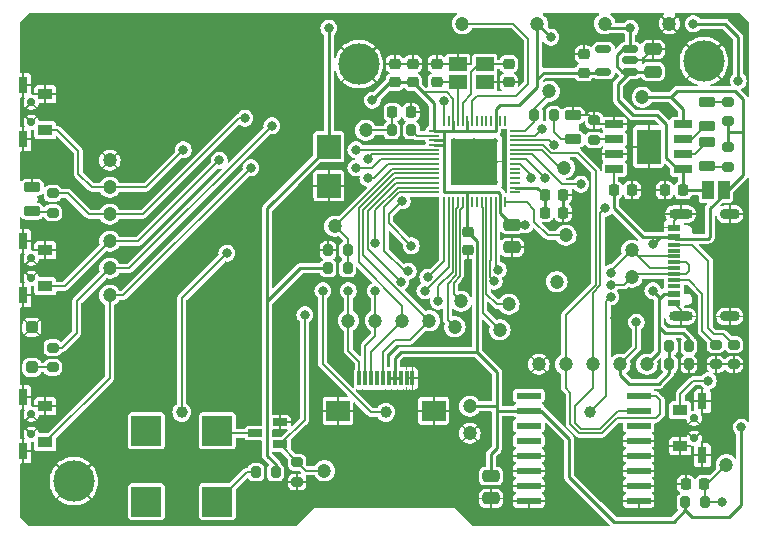
<source format=gbr>
%TF.GenerationSoftware,KiCad,Pcbnew,7.0.9*%
%TF.CreationDate,2024-01-15T23:25:48+02:00*%
%TF.ProjectId,DRM_Watch_V3,44524d5f-5761-4746-9368-5f56332e6b69,rev?*%
%TF.SameCoordinates,Original*%
%TF.FileFunction,Copper,L1,Top*%
%TF.FilePolarity,Positive*%
%FSLAX46Y46*%
G04 Gerber Fmt 4.6, Leading zero omitted, Abs format (unit mm)*
G04 Created by KiCad (PCBNEW 7.0.9) date 2024-01-15 23:25:48*
%MOMM*%
%LPD*%
G01*
G04 APERTURE LIST*
G04 Aperture macros list*
%AMRoundRect*
0 Rectangle with rounded corners*
0 $1 Rounding radius*
0 $2 $3 $4 $5 $6 $7 $8 $9 X,Y pos of 4 corners*
0 Add a 4 corners polygon primitive as box body*
4,1,4,$2,$3,$4,$5,$6,$7,$8,$9,$2,$3,0*
0 Add four circle primitives for the rounded corners*
1,1,$1+$1,$2,$3*
1,1,$1+$1,$4,$5*
1,1,$1+$1,$6,$7*
1,1,$1+$1,$8,$9*
0 Add four rect primitives between the rounded corners*
20,1,$1+$1,$2,$3,$4,$5,0*
20,1,$1+$1,$4,$5,$6,$7,0*
20,1,$1+$1,$6,$7,$8,$9,0*
20,1,$1+$1,$8,$9,$2,$3,0*%
G04 Aperture macros list end*
%TA.AperFunction,SMDPad,CuDef*%
%ADD10C,1.200000*%
%TD*%
%TA.AperFunction,SMDPad,CuDef*%
%ADD11RoundRect,0.200000X0.275000X-0.200000X0.275000X0.200000X-0.275000X0.200000X-0.275000X-0.200000X0*%
%TD*%
%TA.AperFunction,SMDPad,CuDef*%
%ADD12RoundRect,0.250000X0.250000X-0.250000X0.250000X0.250000X-0.250000X0.250000X-0.250000X-0.250000X0*%
%TD*%
%TA.AperFunction,SMDPad,CuDef*%
%ADD13R,2.500000X2.500000*%
%TD*%
%TA.AperFunction,SMDPad,CuDef*%
%ADD14RoundRect,0.200000X-0.200000X-0.275000X0.200000X-0.275000X0.200000X0.275000X-0.200000X0.275000X0*%
%TD*%
%TA.AperFunction,ComponentPad*%
%ADD15C,3.500000*%
%TD*%
%TA.AperFunction,SMDPad,CuDef*%
%ADD16RoundRect,0.225000X0.250000X-0.225000X0.250000X0.225000X-0.250000X0.225000X-0.250000X-0.225000X0*%
%TD*%
%TA.AperFunction,ComponentPad*%
%ADD17C,1.000000*%
%TD*%
%TA.AperFunction,SMDPad,CuDef*%
%ADD18RoundRect,0.225000X-0.250000X0.225000X-0.250000X-0.225000X0.250000X-0.225000X0.250000X0.225000X0*%
%TD*%
%TA.AperFunction,SMDPad,CuDef*%
%ADD19RoundRect,0.200000X0.500000X-0.200000X0.500000X0.200000X-0.500000X0.200000X-0.500000X-0.200000X0*%
%TD*%
%TA.AperFunction,SMDPad,CuDef*%
%ADD20R,1.270000X0.900000*%
%TD*%
%TA.AperFunction,SMDPad,CuDef*%
%ADD21R,0.800000X1.450000*%
%TD*%
%TA.AperFunction,ComponentPad*%
%ADD22C,0.700000*%
%TD*%
%TA.AperFunction,SMDPad,CuDef*%
%ADD23RoundRect,0.250000X0.475000X-0.250000X0.475000X0.250000X-0.475000X0.250000X-0.475000X-0.250000X0*%
%TD*%
%TA.AperFunction,SMDPad,CuDef*%
%ADD24RoundRect,0.042000X0.573000X0.258000X-0.573000X0.258000X-0.573000X-0.258000X0.573000X-0.258000X0*%
%TD*%
%TA.AperFunction,SMDPad,CuDef*%
%ADD25R,2.000000X2.000000*%
%TD*%
%TA.AperFunction,SMDPad,CuDef*%
%ADD26R,1.500000X0.660400*%
%TD*%
%TA.AperFunction,SMDPad,CuDef*%
%ADD27R,2.000000X3.000000*%
%TD*%
%TA.AperFunction,SMDPad,CuDef*%
%ADD28RoundRect,0.225000X0.225000X0.250000X-0.225000X0.250000X-0.225000X-0.250000X0.225000X-0.250000X0*%
%TD*%
%TA.AperFunction,SMDPad,CuDef*%
%ADD29R,0.300000X1.300000*%
%TD*%
%TA.AperFunction,SMDPad,CuDef*%
%ADD30R,2.000000X1.800000*%
%TD*%
%TA.AperFunction,SMDPad,CuDef*%
%ADD31RoundRect,0.225000X-0.225000X-0.250000X0.225000X-0.250000X0.225000X0.250000X-0.225000X0.250000X0*%
%TD*%
%TA.AperFunction,SMDPad,CuDef*%
%ADD32RoundRect,0.200000X-0.275000X0.200000X-0.275000X-0.200000X0.275000X-0.200000X0.275000X0.200000X0*%
%TD*%
%TA.AperFunction,SMDPad,CuDef*%
%ADD33R,1.000000X1.500000*%
%TD*%
%TA.AperFunction,SMDPad,CuDef*%
%ADD34RoundRect,0.041300X-0.983700X-0.253700X0.983700X-0.253700X0.983700X0.253700X-0.983700X0.253700X0*%
%TD*%
%TA.AperFunction,SMDPad,CuDef*%
%ADD35RoundRect,0.200000X0.200000X0.275000X-0.200000X0.275000X-0.200000X-0.275000X0.200000X-0.275000X0*%
%TD*%
%TA.AperFunction,SMDPad,CuDef*%
%ADD36RoundRect,0.250000X-0.475000X0.250000X-0.475000X-0.250000X0.475000X-0.250000X0.475000X0.250000X0*%
%TD*%
%TA.AperFunction,SMDPad,CuDef*%
%ADD37RoundRect,0.200000X-0.500000X0.200000X-0.500000X-0.200000X0.500000X-0.200000X0.500000X0.200000X0*%
%TD*%
%TA.AperFunction,SMDPad,CuDef*%
%ADD38RoundRect,0.150000X0.512500X0.150000X-0.512500X0.150000X-0.512500X-0.150000X0.512500X-0.150000X0*%
%TD*%
%TA.AperFunction,SMDPad,CuDef*%
%ADD39R,1.140000X0.600000*%
%TD*%
%TA.AperFunction,SMDPad,CuDef*%
%ADD40R,1.140000X0.300000*%
%TD*%
%TA.AperFunction,ComponentPad*%
%ADD41O,2.000000X0.900000*%
%TD*%
%TA.AperFunction,ComponentPad*%
%ADD42O,1.700000X0.900000*%
%TD*%
%TA.AperFunction,SMDPad,CuDef*%
%ADD43R,1.500000X1.200000*%
%TD*%
%TA.AperFunction,SMDPad,CuDef*%
%ADD44RoundRect,0.050000X-0.350000X-0.050000X0.350000X-0.050000X0.350000X0.050000X-0.350000X0.050000X0*%
%TD*%
%TA.AperFunction,SMDPad,CuDef*%
%ADD45RoundRect,0.050000X-0.050000X-0.350000X0.050000X-0.350000X0.050000X0.350000X-0.050000X0.350000X0*%
%TD*%
%TA.AperFunction,ComponentPad*%
%ADD46C,0.500000*%
%TD*%
%TA.AperFunction,SMDPad,CuDef*%
%ADD47R,4.000000X4.000000*%
%TD*%
%TA.AperFunction,ViaPad*%
%ADD48C,0.800000*%
%TD*%
%TA.AperFunction,Conductor*%
%ADD49C,0.150000*%
%TD*%
%TA.AperFunction,Conductor*%
%ADD50C,0.250000*%
%TD*%
G04 APERTURE END LIST*
D10*
%TO.P,TP15,1,1*%
%TO.N,Net-(U1-GPIO5{slash}ADC1_CH4)*%
X98933000Y-69723000D03*
%TD*%
D11*
%TO.P,R3,1*%
%TO.N,GND*%
X125476000Y-73406000D03*
%TO.P,R3,2*%
%TO.N,Net-(J1-CC1)*%
X125476000Y-71756000D03*
%TD*%
D12*
%TO.P,D2,1,K*%
%TO.N,GND*%
X67564000Y-70260000D03*
%TO.P,D2,2,A*%
%TO.N,Net-(D2-A)*%
X67564000Y-73660000D03*
%TD*%
D13*
%TO.P,LS1,1*%
%TO.N,unconnected-(LS1-Pad1)*%
X77264000Y-85042000D03*
%TO.P,LS1,2*%
%TO.N,unconnected-(LS1-Pad2)*%
X77264000Y-79042000D03*
%TO.P,LS1,N*%
%TO.N,Net-(LS1-PadN)*%
X83264000Y-79042000D03*
%TO.P,LS1,P*%
%TO.N,Net-(LS1-PadP)*%
X83264000Y-85042000D03*
%TD*%
D14*
%TO.P,R14,1*%
%TO.N,Net-(U1-GPIO3{slash}ADC1_CH2)*%
X121540000Y-73406000D03*
%TO.P,R14,2*%
%TO.N,GND*%
X123190000Y-73406000D03*
%TD*%
D11*
%TO.P,R6,1*%
%TO.N,Net-(D2-A)*%
X69342000Y-73660000D03*
%TO.P,R6,2*%
%TO.N,Net-(U1-GPIO37)*%
X69342000Y-72010000D03*
%TD*%
D10*
%TO.P,TP28,1,1*%
%TO.N,unconnected-(TP28-Pad1)*%
X112014000Y-66421000D03*
%TD*%
D15*
%TO.P,M2,1*%
%TO.N,GND*%
X124460000Y-47752000D03*
%TD*%
D10*
%TO.P,TP9,1,1*%
%TO.N,GND*%
X121539000Y-44577000D03*
%TD*%
D16*
%TO.P,C5,1*%
%TO.N,+3V3*%
X99822000Y-49530000D03*
%TO.P,C5,2*%
%TO.N,GND*%
X99822000Y-47980000D03*
%TD*%
D10*
%TO.P,TP24,1,1*%
%TO.N,Net-(J1-DP1)*%
X118364000Y-63754000D03*
%TD*%
%TO.P,TP36,1,1*%
%TO.N,Net-(U1-GPIO34)*%
X112649000Y-56769000D03*
%TD*%
D17*
%TO.P,T2,1,touch*%
%TO.N,Net-(T2-touch)*%
X97536000Y-77470000D03*
%TD*%
D18*
%TO.P,C15,1*%
%TO.N,GND*%
X98298000Y-47980000D03*
%TO.P,C15,2*%
%TO.N,+3V3*%
X98298000Y-49530000D03*
%TD*%
D11*
%TO.P,R9,1*%
%TO.N,Net-(U3-PROG)*%
X115189000Y-54419000D03*
%TO.P,R9,2*%
%TO.N,GND*%
X115189000Y-52769000D03*
%TD*%
D19*
%TO.P,D3,1,K*%
%TO.N,Net-(D3-K)*%
X124714000Y-56642000D03*
%TO.P,D3,2,A*%
%TO.N,Net-(D3-A)*%
X124714000Y-54610000D03*
%TD*%
D10*
%TO.P,TP5,1,1*%
%TO.N,Net-(U1-GPIO2{slash}ADC1_CH1)*%
X74168000Y-67564000D03*
%TD*%
D20*
%TO.P,S2,1*%
%TO.N,GND*%
X68703000Y-63754000D03*
%TO.P,S2,2*%
%TO.N,Net-(U1-GPIO1{slash}ADC1_CH0)*%
X68703000Y-66802000D03*
D21*
%TO.P,S2,3,Shield*%
%TO.N,GND*%
X66818000Y-62992000D03*
D22*
X67518000Y-64428000D03*
X67518000Y-66128000D03*
D21*
X66818000Y-67564000D03*
%TD*%
D23*
%TO.P,C9,1*%
%TO.N,VCC*%
X120147500Y-48636000D03*
%TO.P,C9,2*%
%TO.N,GND*%
X120147500Y-46736000D03*
%TD*%
D24*
%TO.P,Q1,1*%
%TO.N,Net-(U1-GPIO12{slash}ADC2_CH1)*%
X88569000Y-80198000D03*
%TO.P,Q1,2*%
%TO.N,GND*%
X88569000Y-78298000D03*
%TO.P,Q1,3*%
%TO.N,Net-(LS1-PadN)*%
X86449000Y-79248000D03*
%TD*%
D25*
%TO.P,BT1,1,+*%
%TO.N,VCC*%
X92710000Y-54991000D03*
%TO.P,BT1,2,-*%
%TO.N,GND*%
X92710000Y-58293000D03*
%TD*%
D16*
%TO.P,C6,1*%
%TO.N,+3V3*%
X114305500Y-48715000D03*
%TO.P,C6,2*%
%TO.N,GND*%
X114305500Y-47165000D03*
%TD*%
D18*
%TO.P,C4,1*%
%TO.N,+3V3*%
X104521000Y-62217000D03*
%TO.P,C4,2*%
%TO.N,GND*%
X104521000Y-63767000D03*
%TD*%
D26*
%TO.P,U3,1,TEMP*%
%TO.N,GND*%
X116884788Y-53093890D03*
%TO.P,U3,2,PROG*%
%TO.N,Net-(U3-PROG)*%
X116884788Y-54363890D03*
%TO.P,U3,3,GND*%
%TO.N,GND*%
X116884788Y-55633890D03*
%TO.P,U3,4,VCC*%
%TO.N,VBUS*%
X116884788Y-56903890D03*
%TO.P,U3,5,BAT*%
%TO.N,VCC*%
X122682000Y-56896000D03*
%TO.P,U3,6,STDBY*%
%TO.N,Net-(D3-A)*%
X122682000Y-55626000D03*
%TO.P,U3,7,CHRGE*%
%TO.N,Net-(D4-A)*%
X122682000Y-54356000D03*
%TO.P,U3,8,CE*%
%TO.N,VBUS*%
X122682000Y-53086000D03*
D27*
%TO.P,U3,9,HEAT*%
%TO.N,GND*%
X119790234Y-54988485D03*
%TD*%
D10*
%TO.P,TP16,1,1*%
%TO.N,Net-(U1-GPIO6{slash}ADC1_CH5)*%
X101219000Y-69723000D03*
%TD*%
%TO.P,TP20,1,1*%
%TO.N,Net-(U1-GPIO37)*%
X74168000Y-65278000D03*
%TD*%
%TO.P,TP12,1,1*%
%TO.N,Net-(U1-GPIO3{slash}ADC1_CH2)*%
X117348000Y-73406000D03*
%TD*%
D20*
%TO.P,S1,1*%
%TO.N,GND*%
X68703000Y-50546000D03*
%TO.P,S1,2*%
%TO.N,Net-(U1-GPIO0{slash}BOOT)*%
X68703000Y-53594000D03*
D21*
%TO.P,S1,3,Shield*%
%TO.N,GND*%
X66818000Y-49784000D03*
D22*
X67518000Y-51220000D03*
X67518000Y-52920000D03*
D21*
X66818000Y-54356000D03*
%TD*%
D28*
%TO.P,C12,2*%
%TO.N,VBUS*%
X116827000Y-58674000D03*
%TO.P,C12,1*%
%TO.N,GND*%
X118377000Y-58674000D03*
%TD*%
D29*
%TO.P,J2,1*%
%TO.N,Net-(U1-GPIO7{slash}ADC1_CH6)*%
X95286000Y-74595000D03*
%TO.P,J2,2*%
%TO.N,Net-(U1-GPIO11{slash}ADC2_CH0)*%
X95786000Y-74595000D03*
%TO.P,J2,3*%
%TO.N,Net-(U1-GPIO5{slash}ADC1_CH4)*%
X96286000Y-74595000D03*
%TO.P,J2,4*%
%TO.N,unconnected-(J2-Pad4)*%
X96786000Y-74595000D03*
%TO.P,J2,5*%
%TO.N,Net-(U1-GPIO6{slash}ADC1_CH5)*%
X97286000Y-74595000D03*
%TO.P,J2,6*%
%TO.N,+3V3*%
X97786000Y-74595000D03*
%TO.P,J2,7*%
X98286000Y-74595000D03*
%TO.P,J2,8*%
X98786000Y-74595000D03*
%TO.P,J2,9*%
%TO.N,GND*%
X99286000Y-74595000D03*
%TO.P,J2,10*%
X99786000Y-74595000D03*
D30*
%TO.P,J2,Z1,Mount*%
X93486000Y-77345000D03*
%TO.P,J2,Z2,Mount*%
X101586000Y-77345000D03*
%TD*%
D10*
%TO.P,TP11,1,1*%
%TO.N,Net-(U1-GPIO4{slash}ADC1_CH3)*%
X93218000Y-61722000D03*
%TD*%
D31*
%TO.P,C7,1*%
%TO.N,Net-(U1-VDD_SPI)*%
X110985000Y-59055000D03*
%TO.P,C7,2*%
%TO.N,GND*%
X112535000Y-59055000D03*
%TD*%
D10*
%TO.P,TP30,1,1*%
%TO.N,Net-(U1-GPIO35)*%
X112776000Y-73406000D03*
%TD*%
D31*
%TO.P,C14,1*%
%TO.N,GND*%
X122923000Y-83566000D03*
%TO.P,C14,2*%
%TO.N,Net-(U1-CHIP_PU{slash}RESET)*%
X124473000Y-83566000D03*
%TD*%
D18*
%TO.P,C3,1*%
%TO.N,Net-(U1-XTAL_N)*%
X107950000Y-47980000D03*
%TO.P,C3,2*%
%TO.N,GND*%
X107950000Y-49530000D03*
%TD*%
D32*
%TO.P,R7,1*%
%TO.N,VBUS*%
X126492000Y-55055000D03*
%TO.P,R7,2*%
%TO.N,Net-(D3-K)*%
X126492000Y-56705000D03*
%TD*%
D20*
%TO.P,S4,1*%
%TO.N,GND*%
X68703000Y-76962000D03*
%TO.P,S4,2*%
%TO.N,Net-(U1-GPIO2{slash}ADC1_CH1)*%
X68703000Y-80010000D03*
D21*
%TO.P,S4,3,Shield*%
%TO.N,GND*%
X66818000Y-76200000D03*
D22*
X67518000Y-77636000D03*
X67518000Y-79336000D03*
D21*
X66818000Y-80772000D03*
%TD*%
D17*
%TO.P,T1,1,touch*%
%TO.N,Net-(T1-touch)*%
X80264000Y-77470000D03*
%TD*%
D10*
%TO.P,TP37,1,1*%
%TO.N,Net-(U1-GPIO13{slash}ADC2_CH2)*%
X103378000Y-70231000D03*
%TD*%
%TO.P,TP14,1,1*%
%TO.N,Net-(U1-GPIO11{slash}ADC2_CH0)*%
X96647000Y-69723000D03*
%TD*%
D33*
%TO.P,JP1,1,A*%
%TO.N,VBUS*%
X126126000Y-58674000D03*
%TO.P,JP1,2,B*%
%TO.N,VCC*%
X124826000Y-58674000D03*
%TD*%
D28*
%TO.P,C13,1*%
%TO.N,GND*%
X99644000Y-52070000D03*
%TO.P,C13,2*%
%TO.N,Net-(C13-Pad2)*%
X98094000Y-52070000D03*
%TD*%
D34*
%TO.P,U4,1,32KHZ*%
%TO.N,unconnected-(U4-32KHZ-Pad1)*%
X109645000Y-76073000D03*
%TO.P,U4,2,VCC*%
%TO.N,+3V3*%
X109645000Y-77343000D03*
%TO.P,U4,3,~{INT}/SQW*%
%TO.N,unconnected-(U4-~{INT}{slash}SQW-Pad3)*%
X109645000Y-78613000D03*
%TO.P,U4,4,~{RST}*%
%TO.N,unconnected-(U4-~{RST}-Pad4)*%
X109645000Y-79883000D03*
%TO.P,U4,5,N.C.*%
%TO.N,GND*%
X109645000Y-81153000D03*
%TO.P,U4,6,N.C.*%
X109645000Y-82423000D03*
%TO.P,U4,7,N.C.*%
X109645000Y-83693000D03*
%TO.P,U4,8,N.C.*%
X109645000Y-84963000D03*
%TO.P,U4,9,N.C.*%
X118955000Y-84963000D03*
%TO.P,U4,10,N.C.*%
X118955000Y-83693000D03*
%TO.P,U4,11,N.C.*%
X118955000Y-82423000D03*
%TO.P,U4,12,N.C.*%
X118955000Y-81153000D03*
%TO.P,U4,13,GND*%
X118955000Y-79883000D03*
%TO.P,U4,14,VBAT*%
%TO.N,unconnected-(U4-VBAT-Pad14)*%
X118955000Y-78613000D03*
%TO.P,U4,15,SDA*%
%TO.N,Net-(U1-GPIO33)*%
X118955000Y-77343000D03*
%TO.P,U4,16,SCL*%
%TO.N,Net-(U1-GPIO35)*%
X118955000Y-76073000D03*
%TD*%
D10*
%TO.P,TP34,1,1*%
%TO.N,Net-(U1-GPIO21)*%
X112776000Y-62484000D03*
%TD*%
%TO.P,TP1,1,1*%
%TO.N,+3V3*%
X110363000Y-44577000D03*
%TD*%
D35*
%TO.P,R10,1*%
%TO.N,Net-(D5-A)*%
X111760000Y-52324000D03*
%TO.P,R10,2*%
%TO.N,Net-(U1-GPIO38)*%
X110110000Y-52324000D03*
%TD*%
D36*
%TO.P,C10,1*%
%TO.N,+3V3*%
X106426000Y-82870000D03*
%TO.P,C10,2*%
%TO.N,GND*%
X106426000Y-84770000D03*
%TD*%
D10*
%TO.P,TP7,1,1*%
%TO.N,VBUS*%
X119634000Y-73406000D03*
%TD*%
D37*
%TO.P,D1,1,K*%
%TO.N,GND*%
X67564000Y-58420000D03*
%TO.P,D1,2,A*%
%TO.N,Net-(D1-A)*%
X67564000Y-60452000D03*
%TD*%
D28*
%TO.P,C11,1*%
%TO.N,VCC*%
X122695000Y-58674000D03*
%TO.P,C11,2*%
%TO.N,GND*%
X121145000Y-58674000D03*
%TD*%
D10*
%TO.P,TP31,1,1*%
%TO.N,Net-(U1-GPIO14{slash}ADC2_CH3)*%
X103886000Y-68072000D03*
%TD*%
D18*
%TO.P,C2,1*%
%TO.N,GND*%
X101854000Y-47980000D03*
%TO.P,C2,2*%
%TO.N,Net-(U1-XTAL_P)*%
X101854000Y-49530000D03*
%TD*%
D11*
%TO.P,R5,1*%
%TO.N,Net-(D1-A)*%
X69342000Y-60578000D03*
%TO.P,R5,2*%
%TO.N,Net-(U1-GPIO36)*%
X69342000Y-58928000D03*
%TD*%
D10*
%TO.P,TP4,1,1*%
%TO.N,Net-(U1-GPIO1{slash}ADC1_CH0)*%
X74168000Y-62992000D03*
%TD*%
%TO.P,TP19,1,1*%
%TO.N,Net-(U1-GPIO36)*%
X74168000Y-60706000D03*
%TD*%
%TO.P,TP29,1,1*%
%TO.N,Net-(U1-GPIO33)*%
X115062000Y-73406000D03*
%TD*%
%TO.P,TP6,1,1*%
%TO.N,GND*%
X110490000Y-73406000D03*
%TD*%
D11*
%TO.P,R8,1*%
%TO.N,VBUS*%
X126492000Y-52832000D03*
%TO.P,R8,2*%
%TO.N,Net-(D4-K)*%
X126492000Y-51182000D03*
%TD*%
D10*
%TO.P,TP2,1,1*%
%TO.N,VCC*%
X116078000Y-44577000D03*
%TD*%
D14*
%TO.P,R4,1*%
%TO.N,Net-(LS1-PadP)*%
X86551000Y-82550000D03*
%TO.P,R4,2*%
%TO.N,VCC*%
X88201000Y-82550000D03*
%TD*%
D38*
%TO.P,U2,1,V_in*%
%TO.N,VCC*%
X118237000Y-48636000D03*
%TO.P,U2,2,GND*%
%TO.N,GND*%
X118237000Y-47686000D03*
%TO.P,U2,3,CE*%
%TO.N,VCC*%
X118237000Y-46736000D03*
%TO.P,U2,4,NC*%
%TO.N,unconnected-(U2-NC-Pad4)*%
X115962000Y-46736000D03*
%TO.P,U2,5,V_out*%
%TO.N,+3V3*%
X115962000Y-48636000D03*
%TD*%
D10*
%TO.P,TP27,1,1*%
%TO.N,Net-(C13-Pad2)*%
X95834000Y-53594000D03*
%TD*%
%TO.P,TP32,1,1*%
%TO.N,Net-(U1-GPIO17{slash}ADC2_CH6{slash}DAC_1)*%
X107188000Y-70485000D03*
%TD*%
%TO.P,TP13,1,1*%
%TO.N,Net-(U1-GPIO7{slash}ADC1_CH6)*%
X94361000Y-69723000D03*
%TD*%
%TO.P,TP22,1,1*%
%TO.N,Net-(U1-GPIO12{slash}ADC2_CH1)*%
X92329000Y-82423000D03*
%TD*%
%TO.P,TP25,1,1*%
%TO.N,Net-(J1-DN1)*%
X118364000Y-66040000D03*
%TD*%
D15*
%TO.P,M3,1*%
%TO.N,GND*%
X95250000Y-48006000D03*
%TD*%
D32*
%TO.P,R2,1*%
%TO.N,Net-(J1-CC2)*%
X127000000Y-71756000D03*
%TO.P,R2,2*%
%TO.N,GND*%
X127000000Y-73406000D03*
%TD*%
D20*
%TO.P,S3,1*%
%TO.N,GND*%
X122452000Y-80352000D03*
%TO.P,S3,2*%
%TO.N,Net-(U1-CHIP_PU{slash}RESET)*%
X122452000Y-77304000D03*
D21*
%TO.P,S3,3,Shield*%
%TO.N,GND*%
X124337000Y-81114000D03*
D22*
X123637000Y-79678000D03*
X123637000Y-77978000D03*
D21*
X124337000Y-76542000D03*
%TD*%
D10*
%TO.P,TP23,1,1*%
%TO.N,VBUS*%
X119253000Y-50800000D03*
%TD*%
D14*
%TO.P,R11,1*%
%TO.N,VCC*%
X92647000Y-65278000D03*
%TO.P,R11,2*%
%TO.N,Net-(U1-GPIO4{slash}ADC1_CH3)*%
X94297000Y-65278000D03*
%TD*%
D10*
%TO.P,TP33,1,1*%
%TO.N,Net-(U1-GPIO18{slash}ADC2_CH7{slash}DAC_2)*%
X107950000Y-68326000D03*
%TD*%
D14*
%TO.P,R15,1*%
%TO.N,Net-(C13-Pad2)*%
X98044000Y-53594000D03*
%TO.P,R15,2*%
%TO.N,Net-(U1-LNA_IN{slash}RF)*%
X99694000Y-53594000D03*
%TD*%
D10*
%TO.P,TP8,1,1*%
%TO.N,GND*%
X74168000Y-56134000D03*
%TD*%
%TO.P,TP17,1,1*%
%TO.N,GND*%
X104648000Y-79248000D03*
%TD*%
D15*
%TO.P,M1,1*%
%TO.N,GND*%
X71120000Y-83312000D03*
%TD*%
D39*
%TO.P,J1,A1_B12,GND*%
%TO.N,GND*%
X121920000Y-68231000D03*
%TO.P,J1,A4_B9,VBUS*%
%TO.N,VBUS*%
X121920000Y-67431000D03*
D40*
%TO.P,J1,A5,CC1*%
%TO.N,Net-(J1-CC1)*%
X121920000Y-66281000D03*
%TO.P,J1,A6,DP1*%
%TO.N,Net-(J1-DP1)*%
X121920000Y-65281000D03*
%TO.P,J1,A7,DN1*%
%TO.N,Net-(J1-DN1)*%
X121920000Y-64781000D03*
%TO.P,J1,A8,SBU1*%
%TO.N,unconnected-(J1-SBU1-PadA8)*%
X121920000Y-63781000D03*
D39*
%TO.P,J1,B1_A12,GND*%
%TO.N,GND*%
X121920000Y-61831000D03*
%TO.P,J1,B4_A9,VBUS*%
%TO.N,VBUS*%
X121920000Y-62631000D03*
D40*
%TO.P,J1,B5,CC2*%
%TO.N,Net-(J1-CC2)*%
X121920000Y-63281000D03*
%TO.P,J1,B6,DP2*%
%TO.N,Net-(J1-DP1)*%
X121920000Y-64281000D03*
%TO.P,J1,B7,DN2*%
%TO.N,Net-(J1-DN1)*%
X121920000Y-65781000D03*
%TO.P,J1,B8,SBU2*%
%TO.N,unconnected-(J1-SBU2-PadB8)*%
X121920000Y-66781000D03*
D41*
%TO.P,J1,S1,SHIELD*%
%TO.N,GND*%
X122500000Y-69356000D03*
%TO.P,J1,S2,SHIELD*%
X122500000Y-60706000D03*
D42*
%TO.P,J1,S3,SHIELD*%
X126670000Y-69356000D03*
%TO.P,J1,S4,SHIELD*%
X126670000Y-60706000D03*
%TD*%
D14*
%TO.P,R16,1*%
%TO.N,+3V3*%
X122873000Y-85090000D03*
%TO.P,R16,2*%
%TO.N,Net-(U1-CHIP_PU{slash}RESET)*%
X124523000Y-85090000D03*
%TD*%
D35*
%TO.P,R13,1*%
%TO.N,VBUS*%
X123190000Y-71882000D03*
%TO.P,R13,2*%
%TO.N,Net-(U1-GPIO3{slash}ADC1_CH2)*%
X121540000Y-71882000D03*
%TD*%
D10*
%TO.P,TP3,1,1*%
%TO.N,Net-(U1-GPIO0{slash}BOOT)*%
X74168000Y-58420000D03*
%TD*%
%TO.P,TP18,1,1*%
%TO.N,+3V3*%
X104648000Y-76962000D03*
%TD*%
%TO.P,TP21,1,1*%
%TO.N,Net-(U1-GPIO38)*%
X111379000Y-50292000D03*
%TD*%
D43*
%TO.P,Y1,1,XTAL_P*%
%TO.N,Net-(U1-XTAL_P)*%
X103632000Y-49530000D03*
%TO.P,Y1,2,GND*%
%TO.N,GND*%
X105918000Y-49530000D03*
%TO.P,Y1,3,XTAL_N*%
%TO.N,Net-(U1-XTAL_N)*%
X105918000Y-48006000D03*
%TO.P,Y1,4,GND*%
%TO.N,GND*%
X103632000Y-48006000D03*
%TD*%
D35*
%TO.P,R12,1*%
%TO.N,Net-(U1-GPIO4{slash}ADC1_CH3)*%
X94297000Y-63754000D03*
%TO.P,R12,2*%
%TO.N,GND*%
X92647000Y-63754000D03*
%TD*%
D17*
%TO.P,T3,1,touch*%
%TO.N,Net-(T3-touch)*%
X114808000Y-77470000D03*
%TD*%
D37*
%TO.P,D5,1,K*%
%TO.N,GND*%
X113411000Y-52324000D03*
%TO.P,D5,2,A*%
%TO.N,Net-(D5-A)*%
X113411000Y-54356000D03*
%TD*%
D10*
%TO.P,TP35,1,1*%
%TO.N,Net-(U1-GPIO45)*%
X104013000Y-44577000D03*
%TD*%
%TO.P,TP10,1,1*%
%TO.N,Net-(U1-CHIP_PU{slash}RESET)*%
X126365000Y-81915000D03*
%TD*%
D31*
%TO.P,C8,1*%
%TO.N,Net-(U1-VDD_SPI)*%
X110985000Y-60579000D03*
%TO.P,C8,2*%
%TO.N,GND*%
X112535000Y-60579000D03*
%TD*%
D37*
%TO.P,D4,1,K*%
%TO.N,Net-(D4-K)*%
X124714000Y-51245000D03*
%TO.P,D4,2,A*%
%TO.N,Net-(D4-A)*%
X124714000Y-53277000D03*
%TD*%
D32*
%TO.P,R1,1*%
%TO.N,Net-(U1-GPIO12{slash}ADC2_CH1)*%
X90043000Y-81725000D03*
%TO.P,R1,2*%
%TO.N,GND*%
X90043000Y-83375000D03*
%TD*%
D44*
%TO.P,U1,1,VDDA*%
%TO.N,+3V3*%
X101593000Y-53647000D03*
%TO.P,U1,2,LNA_IN/RF*%
%TO.N,Net-(U1-LNA_IN{slash}RF)*%
X101593000Y-54047000D03*
%TO.P,U1,3,VDD3P3*%
%TO.N,+3V3*%
X101593000Y-54447000D03*
%TO.P,U1,4,VDD3P3*%
X101593000Y-54847000D03*
%TO.P,U1,5,GPIO0/BOOT*%
%TO.N,Net-(U1-GPIO0{slash}BOOT)*%
X101593000Y-55247000D03*
%TO.P,U1,6,GPIO1/ADC1_CH0*%
%TO.N,Net-(U1-GPIO1{slash}ADC1_CH0)*%
X101593000Y-55647000D03*
%TO.P,U1,7,GPIO2/ADC1_CH1*%
%TO.N,Net-(U1-GPIO2{slash}ADC1_CH1)*%
X101593000Y-56047000D03*
%TO.P,U1,8,GPIO3/ADC1_CH2*%
%TO.N,Net-(U1-GPIO3{slash}ADC1_CH2)*%
X101593000Y-56447000D03*
%TO.P,U1,9,GPIO4/ADC1_CH3*%
%TO.N,Net-(U1-GPIO4{slash}ADC1_CH3)*%
X101593000Y-56847000D03*
%TO.P,U1,10,GPIO5/ADC1_CH4*%
%TO.N,Net-(U1-GPIO5{slash}ADC1_CH4)*%
X101593000Y-57247000D03*
%TO.P,U1,11,GPIO6/ADC1_CH5*%
%TO.N,Net-(U1-GPIO6{slash}ADC1_CH5)*%
X101593000Y-57647000D03*
%TO.P,U1,12,GPIO7/ADC1_CH6*%
%TO.N,Net-(U1-GPIO7{slash}ADC1_CH6)*%
X101593000Y-58047000D03*
%TO.P,U1,13,GPIO8/ADC1_CH7*%
%TO.N,Net-(T1-touch)*%
X101593000Y-58447000D03*
%TO.P,U1,14,GPIO9/ADC1_CH8*%
%TO.N,Net-(T2-touch)*%
X101593000Y-58847000D03*
D45*
%TO.P,U1,15,GPIO10/ADC1_CH9*%
%TO.N,Net-(T3-touch)*%
X102443000Y-59697000D03*
%TO.P,U1,16,GPIO11/ADC2_CH0*%
%TO.N,Net-(U1-GPIO11{slash}ADC2_CH0)*%
X102843000Y-59697000D03*
%TO.P,U1,17,GPIO12/ADC2_CH1*%
%TO.N,Net-(U1-GPIO12{slash}ADC2_CH1)*%
X103243000Y-59697000D03*
%TO.P,U1,18,GPIO13/ADC2_CH2*%
%TO.N,Net-(U1-GPIO13{slash}ADC2_CH2)*%
X103643000Y-59697000D03*
%TO.P,U1,19,GPIO14/ADC2_CH3*%
%TO.N,Net-(U1-GPIO14{slash}ADC2_CH3)*%
X104043000Y-59697000D03*
%TO.P,U1,20,VDD3P3_RTC*%
%TO.N,+3V3*%
X104443000Y-59697000D03*
%TO.P,U1,21,GPIO15/ADC2_CH4/XTAL_32K_P*%
%TO.N,unconnected-(U1-GPIO15{slash}ADC2_CH4{slash}XTAL_32K_P-Pad21)*%
X104843000Y-59697000D03*
%TO.P,U1,22,GPIO16/ADC2_CH5/XTAL_32K_N*%
%TO.N,unconnected-(U1-GPIO16{slash}ADC2_CH5{slash}XTAL_32K_N-Pad22)*%
X105243000Y-59697000D03*
%TO.P,U1,23,GPIO17/ADC2_CH6/DAC_1*%
%TO.N,Net-(U1-GPIO17{slash}ADC2_CH6{slash}DAC_1)*%
X105643000Y-59697000D03*
%TO.P,U1,24,GPIO18/ADC2_CH7/DAC_2*%
%TO.N,Net-(U1-GPIO18{slash}ADC2_CH7{slash}DAC_2)*%
X106043000Y-59697000D03*
%TO.P,U1,25,GPIO19/ADC2_CH8/USB_D-*%
%TO.N,Net-(J1-DN1)*%
X106443000Y-59697000D03*
%TO.P,U1,26,GPIO20/ADC2_CH9/USB_D+*%
%TO.N,Net-(J1-DP1)*%
X106843000Y-59697000D03*
%TO.P,U1,27,VDD3P3_RTC_IO*%
%TO.N,+3V3*%
X107243000Y-59697000D03*
%TO.P,U1,28,GPIO21*%
%TO.N,Net-(U1-GPIO21)*%
X107643000Y-59697000D03*
D44*
%TO.P,U1,29,SPI_CS1/GPIO26*%
%TO.N,unconnected-(U1-SPI_CS1{slash}GPIO26-Pad29)*%
X108493000Y-58847000D03*
%TO.P,U1,30,VDD_SPI*%
%TO.N,Net-(U1-VDD_SPI)*%
X108493000Y-58447000D03*
%TO.P,U1,31,SPIHD/GPIO27*%
%TO.N,unconnected-(U1-SPIHD{slash}GPIO27-Pad31)*%
X108493000Y-58047000D03*
%TO.P,U1,32,SPIWP/GPIO28*%
%TO.N,unconnected-(U1-SPIWP{slash}GPIO28-Pad32)*%
X108493000Y-57647000D03*
%TO.P,U1,33,SPICS0/GPIO29*%
%TO.N,unconnected-(U1-SPICS0{slash}GPIO29-Pad33)*%
X108493000Y-57247000D03*
%TO.P,U1,34,SPICLK/GPIO30*%
%TO.N,unconnected-(U1-SPICLK{slash}GPIO30-Pad34)*%
X108493000Y-56847000D03*
%TO.P,U1,35,SPIQ/GPIO31*%
%TO.N,Net-(U1-SPIQ{slash}GPIO31)*%
X108493000Y-56447000D03*
%TO.P,U1,36,SPID/GPIO32*%
%TO.N,Net-(U1-SPID{slash}GPIO32)*%
X108493000Y-56047000D03*
%TO.P,U1,37,GPIO33*%
%TO.N,Net-(U1-GPIO33)*%
X108493000Y-55647000D03*
%TO.P,U1,38,GPIO34*%
%TO.N,Net-(U1-GPIO34)*%
X108493000Y-55247000D03*
%TO.P,U1,39,GPIO35*%
%TO.N,Net-(U1-GPIO35)*%
X108493000Y-54847000D03*
%TO.P,U1,40,GPIO36*%
%TO.N,Net-(U1-GPIO36)*%
X108493000Y-54447000D03*
%TO.P,U1,41,GPIO37*%
%TO.N,Net-(U1-GPIO37)*%
X108493000Y-54047000D03*
%TO.P,U1,42,GPIO38*%
%TO.N,Net-(U1-GPIO38)*%
X108493000Y-53647000D03*
D45*
%TO.P,U1,43,MTCK/JTAG/GPIO39*%
%TO.N,unconnected-(U1-MTCK{slash}JTAG{slash}GPIO39-Pad43)*%
X107643000Y-52797000D03*
%TO.P,U1,44,MTDO/JTAG/GPIO40*%
%TO.N,unconnected-(U1-MTDO{slash}JTAG{slash}GPIO40-Pad44)*%
X107243000Y-52797000D03*
%TO.P,U1,45,VDD3P3_CPU*%
%TO.N,+3V3*%
X106843000Y-52797000D03*
%TO.P,U1,46,MTDI/JTAG/GPIO41*%
%TO.N,unconnected-(U1-MTDI{slash}JTAG{slash}GPIO41-Pad46)*%
X106443000Y-52797000D03*
%TO.P,U1,47,MTMS/JTAG/GPIO42*%
%TO.N,unconnected-(U1-MTMS{slash}JTAG{slash}GPIO42-Pad47)*%
X106043000Y-52797000D03*
%TO.P,U1,48,U0TXD/GPIO43*%
%TO.N,unconnected-(U1-U0TXD{slash}GPIO43-Pad48)*%
X105643000Y-52797000D03*
%TO.P,U1,49,U0RXD/GPIO44*%
%TO.N,unconnected-(U1-U0RXD{slash}GPIO44-Pad49)*%
X105243000Y-52797000D03*
%TO.P,U1,50,GPIO45*%
%TO.N,Net-(U1-GPIO45)*%
X104843000Y-52797000D03*
%TO.P,U1,51,VDDA*%
%TO.N,+3V3*%
X104443000Y-52797000D03*
%TO.P,U1,52,XTAL_N*%
%TO.N,Net-(U1-XTAL_N)*%
X104043000Y-52797000D03*
%TO.P,U1,53,XTAL_P*%
%TO.N,Net-(U1-XTAL_P)*%
X103643000Y-52797000D03*
%TO.P,U1,54,VDDA*%
%TO.N,+3V3*%
X103243000Y-52797000D03*
%TO.P,U1,55,GPIO46*%
%TO.N,unconnected-(U1-GPIO46-Pad55)*%
X102843000Y-52797000D03*
%TO.P,U1,56,CHIP_PU/RESET*%
%TO.N,Net-(U1-CHIP_PU{slash}RESET)*%
X102443000Y-52797000D03*
D46*
%TO.P,U1,57,GND*%
%TO.N,GND*%
X103293000Y-54497000D03*
X103293000Y-56247000D03*
X103293000Y-57997000D03*
X105043000Y-54497000D03*
X105043000Y-56247000D03*
D47*
X105043000Y-56247000D03*
D46*
X105043000Y-57997000D03*
X106793000Y-54497000D03*
X106793000Y-56247000D03*
X106793000Y-57997000D03*
%TD*%
D23*
%TO.P,C1,1*%
%TO.N,GND*%
X108204000Y-63495000D03*
%TO.P,C1,2*%
%TO.N,+3V3*%
X108204000Y-61595000D03*
%TD*%
D48*
%TO.N,GND*%
X94107000Y-51181000D03*
X72644000Y-69342000D03*
X75946000Y-59563000D03*
X84328000Y-44831000D03*
X119888000Y-57404000D03*
X88265000Y-46990000D03*
X75946000Y-61849000D03*
X108712000Y-71755000D03*
X107823000Y-81661000D03*
X105791000Y-78232000D03*
X83566000Y-67437000D03*
X72390000Y-72517000D03*
X74168000Y-84836000D03*
X68453000Y-85852000D03*
X89535000Y-75819000D03*
X90297000Y-80264000D03*
X121412000Y-83820000D03*
X122428000Y-81915000D03*
X104013000Y-82677000D03*
X105537000Y-74803000D03*
X101473000Y-61087000D03*
X112014000Y-47371000D03*
%TO.N,Net-(U1-SPIQ{slash}GPIO31)*%
X109855006Y-57658000D03*
%TO.N,Net-(U1-SPID{slash}GPIO32)*%
X110998000Y-57658000D03*
%TO.N,VBUS*%
X120142000Y-67183000D03*
X120142000Y-63246000D03*
%TO.N,GND*%
X82931000Y-50038000D03*
X85471000Y-59055000D03*
X81026000Y-64389000D03*
X77851000Y-69088000D03*
X71628000Y-79883000D03*
X102997000Y-46355000D03*
X114681000Y-50165000D03*
X115189000Y-55626000D03*
X114173000Y-60706000D03*
X126746000Y-66675000D03*
X116967000Y-69469000D03*
%TO.N,+3V3*%
X109347020Y-61595000D03*
X96393000Y-51054000D03*
%TO.N,Net-(U1-GPIO3{slash}ADC1_CH2)*%
X98933000Y-59563000D03*
X99695000Y-63373000D03*
%TO.N,GND*%
X101219000Y-62865000D03*
%TO.N,Net-(T2-touch)*%
X99441000Y-65532000D03*
X92202000Y-67183000D03*
%TO.N,Net-(T1-touch)*%
X84074000Y-64008000D03*
X96647000Y-63119000D03*
%TO.N,Net-(U1-GPIO2{slash}ADC1_CH1)*%
X86106008Y-56769000D03*
X94996000Y-56769000D03*
%TO.N,VCC*%
X92709994Y-44958000D03*
X118237000Y-44958000D03*
%TO.N,+3V3*%
X127381000Y-49403000D03*
X123571000Y-44577000D03*
X127635000Y-78740000D03*
X111506000Y-45720000D03*
%TO.N,Net-(J1-DP1)*%
X116586000Y-65659000D03*
X107061000Y-65405000D03*
%TO.N,Net-(J1-DN1)*%
X116586000Y-66675000D03*
X106718000Y-66399971D03*
%TO.N,GND*%
X108839000Y-86487000D03*
X85090000Y-69723000D03*
X73406000Y-50673000D03*
X90932000Y-46990000D03*
X127000000Y-63246000D03*
X89535000Y-72263000D03*
X98425000Y-46228000D03*
X110363000Y-69342000D03*
X71120000Y-51943000D03*
X74168000Y-53594000D03*
X86487000Y-49784000D03*
X118237000Y-60198000D03*
X89789000Y-67818000D03*
X102616000Y-85090000D03*
X111252000Y-86487000D03*
X104267000Y-84836000D03*
X91059000Y-84836000D03*
X69596000Y-44958000D03*
X79629000Y-45974000D03*
X69342000Y-74930000D03*
X93980000Y-85090000D03*
X99822002Y-85090000D03*
X106426000Y-86487000D03*
X75184000Y-46228000D03*
X124079000Y-61849000D03*
X89408000Y-64135000D03*
X76454000Y-51054000D03*
X127070000Y-77006273D03*
X90297000Y-61341000D03*
X69596000Y-56134000D03*
X69596000Y-69342000D03*
X68580000Y-48006000D03*
X88519000Y-86233000D03*
X104340111Y-66324781D03*
X116586000Y-61849000D03*
X71374000Y-62230000D03*
%TO.N,Net-(U1-GPIO7{slash}ADC1_CH6)*%
X98806000Y-66420996D03*
X94361000Y-67183008D03*
%TO.N,Net-(U1-GPIO11{slash}ADC2_CH0)*%
X96647000Y-67183010D03*
X100838000Y-67183008D03*
%TO.N,Net-(U1-GPIO0{slash}BOOT)*%
X80391000Y-55245000D03*
X94996022Y-55245000D03*
%TO.N,Net-(U1-GPIO1{slash}ADC1_CH0)*%
X96012000Y-56007012D03*
X83439000Y-56134000D03*
%TO.N,Net-(U1-CHIP_PU{slash}RESET)*%
X102443000Y-51134996D03*
X125984000Y-85090000D03*
X124841000Y-74803000D03*
%TO.N,Net-(U1-GPIO12{slash}ADC2_CH1)*%
X90678000Y-69215000D03*
X101981000Y-68072000D03*
%TO.N,Net-(U1-GPIO33)*%
X114046012Y-58166000D03*
X116078000Y-60198000D03*
%TO.N,Net-(T3-touch)*%
X116586022Y-67691020D03*
X101092008Y-66040000D03*
%TO.N,Net-(U1-GPIO3{slash}ADC1_CH2)*%
X96012000Y-57658000D03*
X118744996Y-69850000D03*
%TO.N,Net-(U1-GPIO36)*%
X85598000Y-52578000D03*
X111760000Y-54864000D03*
%TO.N,Net-(U1-GPIO37)*%
X110744000Y-53467000D03*
X87884000Y-53213000D03*
%TD*%
D49*
%TO.N,Net-(U1-GPIO37)*%
X75819000Y-65278000D02*
X87884000Y-53213000D01*
X74168000Y-65278000D02*
X75819000Y-65278000D01*
D50*
%TO.N,+3V3*%
X114305500Y-48715000D02*
X110924000Y-48715000D01*
X110924000Y-48715000D02*
X110363000Y-49276000D01*
X110363000Y-49276000D02*
X110363000Y-44577000D01*
X110363000Y-49911000D02*
X110363000Y-49276000D01*
X111506000Y-45720000D02*
X110363000Y-44577000D01*
X108839000Y-51435000D02*
X110363000Y-49911000D01*
X107188000Y-51435000D02*
X108839000Y-51435000D01*
X106843000Y-51780000D02*
X107188000Y-51435000D01*
X106843000Y-52797000D02*
X106843000Y-51780000D01*
D49*
%TO.N,Net-(U1-GPIO45)*%
X108331000Y-44577000D02*
X104013000Y-44577000D01*
X108585000Y-50673000D02*
X109601000Y-49657000D01*
X105283000Y-50673000D02*
X108585000Y-50673000D01*
X109601000Y-49657000D02*
X109601000Y-45847000D01*
X104843000Y-51113000D02*
X105283000Y-50673000D01*
X104843000Y-52797000D02*
X104843000Y-51113000D01*
X109601000Y-45847000D02*
X108331000Y-44577000D01*
D50*
%TO.N,VBUS*%
X127762000Y-53721000D02*
X126492000Y-53721000D01*
X127762000Y-57404000D02*
X127762000Y-54483000D01*
X126126000Y-58674000D02*
X126492000Y-58674000D01*
X126492000Y-58674000D02*
X127762000Y-57404000D01*
%TO.N,VCC*%
X90297000Y-65278000D02*
X87503000Y-68072000D01*
X92647000Y-65278000D02*
X90297000Y-65278000D01*
X87503000Y-68072000D02*
X87503000Y-60198000D01*
X87503000Y-81153000D02*
X87503000Y-68072000D01*
X88201000Y-81851000D02*
X87503000Y-81153000D01*
X87503000Y-60198000D02*
X92710000Y-54991000D01*
X88201000Y-82550000D02*
X88201000Y-81851000D01*
X118237000Y-44958000D02*
X116332000Y-44958000D01*
X116332000Y-44958000D02*
X116078000Y-44704000D01*
%TO.N,+3V3*%
X106843000Y-53685000D02*
X106805000Y-53647000D01*
X106805000Y-53647000D02*
X101593000Y-53647000D01*
X102489000Y-58801000D02*
X102489000Y-53774000D01*
X104394000Y-58801000D02*
X102489000Y-58801000D01*
X104443000Y-58850000D02*
X104394000Y-58801000D01*
X107061000Y-58801000D02*
X104394000Y-58801000D01*
X104443000Y-59697000D02*
X104443000Y-58850000D01*
X107243000Y-58983000D02*
X107061000Y-58801000D01*
X107243000Y-59697000D02*
X107243000Y-58983000D01*
X101593000Y-54847000D02*
X102373000Y-54847000D01*
X101593000Y-54447000D02*
X102354000Y-54447000D01*
X103243000Y-52797000D02*
X103243000Y-53677000D01*
X104443000Y-52797000D02*
X104443000Y-53636000D01*
X106843000Y-52797000D02*
X106843000Y-53685000D01*
D49*
%TO.N,Net-(U1-GPIO3{slash}ADC1_CH2)*%
X97790000Y-60706000D02*
X97790000Y-61468000D01*
X98933000Y-59563000D02*
X97790000Y-60706000D01*
X97790000Y-61468000D02*
X99695000Y-63373000D01*
%TO.N,Net-(U1-SPIQ{slash}GPIO31)*%
X108893000Y-56447000D02*
X109855006Y-57409006D01*
X108493000Y-56447000D02*
X108893000Y-56447000D01*
X109855006Y-57409006D02*
X109855006Y-57658000D01*
%TO.N,Net-(U1-SPID{slash}GPIO32)*%
X109387000Y-56047000D02*
X110998000Y-57658000D01*
X108493000Y-56047000D02*
X109387000Y-56047000D01*
%TO.N,Net-(U1-GPIO33)*%
X112460595Y-58166000D02*
X114046012Y-58166000D01*
X109941595Y-55647000D02*
X112460595Y-58166000D01*
X108493000Y-55647000D02*
X109941595Y-55647000D01*
D50*
%TO.N,+3V3*%
X108204000Y-61595000D02*
X109347020Y-61595000D01*
D49*
%TO.N,Net-(J1-DP1)*%
X116586000Y-65532000D02*
X116586000Y-65659000D01*
X118364000Y-63754000D02*
X116586000Y-65532000D01*
%TO.N,Net-(J1-DN1)*%
X117729000Y-66675000D02*
X116586000Y-66675000D01*
X118364000Y-66040000D02*
X117729000Y-66675000D01*
%TO.N,Net-(T3-touch)*%
X116205000Y-68072042D02*
X116586022Y-67691020D01*
X116205000Y-76073000D02*
X116205000Y-68072042D01*
X114808000Y-77470000D02*
X116205000Y-76073000D01*
%TO.N,Net-(U1-GPIO35)*%
X115316000Y-66693141D02*
X115316000Y-57023000D01*
%TO.N,Net-(U1-GPIO33)*%
X115062000Y-73406000D02*
X115062000Y-67371405D01*
%TO.N,Net-(U1-GPIO35)*%
X112776000Y-73406000D02*
X112776000Y-69233141D01*
X112776000Y-69233141D02*
X115316000Y-66693141D01*
X115316000Y-57023000D02*
X113792000Y-55499000D01*
X113792000Y-55499000D02*
X111506000Y-55499000D01*
X111506000Y-55499000D02*
X110854000Y-54847000D01*
X110854000Y-54847000D02*
X108493000Y-54847000D01*
%TO.N,Net-(U1-GPIO33)*%
X115062000Y-67371405D02*
X115697000Y-66736405D01*
X115697000Y-66736405D02*
X115697000Y-60579000D01*
X115697000Y-60579000D02*
X116078000Y-60198000D01*
D50*
%TO.N,VBUS*%
X116827000Y-60185000D02*
X116827000Y-58674000D01*
X119273000Y-62631000D02*
X116827000Y-60185000D01*
X120933305Y-62631000D02*
X119273000Y-62631000D01*
D49*
%TO.N,Net-(U1-CHIP_PU{slash}RESET)*%
X123571000Y-74803000D02*
X124841000Y-74803000D01*
X122452000Y-75922000D02*
X123571000Y-74803000D01*
X122452000Y-77304000D02*
X122452000Y-75922000D01*
%TO.N,Net-(T2-touch)*%
X97409000Y-63819595D02*
X99121405Y-65532000D01*
X97409000Y-60071000D02*
X97409000Y-63819595D01*
X98633000Y-58847000D02*
X97409000Y-60071000D01*
X99121405Y-65532000D02*
X99441000Y-65532000D01*
X101593000Y-58847000D02*
X98633000Y-58847000D01*
D50*
%TO.N,VBUS*%
X120757000Y-62631000D02*
X120933305Y-62631000D01*
X120142000Y-63246000D02*
X120757000Y-62631000D01*
X120650000Y-67691000D02*
X120142000Y-67183000D01*
X120650000Y-67881000D02*
X120650000Y-67691000D01*
D49*
%TO.N,Net-(U1-GPIO3{slash}ADC1_CH2)*%
X117348000Y-73406000D02*
X118744996Y-72009004D01*
X118744996Y-72009004D02*
X118744996Y-69850000D01*
D50*
%TO.N,VBUS*%
X127762000Y-50927000D02*
X127762000Y-54483000D01*
X127127000Y-50292000D02*
X127762000Y-50927000D01*
X121666000Y-50800000D02*
X122174000Y-50292000D01*
X122174000Y-50292000D02*
X127127000Y-50292000D01*
%TO.N,+3V3*%
X127635000Y-85344000D02*
X127635000Y-78740000D01*
X126619000Y-86360000D02*
X127635000Y-85344000D01*
D49*
%TO.N,Net-(U1-CHIP_PU{slash}RESET)*%
X124714000Y-83566000D02*
X126365000Y-81915000D01*
X124473000Y-83566000D02*
X124714000Y-83566000D01*
D50*
%TO.N,+3V3*%
X127381000Y-45720000D02*
X127381000Y-49403000D01*
X126238000Y-44577000D02*
X127381000Y-45720000D01*
X123571000Y-44577000D02*
X126238000Y-44577000D01*
X97917000Y-49530000D02*
X98298000Y-49530000D01*
X96393000Y-51054000D02*
X97917000Y-49530000D01*
%TO.N,VCC*%
X92710000Y-44958006D02*
X92709994Y-44958000D01*
X92710000Y-54991000D02*
X92710000Y-44958006D01*
D49*
%TO.N,Net-(U1-XTAL_N)*%
X104775000Y-48629500D02*
X105398500Y-48006000D01*
X104775000Y-50546000D02*
X104775000Y-48629500D01*
X104043000Y-51278000D02*
X104775000Y-50546000D01*
X104043000Y-52797000D02*
X104043000Y-51278000D01*
X105398500Y-48006000D02*
X105918000Y-48006000D01*
D50*
%TO.N,+3V3*%
X105259000Y-72390000D02*
X105271000Y-72378000D01*
X98806000Y-72390000D02*
X105259000Y-72390000D01*
X98286000Y-74595000D02*
X98286000Y-72910000D01*
X98286000Y-72910000D02*
X98806000Y-72390000D01*
X106426000Y-81026000D02*
X106934000Y-80518000D01*
X106426000Y-82870000D02*
X106426000Y-81026000D01*
X106934000Y-80518000D02*
X106934000Y-77343000D01*
X104648000Y-76962000D02*
X106934000Y-76962000D01*
X106934000Y-76962000D02*
X106934000Y-77343000D01*
X106934000Y-74041000D02*
X106934000Y-76962000D01*
X105271000Y-62967000D02*
X105271000Y-72378000D01*
X104521000Y-62217000D02*
X105271000Y-62967000D01*
X105271000Y-72378000D02*
X106934000Y-74041000D01*
D49*
%TO.N,Net-(U1-CHIP_PU{slash}RESET)*%
X102443000Y-52797000D02*
X102443000Y-51134996D01*
%TO.N,Net-(U1-XTAL_P)*%
X103643000Y-49541000D02*
X103632000Y-49530000D01*
%TO.N,+3V3*%
X103243000Y-52797000D02*
X103243000Y-50919000D01*
X103243000Y-50919000D02*
X102679500Y-50355500D01*
X102679500Y-50355500D02*
X100647500Y-50355500D01*
%TO.N,Net-(U1-XTAL_P)*%
X103643000Y-52797000D02*
X103643000Y-49541000D01*
%TO.N,Net-(T2-touch)*%
X92202000Y-73406000D02*
X92202000Y-67183000D01*
X96266000Y-77470000D02*
X92202000Y-73406000D01*
X97536000Y-77470000D02*
X96266000Y-77470000D01*
%TO.N,Net-(T3-touch)*%
X102443000Y-59697000D02*
X102443000Y-64689008D01*
X102443000Y-64689008D02*
X101092008Y-66040000D01*
%TO.N,Net-(U1-GPIO11{slash}ADC2_CH0)*%
X102843000Y-65178008D02*
X100838000Y-67183008D01*
X102843000Y-59697000D02*
X102843000Y-65178008D01*
%TO.N,Net-(U1-GPIO12{slash}ADC2_CH1)*%
X101981000Y-66802000D02*
X103205000Y-65578000D01*
X101981000Y-68072000D02*
X101981000Y-66802000D01*
%TO.N,Net-(U1-GPIO14{slash}ADC2_CH3)*%
X103286000Y-66494859D02*
X103286000Y-67472000D01*
%TO.N,Net-(U1-GPIO13{slash}ADC2_CH2)*%
X102778000Y-69631000D02*
X103378000Y-70231000D01*
X103643000Y-59697000D02*
X103643000Y-60097000D01*
%TO.N,Net-(U1-GPIO14{slash}ADC2_CH3)*%
X103286000Y-67472000D02*
X103886000Y-68072000D01*
X104043000Y-59697000D02*
X104043000Y-60121264D01*
%TO.N,Net-(U1-GPIO13{slash}ADC2_CH2)*%
X103643000Y-60097000D02*
X103505000Y-60235000D01*
%TO.N,Net-(U1-GPIO14{slash}ADC2_CH3)*%
X104043000Y-60121264D02*
X103805000Y-60359264D01*
%TO.N,Net-(U1-GPIO13{slash}ADC2_CH2)*%
X103505000Y-60235000D02*
X103505000Y-65851595D01*
X103505000Y-65851595D02*
X102778000Y-66578595D01*
X102778000Y-66578595D02*
X102778000Y-69631000D01*
%TO.N,Net-(U1-GPIO14{slash}ADC2_CH3)*%
X103805000Y-60359264D02*
X103805000Y-65975859D01*
X103805000Y-65975859D02*
X103286000Y-66494859D01*
%TO.N,Net-(U1-GPIO12{slash}ADC2_CH1)*%
X103205000Y-59735000D02*
X103205000Y-65578000D01*
X103243000Y-59697000D02*
X103205000Y-59735000D01*
D50*
%TO.N,GND*%
X104267000Y-66251670D02*
X104340111Y-66324781D01*
X104267000Y-66167000D02*
X104267000Y-66251670D01*
D49*
%TO.N,Net-(U1-GPIO7{slash}ADC1_CH6)*%
X101593000Y-58047000D02*
X98417000Y-58047000D01*
X98417000Y-58047000D02*
X96012000Y-60452000D01*
X96012000Y-63626996D02*
X98806000Y-66420996D01*
X96012000Y-60452000D02*
X96012000Y-63626996D01*
%TO.N,Net-(T1-touch)*%
X101593000Y-58447000D02*
X98525000Y-58447000D01*
X96647000Y-60325000D02*
X96647000Y-63119000D01*
X98525000Y-58447000D02*
X96647000Y-60325000D01*
%TO.N,Net-(U1-GPIO5{slash}ADC1_CH4)*%
X98933000Y-68453000D02*
X98933000Y-69723000D01*
%TO.N,Net-(U1-GPIO6{slash}ADC1_CH5)*%
X101593000Y-57647000D02*
X98309000Y-57647000D01*
X98309000Y-57647000D02*
X95631000Y-60325000D01*
X95631000Y-60325000D02*
X95631000Y-64135000D01*
X95631000Y-64135000D02*
X101219000Y-69723000D01*
%TO.N,Net-(U1-GPIO5{slash}ADC1_CH4)*%
X101593000Y-57247000D02*
X98201000Y-57247000D01*
X98201000Y-57247000D02*
X95250000Y-60198000D01*
X95250000Y-60198000D02*
X95250000Y-64770000D01*
X95250000Y-64770000D02*
X98933000Y-68453000D01*
%TO.N,Net-(U1-GPIO4{slash}ADC1_CH3)*%
X98093000Y-56847000D02*
X93218000Y-61722000D01*
X101593000Y-56847000D02*
X98093000Y-56847000D01*
%TO.N,Net-(U1-GPIO2{slash}ADC1_CH1)*%
X96393000Y-56769000D02*
X94996000Y-56769000D01*
X101593000Y-56047000D02*
X97114996Y-56047000D01*
X97114996Y-56047000D02*
X97114996Y-56047004D01*
X97114996Y-56047004D02*
X96393000Y-56769000D01*
%TO.N,Net-(U1-GPIO3{slash}ADC1_CH2)*%
X97731000Y-56447000D02*
X96520000Y-57658000D01*
X101593000Y-56447000D02*
X97731000Y-56447000D01*
X96520000Y-57658000D02*
X96012000Y-57658000D01*
%TO.N,Net-(U1-GPIO2{slash}ADC1_CH1)*%
X75311008Y-67564000D02*
X86106008Y-56769000D01*
X74168000Y-67564000D02*
X75311008Y-67564000D01*
%TO.N,Net-(U1-GPIO1{slash}ADC1_CH0)*%
X101593000Y-55647000D02*
X96372012Y-55647000D01*
X96372012Y-55647000D02*
X96012000Y-56007012D01*
%TO.N,Net-(U1-GPIO0{slash}BOOT)*%
X101593000Y-55247000D02*
X94998022Y-55247000D01*
X94998022Y-55247000D02*
X94996022Y-55245000D01*
%TO.N,Net-(U1-GPIO7{slash}ADC1_CH6)*%
X94361000Y-69723000D02*
X94361000Y-67183008D01*
%TO.N,Net-(U1-GPIO11{slash}ADC2_CH0)*%
X96647000Y-69723000D02*
X96647000Y-67183010D01*
%TO.N,Net-(U1-GPIO12{slash}ADC2_CH1)*%
X90678000Y-78089000D02*
X90678000Y-69215000D01*
X88569000Y-80198000D02*
X90678000Y-78089000D01*
%TO.N,Net-(T1-touch)*%
X80264000Y-67818000D02*
X80264000Y-77470000D01*
X84074000Y-64008000D02*
X80264000Y-67818000D01*
%TO.N,Net-(U1-GPIO2{slash}ADC1_CH1)*%
X74168000Y-74545000D02*
X74168000Y-67564000D01*
X68703000Y-80010000D02*
X74168000Y-74545000D01*
D50*
%TO.N,VCC*%
X118237000Y-46736000D02*
X118237000Y-44958000D01*
X118237000Y-48636000D02*
X117541500Y-48636000D01*
X118237000Y-48636000D02*
X117221000Y-49652000D01*
X122262200Y-56896000D02*
X121285000Y-55918800D01*
X120523000Y-52324000D02*
X118491000Y-52324000D01*
X118237000Y-48636000D02*
X120147500Y-48636000D01*
X117574501Y-46736000D02*
X118237000Y-46736000D01*
X117099500Y-48194000D02*
X117099500Y-47211001D01*
X122695000Y-56909000D02*
X122682000Y-56896000D01*
X122695000Y-58674000D02*
X124826000Y-58674000D01*
X117541500Y-48636000D02*
X117099500Y-48194000D01*
X122695000Y-58674000D02*
X122695000Y-56909000D01*
X121285000Y-55918800D02*
X121285000Y-53086000D01*
X117221000Y-49652000D02*
X117221000Y-51054000D01*
X122682000Y-56896000D02*
X122262200Y-56896000D01*
X118491000Y-52324000D02*
X117221000Y-51054000D01*
X117099500Y-47211001D02*
X117574501Y-46736000D01*
X121285000Y-53086000D02*
X120523000Y-52324000D01*
%TO.N,+3V3*%
X107243000Y-59697000D02*
X107243000Y-60634000D01*
X126619000Y-86360000D02*
X123444000Y-86360000D01*
X116840000Y-86741000D02*
X113030000Y-82931000D01*
X122873000Y-85090000D02*
X122873000Y-85725000D01*
X123444000Y-86360000D02*
X122873000Y-85789000D01*
X122873000Y-85789000D02*
X122873000Y-85725000D01*
D49*
X114384500Y-48636000D02*
X114305500Y-48715000D01*
D50*
X101593000Y-51315000D02*
X101600000Y-51308000D01*
X121920000Y-86741000D02*
X116840000Y-86741000D01*
X101600000Y-51308000D02*
X101346000Y-51054000D01*
X107243000Y-60634000D02*
X108204000Y-61595000D01*
X101346000Y-51054000D02*
X100647500Y-50355500D01*
X122873000Y-85788000D02*
X121920000Y-86741000D01*
X104443000Y-59697000D02*
X104443000Y-61885000D01*
X110669999Y-77343000D02*
X109645000Y-77343000D01*
X113030000Y-82931000D02*
X113030000Y-79703001D01*
X100647500Y-50355500D02*
X99822000Y-49530000D01*
X114305500Y-48715000D02*
X115883000Y-48715000D01*
X101593000Y-53647000D02*
X101593000Y-51315000D01*
X115883000Y-48715000D02*
X115962000Y-48636000D01*
X97786000Y-74595000D02*
X98286000Y-74595000D01*
X98286000Y-74595000D02*
X98786000Y-74595000D01*
X99822000Y-49530000D02*
X98298000Y-49530000D01*
X113030000Y-79703001D02*
X110669999Y-77343000D01*
X122873000Y-85725000D02*
X122873000Y-85788000D01*
X109645000Y-77343000D02*
X106934000Y-77343000D01*
X104443000Y-61885000D02*
X104775000Y-62217000D01*
D49*
%TO.N,Net-(J1-CC1)*%
X125476000Y-71756000D02*
X125476000Y-71755000D01*
X124333000Y-70612000D02*
X124333000Y-67437000D01*
X123177000Y-66281000D02*
X121920000Y-66281000D01*
X125476000Y-71755000D02*
X124333000Y-70612000D01*
X124333000Y-67437000D02*
X123177000Y-66281000D01*
%TO.N,Net-(U1-XTAL_P)*%
X103632000Y-49530000D02*
X101854000Y-49530000D01*
%TO.N,Net-(U1-XTAL_N)*%
X105918000Y-48006000D02*
X107924000Y-48006000D01*
X107924000Y-48006000D02*
X107950000Y-47980000D01*
%TO.N,Net-(D3-K)*%
X124777000Y-56705000D02*
X124714000Y-56642000D01*
X126492000Y-56705000D02*
X124777000Y-56705000D01*
D50*
%TO.N,Net-(U1-VDD_SPI)*%
X110377000Y-58447000D02*
X110985000Y-59055000D01*
X108493000Y-58447000D02*
X110377000Y-58447000D01*
X110985000Y-59055000D02*
X110985000Y-60579000D01*
D49*
%TO.N,Net-(J1-DP1)*%
X118891000Y-64281000D02*
X121920000Y-64281000D01*
X119891000Y-65281000D02*
X121920000Y-65281000D01*
X106843000Y-65187000D02*
X107061000Y-65405000D01*
X118364000Y-63754000D02*
X118891000Y-64281000D01*
X118364000Y-63754000D02*
X119891000Y-65281000D01*
X106843000Y-59697000D02*
X106843000Y-65187000D01*
%TO.N,Net-(J1-DN1)*%
X122640000Y-65781000D02*
X122645000Y-65786000D01*
X122645000Y-65786000D02*
X122936000Y-65786000D01*
X106443000Y-64542264D02*
X106343000Y-64642264D01*
X106343000Y-66024971D02*
X106718000Y-66399971D01*
X118623000Y-65781000D02*
X121920000Y-65781000D01*
X106343000Y-64642264D02*
X106343000Y-66024971D01*
X106443000Y-59697000D02*
X106443000Y-64542264D01*
X122947000Y-64781000D02*
X121920000Y-64781000D01*
X118364000Y-66040000D02*
X118623000Y-65781000D01*
X122936000Y-65786000D02*
X123190000Y-65532000D01*
X123190000Y-65532000D02*
X123190000Y-65024000D01*
X121920000Y-65781000D02*
X122640000Y-65781000D01*
X123190000Y-65024000D02*
X122947000Y-64781000D01*
%TO.N,GND*%
X121920000Y-61831000D02*
X121920000Y-61286000D01*
D50*
X95276000Y-47980000D02*
X95250000Y-48006000D01*
D49*
X114744000Y-52324000D02*
X115189000Y-52769000D01*
X118237000Y-47686000D02*
X119197500Y-47686000D01*
X116884788Y-53093890D02*
X115513890Y-53093890D01*
X113411000Y-52324000D02*
X114744000Y-52324000D01*
X121920000Y-61286000D02*
X122500000Y-60706000D01*
D50*
X112535000Y-59055000D02*
X112535000Y-60579000D01*
D49*
X119197500Y-47686000D02*
X120147500Y-46736000D01*
X122500000Y-69356000D02*
X122500000Y-68811000D01*
X122500000Y-68811000D02*
X121920000Y-68231000D01*
X105918000Y-49530000D02*
X107950000Y-49530000D01*
X115513890Y-53093890D02*
X115189000Y-52769000D01*
%TO.N,Net-(J1-CC2)*%
X123479000Y-63281000D02*
X121920000Y-63281000D01*
X124841000Y-70358000D02*
X124841000Y-64643000D01*
X124841000Y-64643000D02*
X123479000Y-63281000D01*
X125349000Y-70866000D02*
X124841000Y-70358000D01*
X127000000Y-71756000D02*
X126110000Y-70866000D01*
X126110000Y-70866000D02*
X125349000Y-70866000D01*
%TO.N,Net-(U1-GPIO7{slash}ADC1_CH6)*%
X94361000Y-72263000D02*
X94361000Y-69723000D01*
X95286000Y-73188000D02*
X94361000Y-72263000D01*
X95286000Y-74595000D02*
X95286000Y-73188000D01*
%TO.N,Net-(U1-GPIO5{slash}ADC1_CH4)*%
X96286000Y-74595000D02*
X96286000Y-72370000D01*
X96286000Y-72370000D02*
X98933000Y-69723000D01*
%TO.N,Net-(U1-GPIO11{slash}ADC2_CH0)*%
X95786000Y-71854000D02*
X96647000Y-70993000D01*
X96647000Y-70993000D02*
X96647000Y-69723000D01*
X95786000Y-74595000D02*
X95786000Y-71854000D01*
%TO.N,Net-(U1-LNA_IN{slash}RF)*%
X100147000Y-54047000D02*
X99694000Y-53594000D01*
X101593000Y-54047000D02*
X100147000Y-54047000D01*
%TO.N,Net-(U1-GPIO6{slash}ADC1_CH5)*%
X101219000Y-69723000D02*
X99568000Y-71374000D01*
X99568000Y-71374000D02*
X98298000Y-71374000D01*
X98298000Y-71374000D02*
X97286000Y-72386000D01*
X97286000Y-72386000D02*
X97286000Y-74595000D01*
%TO.N,Net-(U1-GPIO0{slash}BOOT)*%
X71501000Y-57277000D02*
X72644000Y-58420000D01*
X71501000Y-55372000D02*
X71501000Y-57277000D01*
X77216000Y-58420000D02*
X74168000Y-58420000D01*
X68703000Y-53594000D02*
X69723000Y-53594000D01*
X80391000Y-55245000D02*
X77216000Y-58420000D01*
X69723000Y-53594000D02*
X71501000Y-55372000D01*
X72644000Y-58420000D02*
X74168000Y-58420000D01*
%TO.N,Net-(U1-GPIO1{slash}ADC1_CH0)*%
X76581000Y-62992000D02*
X74168000Y-62992000D01*
X68703000Y-66802000D02*
X70358000Y-66802000D01*
X70358000Y-66802000D02*
X74168000Y-62992000D01*
X83439000Y-56134000D02*
X76581000Y-62992000D01*
%TO.N,Net-(U1-CHIP_PU{slash}RESET)*%
X124523000Y-83616000D02*
X124473000Y-83566000D01*
X124523000Y-85090000D02*
X124523000Y-83616000D01*
X125984000Y-85090000D02*
X124523000Y-85090000D01*
%TO.N,Net-(U1-GPIO12{slash}ADC2_CH1)*%
X90741000Y-82423000D02*
X90043000Y-81725000D01*
X88569000Y-80198000D02*
X90043000Y-81672000D01*
X90043000Y-81672000D02*
X90043000Y-81725000D01*
X92329000Y-82423000D02*
X90741000Y-82423000D01*
%TO.N,Net-(LS1-PadN)*%
X83470000Y-79248000D02*
X83264000Y-79042000D01*
X86449000Y-79248000D02*
X83470000Y-79248000D01*
%TO.N,Net-(LS1-PadP)*%
X85756000Y-82550000D02*
X86551000Y-82550000D01*
X83264000Y-85042000D02*
X85756000Y-82550000D01*
%TO.N,Net-(D1-A)*%
X69314000Y-60550000D02*
X69342000Y-60578000D01*
X67564000Y-60550000D02*
X69314000Y-60550000D01*
%TO.N,Net-(D2-A)*%
X67564000Y-73660000D02*
X69342000Y-73660000D01*
%TO.N,Net-(U1-GPIO33)*%
X114046000Y-78867000D02*
X115633500Y-78867000D01*
X117157500Y-77343000D02*
X118955000Y-77343000D01*
X113538000Y-76962000D02*
X113538000Y-78359000D01*
X115062000Y-75438000D02*
X113538000Y-76962000D01*
X115633500Y-78867000D02*
X117157500Y-77343000D01*
X115062000Y-73406000D02*
X115062000Y-75438000D01*
X113538000Y-78359000D02*
X114046000Y-78867000D01*
%TO.N,VBUS*%
X116827000Y-56961678D02*
X116884788Y-56903890D01*
D50*
X124968000Y-60198000D02*
X126126000Y-59040000D01*
X121920000Y-67431000D02*
X121100000Y-67431000D01*
X121666000Y-50800000D02*
X119253000Y-50800000D01*
X126126000Y-59040000D02*
X126126000Y-58674000D01*
X126492000Y-53721000D02*
X126492000Y-52641000D01*
X121920000Y-62631000D02*
X120933305Y-62631000D01*
X124813000Y-62766000D02*
X124968000Y-62611000D01*
X119634000Y-73406000D02*
X120650000Y-72390000D01*
X126492000Y-55055000D02*
X126492000Y-53721000D01*
X122682000Y-53086000D02*
X122682000Y-51816000D01*
X120650000Y-67881000D02*
X120650000Y-70231000D01*
X120650000Y-70231000D02*
X121158000Y-70739000D01*
D49*
X116827000Y-58674000D02*
X116827000Y-56961678D01*
D50*
X121920000Y-62631000D02*
X122055000Y-62766000D01*
X121158000Y-70739000D02*
X122682000Y-70739000D01*
X120650000Y-72390000D02*
X120650000Y-70231000D01*
X123190000Y-71247000D02*
X123190000Y-71882000D01*
X122055000Y-62766000D02*
X124813000Y-62766000D01*
X122682000Y-70739000D02*
X123190000Y-71247000D01*
X121100000Y-67431000D02*
X120650000Y-67881000D01*
X122682000Y-51816000D02*
X121666000Y-50800000D01*
X124968000Y-62611000D02*
X124968000Y-60198000D01*
D49*
%TO.N,Net-(D4-K)*%
X124714000Y-51245000D02*
X126238000Y-51245000D01*
X124714000Y-51054000D02*
X124714000Y-51245000D01*
X126238000Y-51245000D02*
X126492000Y-50991000D01*
%TO.N,Net-(U3-PROG)*%
X115117110Y-54363890D02*
X115062000Y-54419000D01*
X116884788Y-54363890D02*
X115117110Y-54363890D01*
%TO.N,Net-(U1-GPIO35)*%
X118955000Y-76073000D02*
X120396000Y-76073000D01*
X113919000Y-79248000D02*
X113157000Y-78486000D01*
X113157000Y-78486000D02*
X113157000Y-75819000D01*
X112776000Y-75438000D02*
X112776000Y-73406000D01*
X113157000Y-75819000D02*
X112776000Y-75438000D01*
X120777000Y-76454000D02*
X120777000Y-77597000D01*
X117094000Y-77978000D02*
X115824000Y-79248000D01*
X120396000Y-77978000D02*
X117094000Y-77978000D01*
X120777000Y-77597000D02*
X120396000Y-77978000D01*
X120396000Y-76073000D02*
X120777000Y-76454000D01*
X115824000Y-79248000D02*
X113919000Y-79248000D01*
%TO.N,Net-(D5-A)*%
X111760000Y-52324000D02*
X111760000Y-53721000D01*
X111760000Y-53721000D02*
X112395000Y-54356000D01*
X112395000Y-54356000D02*
X113411000Y-54356000D01*
%TO.N,Net-(C13-Pad2)*%
X98094000Y-53544000D02*
X98044000Y-53594000D01*
X98094000Y-52070000D02*
X98094000Y-53544000D01*
X98044000Y-53594000D02*
X95834000Y-53594000D01*
%TO.N,Net-(U1-GPIO4{slash}ADC1_CH3)*%
X94297000Y-62801000D02*
X93218000Y-61722000D01*
X94297000Y-65278000D02*
X94297000Y-63754000D01*
X94297000Y-63754000D02*
X94297000Y-62801000D01*
D50*
%TO.N,Net-(U1-GPIO3{slash}ADC1_CH2)*%
X121540000Y-73406000D02*
X121540000Y-74167000D01*
X120650000Y-75057000D02*
X118110000Y-75057000D01*
X118110000Y-75057000D02*
X117348000Y-74295000D01*
X117348000Y-74295000D02*
X117348000Y-73406000D01*
X121540000Y-71882000D02*
X121540000Y-73406000D01*
X121540000Y-74167000D02*
X120650000Y-75057000D01*
D49*
%TO.N,Net-(U1-GPIO36)*%
X69342000Y-58928000D02*
X70612000Y-58928000D01*
X108493000Y-54447000D02*
X111343000Y-54447000D01*
X70612000Y-58928000D02*
X72390000Y-60706000D01*
X85598000Y-52578000D02*
X85090000Y-52578000D01*
X111343000Y-54447000D02*
X111760000Y-54864000D01*
X76962000Y-60706000D02*
X74168000Y-60706000D01*
X72390000Y-60706000D02*
X74168000Y-60706000D01*
X85090000Y-52578000D02*
X76962000Y-60706000D01*
%TO.N,Net-(U1-GPIO37)*%
X70103000Y-72010000D02*
X71374000Y-70739000D01*
X69342000Y-72010000D02*
X70103000Y-72010000D01*
X71374000Y-68072000D02*
X74168000Y-65278000D01*
X108493000Y-54047000D02*
X110164000Y-54047000D01*
X110164000Y-54047000D02*
X110744000Y-53467000D01*
X71374000Y-70739000D02*
X71374000Y-68072000D01*
%TO.N,Net-(U1-GPIO38)*%
X110110000Y-51815000D02*
X111633000Y-50292000D01*
X110110000Y-52895000D02*
X110110000Y-52324000D01*
X108493000Y-53647000D02*
X109358000Y-53647000D01*
X109358000Y-53647000D02*
X110110000Y-52895000D01*
X110110000Y-52324000D02*
X110110000Y-51815000D01*
%TO.N,Net-(U1-GPIO17{slash}ADC2_CH6{slash}DAC_1)*%
X105643000Y-60087294D02*
X105743000Y-60187294D01*
X105743000Y-60187294D02*
X105743000Y-69040000D01*
X105743000Y-69040000D02*
X107188000Y-70485000D01*
X105643000Y-59697000D02*
X105643000Y-60087294D01*
%TO.N,Net-(U1-GPIO18{slash}ADC2_CH7{slash}DAC_2)*%
X106934000Y-68326000D02*
X107950000Y-68326000D01*
X106043000Y-67435000D02*
X106934000Y-68326000D01*
X106043000Y-59697000D02*
X106043000Y-67435000D01*
%TO.N,Net-(U1-GPIO21)*%
X109467000Y-59697000D02*
X110109000Y-60339000D01*
X111252000Y-62484000D02*
X112776000Y-62484000D01*
X110109000Y-60339000D02*
X110109000Y-61341000D01*
X110109000Y-61341000D02*
X111252000Y-62484000D01*
X107643000Y-59697000D02*
X109467000Y-59697000D01*
%TO.N,Net-(U1-GPIO34)*%
X110746000Y-55247000D02*
X112268000Y-56769000D01*
X108493000Y-55247000D02*
X110746000Y-55247000D01*
X112268000Y-56769000D02*
X112649000Y-56769000D01*
%TO.N,Net-(D3-A)*%
X123698000Y-55626000D02*
X124714000Y-54610000D01*
X122682000Y-55626000D02*
X123698000Y-55626000D01*
%TO.N,Net-(D4-A)*%
X123444000Y-54356000D02*
X124714000Y-53086000D01*
X122682000Y-54356000D02*
X123444000Y-54356000D01*
%TD*%
%TA.AperFunction,Conductor*%
%TO.N,GND*%
G36*
X103524399Y-43705313D02*
G01*
X103549709Y-43749150D01*
X103540919Y-43799000D01*
X103520329Y-43821867D01*
X103407131Y-43904109D01*
X103280467Y-44044783D01*
X103280464Y-44044786D01*
X103185819Y-44208719D01*
X103127327Y-44388738D01*
X103127326Y-44388742D01*
X103127326Y-44388744D01*
X103107540Y-44577000D01*
X103127315Y-44765155D01*
X103127327Y-44765261D01*
X103185819Y-44945280D01*
X103280464Y-45109213D01*
X103280467Y-45109216D01*
X103395335Y-45236790D01*
X103407131Y-45249890D01*
X103560266Y-45361149D01*
X103560271Y-45361152D01*
X103704682Y-45425448D01*
X103733197Y-45438144D01*
X103918354Y-45477500D01*
X103918355Y-45477500D01*
X104107645Y-45477500D01*
X104107646Y-45477500D01*
X104292803Y-45438144D01*
X104465730Y-45361151D01*
X104618871Y-45249888D01*
X104745533Y-45109216D01*
X104745701Y-45108926D01*
X104814651Y-44989500D01*
X104853427Y-44956963D01*
X104878737Y-44952500D01*
X108144811Y-44952500D01*
X108192377Y-44969813D01*
X108197137Y-44974174D01*
X109203826Y-45980863D01*
X109225218Y-46026739D01*
X109225500Y-46033189D01*
X109225500Y-49470810D01*
X109208187Y-49518376D01*
X109203826Y-49523136D01*
X108848216Y-49878745D01*
X108802339Y-49900137D01*
X108753445Y-49887036D01*
X108724411Y-49845572D01*
X108722418Y-49817592D01*
X108725000Y-49796099D01*
X108725000Y-49605000D01*
X107175000Y-49605000D01*
X107175000Y-49796103D01*
X107185132Y-49880470D01*
X107238075Y-50014726D01*
X107325278Y-50129720D01*
X107325280Y-50129722D01*
X107371190Y-50164537D01*
X107398630Y-50207073D01*
X107392308Y-50257296D01*
X107355183Y-50291705D01*
X107326476Y-50297500D01*
X107035352Y-50297500D01*
X106987786Y-50280187D01*
X106962476Y-50236350D01*
X106963947Y-50204074D01*
X106965089Y-50199874D01*
X106968000Y-50174789D01*
X106968000Y-49605000D01*
X105917000Y-49605000D01*
X105869434Y-49587687D01*
X105844124Y-49543850D01*
X105843000Y-49531000D01*
X105843000Y-49529000D01*
X105860313Y-49481434D01*
X105904150Y-49456124D01*
X105917000Y-49455000D01*
X106967999Y-49455000D01*
X106967999Y-48885207D01*
X106965090Y-48860127D01*
X106937883Y-48798508D01*
X106934508Y-48748002D01*
X106937876Y-48738745D01*
X106965585Y-48675991D01*
X106965599Y-48675877D01*
X106968500Y-48650864D01*
X106968500Y-48455500D01*
X106985813Y-48407934D01*
X107029650Y-48382624D01*
X107042500Y-48381500D01*
X107154354Y-48381500D01*
X107201920Y-48398813D01*
X107223192Y-48428349D01*
X107237538Y-48464726D01*
X107237638Y-48464979D01*
X107324919Y-48580075D01*
X107324920Y-48580076D01*
X107324922Y-48580078D01*
X107440025Y-48667364D01*
X107440026Y-48667364D01*
X107440027Y-48667365D01*
X107450470Y-48671483D01*
X107488368Y-48686428D01*
X107526266Y-48719982D01*
X107533729Y-48770048D01*
X107507265Y-48813198D01*
X107488369Y-48824108D01*
X107440274Y-48843075D01*
X107325279Y-48930278D01*
X107325278Y-48930279D01*
X107238075Y-49045273D01*
X107185132Y-49179529D01*
X107175000Y-49263896D01*
X107175000Y-49455000D01*
X108725000Y-49455000D01*
X108725000Y-49263896D01*
X108714867Y-49179529D01*
X108661924Y-49045273D01*
X108574721Y-48930279D01*
X108574720Y-48930278D01*
X108459724Y-48843074D01*
X108411631Y-48824108D01*
X108373733Y-48790552D01*
X108366270Y-48740486D01*
X108392736Y-48697337D01*
X108411628Y-48686429D01*
X108459975Y-48667364D01*
X108575078Y-48580078D01*
X108662364Y-48464975D01*
X108715359Y-48330590D01*
X108725500Y-48246144D01*
X108725500Y-47713856D01*
X108715359Y-47629410D01*
X108662364Y-47495025D01*
X108575078Y-47379922D01*
X108459975Y-47292636D01*
X108459974Y-47292635D01*
X108459972Y-47292634D01*
X108325590Y-47239641D01*
X108241145Y-47229500D01*
X108241144Y-47229500D01*
X107658856Y-47229500D01*
X107658855Y-47229500D01*
X107574409Y-47239641D01*
X107440027Y-47292634D01*
X107324922Y-47379922D01*
X107237634Y-47495027D01*
X107202688Y-47583647D01*
X107169132Y-47621546D01*
X107133847Y-47630500D01*
X107042499Y-47630500D01*
X106994933Y-47613187D01*
X106969623Y-47569350D01*
X106968499Y-47556500D01*
X106968499Y-47361136D01*
X106966189Y-47341217D01*
X106965585Y-47336009D01*
X106920206Y-47233235D01*
X106840765Y-47153794D01*
X106737991Y-47108415D01*
X106737990Y-47108414D01*
X106737988Y-47108414D01*
X106716659Y-47105940D01*
X106712865Y-47105500D01*
X106712864Y-47105500D01*
X105123136Y-47105500D01*
X105098013Y-47108414D01*
X105098007Y-47108415D01*
X104995234Y-47153794D01*
X104915794Y-47233234D01*
X104870414Y-47336011D01*
X104867500Y-47361135D01*
X104867500Y-47975309D01*
X104850187Y-48022875D01*
X104845825Y-48027635D01*
X104789555Y-48083904D01*
X104743679Y-48105296D01*
X104694785Y-48092195D01*
X104684904Y-48083904D01*
X104682000Y-48081000D01*
X102598652Y-48081000D01*
X102551086Y-48063687D01*
X102546326Y-48059326D01*
X102542000Y-48055000D01*
X101079000Y-48055000D01*
X101079000Y-48246103D01*
X101089132Y-48330470D01*
X101142075Y-48464726D01*
X101229278Y-48579720D01*
X101229279Y-48579721D01*
X101344273Y-48666924D01*
X101392367Y-48685890D01*
X101430266Y-48719446D01*
X101437729Y-48769512D01*
X101411264Y-48812662D01*
X101392368Y-48823571D01*
X101344029Y-48842633D01*
X101228922Y-48929922D01*
X101141634Y-49045027D01*
X101088641Y-49179409D01*
X101078500Y-49263854D01*
X101078500Y-49796145D01*
X101088641Y-49880594D01*
X101089804Y-49885193D01*
X101088136Y-49885614D01*
X101089298Y-49929460D01*
X101057798Y-49969084D01*
X101019115Y-49980000D01*
X100904400Y-49980000D01*
X100856834Y-49962687D01*
X100852074Y-49958326D01*
X100619174Y-49725426D01*
X100597782Y-49679550D01*
X100597500Y-49673100D01*
X100597500Y-49263854D01*
X100593872Y-49233644D01*
X100587359Y-49179410D01*
X100540861Y-49061500D01*
X100534365Y-49045027D01*
X100534364Y-49045026D01*
X100534364Y-49045025D01*
X100447078Y-48929922D01*
X100331975Y-48842636D01*
X100331974Y-48842635D01*
X100331972Y-48842634D01*
X100286310Y-48824628D01*
X100283631Y-48823571D01*
X100245733Y-48790016D01*
X100238270Y-48739950D01*
X100264735Y-48696801D01*
X100283632Y-48685890D01*
X100331726Y-48666924D01*
X100446720Y-48579721D01*
X100446721Y-48579720D01*
X100533924Y-48464726D01*
X100586867Y-48330470D01*
X100597000Y-48246103D01*
X100597000Y-48055000D01*
X97523000Y-48055000D01*
X97523000Y-48246103D01*
X97533132Y-48330470D01*
X97586075Y-48464726D01*
X97673278Y-48579720D01*
X97673279Y-48579721D01*
X97788273Y-48666924D01*
X97836367Y-48685890D01*
X97874266Y-48719446D01*
X97881729Y-48769512D01*
X97855264Y-48812662D01*
X97836368Y-48823571D01*
X97788029Y-48842633D01*
X97672922Y-48929922D01*
X97585634Y-49045027D01*
X97532641Y-49179409D01*
X97522500Y-49263854D01*
X97522500Y-49292099D01*
X97505187Y-49339665D01*
X97500826Y-49344425D01*
X96513425Y-50331826D01*
X96467549Y-50353218D01*
X96461099Y-50353500D01*
X96307941Y-50353500D01*
X96142777Y-50394209D01*
X95992146Y-50473267D01*
X95992143Y-50473269D01*
X95864816Y-50586071D01*
X95768181Y-50726070D01*
X95707859Y-50885128D01*
X95687355Y-51053996D01*
X95687355Y-51054003D01*
X95707859Y-51222871D01*
X95768181Y-51381929D01*
X95833976Y-51477248D01*
X95864817Y-51521929D01*
X95867483Y-51524291D01*
X95991767Y-51634397D01*
X95992148Y-51634734D01*
X96142775Y-51713790D01*
X96307944Y-51754500D01*
X96307948Y-51754500D01*
X96478052Y-51754500D01*
X96478056Y-51754500D01*
X96643225Y-51713790D01*
X96793852Y-51634734D01*
X96921183Y-51521929D01*
X97017818Y-51381930D01*
X97078140Y-51222872D01*
X97086607Y-51153143D01*
X97098645Y-51054003D01*
X97098645Y-51053998D01*
X97091738Y-50997121D01*
X97103190Y-50947814D01*
X97112867Y-50935879D01*
X97784801Y-50263945D01*
X97830676Y-50242554D01*
X97864271Y-50247431D01*
X97922410Y-50270359D01*
X97996714Y-50279282D01*
X98006855Y-50280500D01*
X98006856Y-50280500D01*
X98589145Y-50280500D01*
X98598198Y-50279412D01*
X98673590Y-50270359D01*
X98807975Y-50217364D01*
X98923078Y-50130078D01*
X99001037Y-50027274D01*
X99043573Y-49999834D01*
X99093795Y-50006156D01*
X99118962Y-50027273D01*
X99144825Y-50061378D01*
X99196650Y-50129720D01*
X99196922Y-50130078D01*
X99312025Y-50217364D01*
X99312026Y-50217364D01*
X99312027Y-50217365D01*
X99343119Y-50229626D01*
X99446410Y-50270359D01*
X99520714Y-50279282D01*
X99530855Y-50280500D01*
X99530856Y-50280500D01*
X99940100Y-50280500D01*
X99987666Y-50297813D01*
X99992426Y-50302174D01*
X100322946Y-50632694D01*
X101020453Y-51330200D01*
X101020467Y-51330215D01*
X101145826Y-51455574D01*
X101167218Y-51501450D01*
X101167500Y-51507900D01*
X101167500Y-53197575D01*
X101150187Y-53245141D01*
X101126001Y-53264056D01*
X101036516Y-53307802D01*
X100953801Y-53390517D01*
X100902427Y-53495605D01*
X100902427Y-53495606D01*
X100892500Y-53563735D01*
X100892500Y-53597500D01*
X100875187Y-53645066D01*
X100831350Y-53670376D01*
X100818500Y-53671500D01*
X100468500Y-53671500D01*
X100420934Y-53654187D01*
X100395624Y-53610350D01*
X100394500Y-53597500D01*
X100394499Y-53271127D01*
X100392055Y-53248393D01*
X100388091Y-53211517D01*
X100379501Y-53188485D01*
X100337797Y-53076670D01*
X100337796Y-53076669D01*
X100326934Y-53062159D01*
X100251546Y-52961454D01*
X100196165Y-52919996D01*
X100149228Y-52884858D01*
X100121525Y-52842492D01*
X100127535Y-52792231D01*
X100148862Y-52766654D01*
X100243720Y-52694721D01*
X100243721Y-52694720D01*
X100330924Y-52579726D01*
X100383867Y-52445470D01*
X100394000Y-52361103D01*
X100394000Y-52145000D01*
X99643000Y-52145000D01*
X99595434Y-52127687D01*
X99570124Y-52083850D01*
X99569000Y-52071000D01*
X99569000Y-51295000D01*
X99719000Y-51295000D01*
X99719000Y-51995000D01*
X100394000Y-51995000D01*
X100394000Y-51778896D01*
X100383867Y-51694529D01*
X100330924Y-51560273D01*
X100243721Y-51445279D01*
X100243720Y-51445278D01*
X100128726Y-51358075D01*
X99994470Y-51305132D01*
X99910103Y-51295000D01*
X99719000Y-51295000D01*
X99569000Y-51295000D01*
X99377897Y-51295000D01*
X99293529Y-51305132D01*
X99159273Y-51358075D01*
X99044279Y-51445278D01*
X99044278Y-51445279D01*
X98957075Y-51560274D01*
X98938108Y-51608369D01*
X98904552Y-51646267D01*
X98854486Y-51653729D01*
X98811337Y-51627263D01*
X98800429Y-51608371D01*
X98782451Y-51562781D01*
X98781365Y-51560027D01*
X98781364Y-51560026D01*
X98781364Y-51560025D01*
X98694078Y-51444922D01*
X98578975Y-51357636D01*
X98578974Y-51357635D01*
X98578972Y-51357634D01*
X98444590Y-51304641D01*
X98360145Y-51294500D01*
X98360144Y-51294500D01*
X97827856Y-51294500D01*
X97827855Y-51294500D01*
X97743409Y-51304641D01*
X97609027Y-51357634D01*
X97493922Y-51444922D01*
X97406634Y-51560027D01*
X97353641Y-51694409D01*
X97343500Y-51778854D01*
X97343500Y-52361145D01*
X97353641Y-52445590D01*
X97406634Y-52579972D01*
X97406635Y-52579974D01*
X97406636Y-52579975D01*
X97493921Y-52695077D01*
X97493923Y-52695079D01*
X97508962Y-52706483D01*
X97588722Y-52766967D01*
X97616162Y-52809502D01*
X97609840Y-52859725D01*
X97588355Y-52885169D01*
X97486457Y-52961450D01*
X97486454Y-52961453D01*
X97400203Y-53076669D01*
X97400202Y-53076670D01*
X97365259Y-53170360D01*
X97332416Y-53208877D01*
X97295925Y-53218500D01*
X96699737Y-53218500D01*
X96652171Y-53201187D01*
X96635651Y-53181500D01*
X96635027Y-53180420D01*
X96611154Y-53139070D01*
X96566535Y-53061786D01*
X96566532Y-53061783D01*
X96493040Y-52980162D01*
X96439871Y-52921112D01*
X96439870Y-52921111D01*
X96439868Y-52921109D01*
X96286733Y-52809850D01*
X96286728Y-52809847D01*
X96113804Y-52732856D01*
X96113802Y-52732855D01*
X95968001Y-52701865D01*
X95928646Y-52693500D01*
X95739354Y-52693500D01*
X95706897Y-52700398D01*
X95554197Y-52732855D01*
X95554195Y-52732856D01*
X95381271Y-52809847D01*
X95381266Y-52809850D01*
X95228131Y-52921109D01*
X95101467Y-53061783D01*
X95101464Y-53061786D01*
X95006819Y-53225719D01*
X94948327Y-53405738D01*
X94948326Y-53405742D01*
X94948326Y-53405744D01*
X94928540Y-53594000D01*
X94947578Y-53775140D01*
X94948327Y-53782261D01*
X95006819Y-53962280D01*
X95006820Y-53962282D01*
X95006821Y-53962284D01*
X95007659Y-53963735D01*
X95101464Y-54126213D01*
X95101467Y-54126216D01*
X95180958Y-54214500D01*
X95228131Y-54266890D01*
X95381266Y-54378149D01*
X95381271Y-54378152D01*
X95484267Y-54424009D01*
X95554197Y-54455144D01*
X95739354Y-54494500D01*
X95739355Y-54494500D01*
X95928645Y-54494500D01*
X95928646Y-54494500D01*
X96113803Y-54455144D01*
X96279572Y-54381338D01*
X96286728Y-54378152D01*
X96286733Y-54378149D01*
X96399519Y-54296205D01*
X96439871Y-54266888D01*
X96566533Y-54126216D01*
X96568208Y-54123316D01*
X96635651Y-54006500D01*
X96674427Y-53973963D01*
X96699737Y-53969500D01*
X97295925Y-53969500D01*
X97343491Y-53986813D01*
X97365259Y-54017640D01*
X97400202Y-54111329D01*
X97400203Y-54111330D01*
X97402195Y-54113991D01*
X97486454Y-54226546D01*
X97579508Y-54296206D01*
X97601669Y-54312796D01*
X97601670Y-54312797D01*
X97712605Y-54354172D01*
X97736517Y-54363091D01*
X97796127Y-54369500D01*
X98291872Y-54369499D01*
X98351483Y-54363091D01*
X98452074Y-54325573D01*
X98486329Y-54312797D01*
X98486329Y-54312796D01*
X98486331Y-54312796D01*
X98601546Y-54226546D01*
X98687796Y-54111331D01*
X98688439Y-54109609D01*
X98714201Y-54040536D01*
X98738091Y-53976483D01*
X98744500Y-53916873D01*
X98744499Y-53271128D01*
X98743544Y-53262248D01*
X98742055Y-53248393D01*
X98738091Y-53211517D01*
X98729501Y-53188485D01*
X98687797Y-53076670D01*
X98687796Y-53076669D01*
X98676934Y-53062159D01*
X98601546Y-52961454D01*
X98543193Y-52917771D01*
X98515491Y-52875407D01*
X98521500Y-52825146D01*
X98558411Y-52790507D01*
X98560395Y-52789691D01*
X98562040Y-52789041D01*
X98578975Y-52782364D01*
X98694078Y-52695078D01*
X98781364Y-52579975D01*
X98800428Y-52531631D01*
X98833982Y-52493734D01*
X98884048Y-52486270D01*
X98927198Y-52512734D01*
X98938108Y-52531631D01*
X98957074Y-52579724D01*
X99044278Y-52694720D01*
X99044279Y-52694721D01*
X99159272Y-52781923D01*
X99178074Y-52789337D01*
X99215974Y-52822892D01*
X99223438Y-52872957D01*
X99196975Y-52916108D01*
X99195277Y-52917418D01*
X99136454Y-52961453D01*
X99050203Y-53076669D01*
X99050202Y-53076670D01*
X98999910Y-53211512D01*
X98999909Y-53211517D01*
X98993500Y-53271126D01*
X98993500Y-53916873D01*
X98999909Y-53976485D01*
X99050202Y-54111329D01*
X99050203Y-54111330D01*
X99052195Y-54113991D01*
X99136454Y-54226546D01*
X99229508Y-54296206D01*
X99251669Y-54312796D01*
X99251670Y-54312797D01*
X99362605Y-54354172D01*
X99386517Y-54363091D01*
X99446127Y-54369500D01*
X99924590Y-54369499D01*
X99959089Y-54381338D01*
X99960415Y-54378889D01*
X99971204Y-54384727D01*
X99971068Y-54384977D01*
X99974163Y-54386569D01*
X99974288Y-54386315D01*
X99979798Y-54389008D01*
X99979801Y-54389010D01*
X100016742Y-54400007D01*
X100032402Y-54404670D01*
X100045387Y-54409127D01*
X100084340Y-54422500D01*
X100084343Y-54422500D01*
X100090391Y-54423510D01*
X100090344Y-54423786D01*
X100093793Y-54424289D01*
X100093828Y-54424009D01*
X100099905Y-54424766D01*
X100099912Y-54424768D01*
X100154756Y-54422500D01*
X100818500Y-54422500D01*
X100866066Y-54439813D01*
X100891376Y-54483650D01*
X100892500Y-54496500D01*
X100892500Y-54530264D01*
X100902427Y-54598393D01*
X100902427Y-54598395D01*
X100910301Y-54614500D01*
X100915638Y-54664837D01*
X100910301Y-54679500D01*
X100902427Y-54695604D01*
X100902427Y-54695606D01*
X100892500Y-54763735D01*
X100892500Y-54797500D01*
X100875187Y-54845066D01*
X100831350Y-54870376D01*
X100818500Y-54871500D01*
X95628223Y-54871500D01*
X95580657Y-54854187D01*
X95567322Y-54839537D01*
X95524205Y-54777071D01*
X95432250Y-54695606D01*
X95396878Y-54664269D01*
X95396875Y-54664267D01*
X95396874Y-54664266D01*
X95246247Y-54585210D01*
X95246244Y-54585209D01*
X95081080Y-54544500D01*
X95081078Y-54544500D01*
X94910966Y-54544500D01*
X94910963Y-54544500D01*
X94745799Y-54585209D01*
X94595168Y-54664267D01*
X94595165Y-54664269D01*
X94467838Y-54777071D01*
X94371203Y-54917070D01*
X94310881Y-55076128D01*
X94290377Y-55244996D01*
X94290377Y-55245003D01*
X94310881Y-55413871D01*
X94371203Y-55572929D01*
X94467838Y-55712928D01*
X94572973Y-55806070D01*
X94595170Y-55825734D01*
X94745797Y-55904790D01*
X94868963Y-55935147D01*
X94911004Y-55963340D01*
X94925087Y-56011960D01*
X94904623Y-56058258D01*
X94868963Y-56078847D01*
X94745777Y-56109209D01*
X94595146Y-56188267D01*
X94595143Y-56188269D01*
X94467816Y-56301071D01*
X94371181Y-56441070D01*
X94310859Y-56600128D01*
X94290355Y-56768996D01*
X94290355Y-56769003D01*
X94310859Y-56937871D01*
X94371181Y-57096929D01*
X94467816Y-57236928D01*
X94594092Y-57348799D01*
X94595148Y-57349734D01*
X94745775Y-57428790D01*
X94910944Y-57469500D01*
X94910948Y-57469500D01*
X95081052Y-57469500D01*
X95081056Y-57469500D01*
X95232810Y-57432096D01*
X95283135Y-57437523D01*
X95318200Y-57474029D01*
X95323977Y-57512866D01*
X95306355Y-57657996D01*
X95306355Y-57658003D01*
X95326859Y-57826871D01*
X95387181Y-57985929D01*
X95483816Y-58125928D01*
X95605702Y-58233910D01*
X95611148Y-58238734D01*
X95761775Y-58317790D01*
X95898647Y-58351525D01*
X95940686Y-58379717D01*
X95954769Y-58428337D01*
X95934306Y-58474635D01*
X95933262Y-58475700D01*
X93567698Y-60841262D01*
X93521821Y-60862654D01*
X93499987Y-60861319D01*
X93339213Y-60827147D01*
X93312646Y-60821500D01*
X93123354Y-60821500D01*
X93096787Y-60827147D01*
X92938197Y-60860855D01*
X92938195Y-60860856D01*
X92765271Y-60937847D01*
X92765266Y-60937850D01*
X92612131Y-61049109D01*
X92485467Y-61189783D01*
X92485464Y-61189786D01*
X92390819Y-61353719D01*
X92332327Y-61533738D01*
X92332326Y-61533742D01*
X92332326Y-61533744D01*
X92312540Y-61722000D01*
X92330512Y-61893000D01*
X92332327Y-61910261D01*
X92390819Y-62090280D01*
X92390820Y-62090282D01*
X92390821Y-62090284D01*
X92391523Y-62091500D01*
X92485464Y-62254213D01*
X92485467Y-62254216D01*
X92522638Y-62295499D01*
X92612131Y-62394890D01*
X92765266Y-62506149D01*
X92765271Y-62506152D01*
X92902324Y-62567172D01*
X92938197Y-62583144D01*
X93123354Y-62622500D01*
X93123355Y-62622500D01*
X93312645Y-62622500D01*
X93312646Y-62622500D01*
X93497803Y-62583144D01*
X93497805Y-62583142D01*
X93499988Y-62582679D01*
X93550114Y-62589724D01*
X93567699Y-62602736D01*
X93879220Y-62914257D01*
X93900612Y-62960133D01*
X93887511Y-63009028D01*
X93858615Y-63031384D01*
X93859315Y-63032666D01*
X93854672Y-63035200D01*
X93739454Y-63121454D01*
X93653203Y-63236669D01*
X93653202Y-63236670D01*
X93602910Y-63371512D01*
X93602909Y-63371517D01*
X93596500Y-63431126D01*
X93596500Y-64076873D01*
X93602909Y-64136485D01*
X93653202Y-64271329D01*
X93653203Y-64271330D01*
X93653204Y-64271331D01*
X93739454Y-64386546D01*
X93786533Y-64421789D01*
X93833247Y-64456760D01*
X93860950Y-64499126D01*
X93854940Y-64549387D01*
X93833247Y-64575240D01*
X93739454Y-64645454D01*
X93653203Y-64760669D01*
X93653202Y-64760670D01*
X93602910Y-64895512D01*
X93602909Y-64895517D01*
X93596500Y-64955126D01*
X93596500Y-65600873D01*
X93602909Y-65660485D01*
X93653202Y-65795329D01*
X93653203Y-65795330D01*
X93664345Y-65810213D01*
X93739454Y-65910546D01*
X93825807Y-65975190D01*
X93854669Y-65996796D01*
X93854670Y-65996797D01*
X93961352Y-66036586D01*
X93989517Y-66047091D01*
X94049127Y-66053500D01*
X94544872Y-66053499D01*
X94604483Y-66047091D01*
X94672565Y-66021698D01*
X94739329Y-65996797D01*
X94739329Y-65996796D01*
X94739331Y-65996796D01*
X94854546Y-65910546D01*
X94940796Y-65795331D01*
X94945452Y-65782849D01*
X94968589Y-65720813D01*
X94991091Y-65660483D01*
X94997500Y-65600873D01*
X94997499Y-65227187D01*
X95014812Y-65179622D01*
X95058649Y-65154312D01*
X95108499Y-65163102D01*
X95123825Y-65174862D01*
X96375115Y-66426152D01*
X96396507Y-66472028D01*
X96383406Y-66520923D01*
X96357179Y-66544001D01*
X96246152Y-66602273D01*
X96246143Y-66602279D01*
X96118816Y-66715081D01*
X96022181Y-66855080D01*
X95961859Y-67014138D01*
X95941355Y-67183006D01*
X95941355Y-67183013D01*
X95961859Y-67351881D01*
X96022181Y-67510939D01*
X96118816Y-67650937D01*
X96118817Y-67650939D01*
X96246148Y-67763744D01*
X96246150Y-67763745D01*
X96246571Y-67764118D01*
X96270694Y-67808619D01*
X96271500Y-67819508D01*
X96271500Y-68856407D01*
X96254187Y-68903973D01*
X96227599Y-68924009D01*
X96194271Y-68938847D01*
X96194266Y-68938850D01*
X96041131Y-69050109D01*
X95914467Y-69190783D01*
X95914464Y-69190786D01*
X95819819Y-69354719D01*
X95761327Y-69534738D01*
X95761326Y-69534742D01*
X95761326Y-69534744D01*
X95741540Y-69723000D01*
X95757889Y-69878556D01*
X95761327Y-69911261D01*
X95819819Y-70091280D01*
X95914464Y-70255213D01*
X95914467Y-70255216D01*
X96036252Y-70390472D01*
X96041131Y-70395890D01*
X96194263Y-70507147D01*
X96194274Y-70507153D01*
X96227598Y-70521990D01*
X96264011Y-70557152D01*
X96271500Y-70589592D01*
X96271500Y-70806809D01*
X96254187Y-70854375D01*
X96249826Y-70859135D01*
X95553440Y-71555520D01*
X95541592Y-71565142D01*
X95528163Y-71573916D01*
X95505408Y-71603150D01*
X95502377Y-71606583D01*
X95498484Y-71610477D01*
X95498480Y-71610482D01*
X95484905Y-71629495D01*
X95451192Y-71672809D01*
X95448273Y-71678204D01*
X95448026Y-71678070D01*
X95446430Y-71681171D01*
X95446682Y-71681295D01*
X95443987Y-71686805D01*
X95428329Y-71739403D01*
X95410499Y-71791342D01*
X95409491Y-71797386D01*
X95409213Y-71797339D01*
X95408711Y-71800790D01*
X95408990Y-71800825D01*
X95408232Y-71806908D01*
X95410500Y-71861755D01*
X95410500Y-72602810D01*
X95393187Y-72650376D01*
X95349350Y-72675686D01*
X95299500Y-72666896D01*
X95284174Y-72655136D01*
X94758174Y-72129136D01*
X94736782Y-72083260D01*
X94736500Y-72076810D01*
X94736500Y-70589592D01*
X94753813Y-70542026D01*
X94780402Y-70521990D01*
X94811084Y-70508329D01*
X94813730Y-70507151D01*
X94836649Y-70490500D01*
X94934701Y-70419261D01*
X94966871Y-70395888D01*
X95093533Y-70255216D01*
X95188179Y-70091284D01*
X95246674Y-69911256D01*
X95266460Y-69723000D01*
X95246674Y-69534744D01*
X95188179Y-69354716D01*
X95138845Y-69269266D01*
X95093535Y-69190786D01*
X95093532Y-69190783D01*
X95093015Y-69190209D01*
X94966871Y-69050112D01*
X94966870Y-69050111D01*
X94966868Y-69050109D01*
X94813733Y-68938850D01*
X94813728Y-68938847D01*
X94780401Y-68924009D01*
X94743989Y-68888846D01*
X94736500Y-68856407D01*
X94736500Y-67819506D01*
X94753813Y-67771940D01*
X94761429Y-67764116D01*
X94761849Y-67763743D01*
X94761852Y-67763742D01*
X94889183Y-67650937D01*
X94985818Y-67510938D01*
X95046140Y-67351880D01*
X95057872Y-67255259D01*
X95066645Y-67183011D01*
X95066645Y-67183004D01*
X95046140Y-67014136D01*
X94985818Y-66855078D01*
X94889183Y-66715079D01*
X94761856Y-66602277D01*
X94761853Y-66602275D01*
X94761852Y-66602274D01*
X94611225Y-66523218D01*
X94611222Y-66523217D01*
X94446058Y-66482508D01*
X94446056Y-66482508D01*
X94275944Y-66482508D01*
X94275941Y-66482508D01*
X94110777Y-66523217D01*
X94110775Y-66523217D01*
X94110775Y-66523218D01*
X94106574Y-66525423D01*
X93960146Y-66602275D01*
X93960143Y-66602277D01*
X93832816Y-66715079D01*
X93736181Y-66855078D01*
X93675859Y-67014136D01*
X93655355Y-67183004D01*
X93655355Y-67183011D01*
X93675859Y-67351879D01*
X93736181Y-67510937D01*
X93832811Y-67650928D01*
X93832817Y-67650937D01*
X93960148Y-67763742D01*
X93960150Y-67763743D01*
X93960571Y-67764116D01*
X93984694Y-67808617D01*
X93985500Y-67819506D01*
X93985500Y-68856407D01*
X93968187Y-68903973D01*
X93941599Y-68924009D01*
X93908271Y-68938847D01*
X93908266Y-68938850D01*
X93755131Y-69050109D01*
X93628467Y-69190783D01*
X93628464Y-69190786D01*
X93533819Y-69354719D01*
X93475327Y-69534738D01*
X93475326Y-69534742D01*
X93475326Y-69534744D01*
X93455540Y-69723000D01*
X93471889Y-69878556D01*
X93475327Y-69911261D01*
X93533819Y-70091280D01*
X93628464Y-70255213D01*
X93628467Y-70255216D01*
X93750252Y-70390472D01*
X93755131Y-70395890D01*
X93908263Y-70507147D01*
X93908274Y-70507153D01*
X93941598Y-70521990D01*
X93978011Y-70557152D01*
X93985500Y-70589592D01*
X93985500Y-72216381D01*
X93983925Y-72231566D01*
X93980633Y-72247264D01*
X93980633Y-72247268D01*
X93983641Y-72271403D01*
X93985216Y-72284032D01*
X93985500Y-72288613D01*
X93985500Y-72294119D01*
X93989341Y-72317140D01*
X93996134Y-72371627D01*
X93997884Y-72377504D01*
X93997615Y-72377584D01*
X93998679Y-72380904D01*
X93998945Y-72380813D01*
X94000934Y-72386608D01*
X94000935Y-72386610D01*
X94009730Y-72402862D01*
X94027055Y-72434877D01*
X94051175Y-72484214D01*
X94054738Y-72489204D01*
X94054510Y-72489366D01*
X94056595Y-72492162D01*
X94056817Y-72491990D01*
X94060581Y-72496826D01*
X94100971Y-72534008D01*
X94888826Y-73321863D01*
X94910218Y-73367738D01*
X94910500Y-73374188D01*
X94910500Y-73714877D01*
X94893187Y-73762443D01*
X94888826Y-73767203D01*
X94883794Y-73772234D01*
X94838414Y-73875011D01*
X94835500Y-73900135D01*
X94835500Y-75289863D01*
X94838414Y-75314988D01*
X94838753Y-75316233D01*
X94838671Y-75317206D01*
X94839056Y-75320521D01*
X94838387Y-75320598D01*
X94834534Y-75366676D01*
X94798877Y-75402605D01*
X94748468Y-75407209D01*
X94715022Y-75387984D01*
X92599174Y-73272136D01*
X92577782Y-73226260D01*
X92577500Y-73219810D01*
X92577500Y-67819498D01*
X92594813Y-67771932D01*
X92602429Y-67764108D01*
X92602849Y-67763735D01*
X92602852Y-67763734D01*
X92730183Y-67650929D01*
X92826818Y-67510930D01*
X92887140Y-67351872D01*
X92902538Y-67225062D01*
X92907645Y-67183003D01*
X92907645Y-67182996D01*
X92887140Y-67014128D01*
X92826818Y-66855070D01*
X92730183Y-66715071D01*
X92602856Y-66602269D01*
X92602853Y-66602267D01*
X92602852Y-66602266D01*
X92452225Y-66523210D01*
X92452222Y-66523209D01*
X92287058Y-66482500D01*
X92287056Y-66482500D01*
X92116944Y-66482500D01*
X92116941Y-66482500D01*
X91951777Y-66523209D01*
X91951775Y-66523209D01*
X91951775Y-66523210D01*
X91897635Y-66551625D01*
X91801146Y-66602267D01*
X91801143Y-66602269D01*
X91673816Y-66715071D01*
X91577181Y-66855070D01*
X91516859Y-67014128D01*
X91496355Y-67182996D01*
X91496355Y-67183003D01*
X91516859Y-67351871D01*
X91577181Y-67510929D01*
X91673729Y-67650801D01*
X91673817Y-67650929D01*
X91801148Y-67763734D01*
X91801150Y-67763735D01*
X91801571Y-67764108D01*
X91825694Y-67808609D01*
X91826500Y-67819498D01*
X91826500Y-73359381D01*
X91824925Y-73374566D01*
X91821633Y-73390264D01*
X91821633Y-73390269D01*
X91826216Y-73427032D01*
X91826500Y-73431613D01*
X91826500Y-73437119D01*
X91830341Y-73460140D01*
X91837134Y-73514627D01*
X91838884Y-73520504D01*
X91838615Y-73520584D01*
X91839679Y-73523904D01*
X91839945Y-73523813D01*
X91841934Y-73529608D01*
X91841935Y-73529610D01*
X91864063Y-73570500D01*
X91868055Y-73577877D01*
X91892175Y-73627214D01*
X91895738Y-73632204D01*
X91895510Y-73632366D01*
X91897595Y-73635162D01*
X91897817Y-73634990D01*
X91901581Y-73639826D01*
X91941971Y-73677008D01*
X92531600Y-74266637D01*
X94283636Y-76018674D01*
X94305028Y-76064551D01*
X94291927Y-76113445D01*
X94250463Y-76142479D01*
X94231310Y-76145000D01*
X93561000Y-76145000D01*
X93561000Y-77270000D01*
X94785999Y-77270000D01*
X94785999Y-76699688D01*
X94803312Y-76652122D01*
X94847149Y-76626812D01*
X94896999Y-76635602D01*
X94912321Y-76647359D01*
X95467212Y-77202250D01*
X95967518Y-77702556D01*
X95977141Y-77714406D01*
X95984285Y-77725340D01*
X95985916Y-77727836D01*
X96015152Y-77750591D01*
X96018585Y-77753623D01*
X96022482Y-77757520D01*
X96041495Y-77771094D01*
X96084811Y-77804809D01*
X96084812Y-77804809D01*
X96084813Y-77804810D01*
X96090206Y-77807729D01*
X96090071Y-77807978D01*
X96093163Y-77809569D01*
X96093288Y-77809315D01*
X96098798Y-77812008D01*
X96098801Y-77812010D01*
X96130013Y-77821302D01*
X96151402Y-77827670D01*
X96164387Y-77832127D01*
X96203340Y-77845500D01*
X96203343Y-77845500D01*
X96209391Y-77846510D01*
X96209344Y-77846786D01*
X96212793Y-77847289D01*
X96212828Y-77847009D01*
X96218905Y-77847766D01*
X96218912Y-77847768D01*
X96273756Y-77845500D01*
X96785635Y-77845500D01*
X96833201Y-77862813D01*
X96848292Y-77880129D01*
X96906180Y-77972257D01*
X96906182Y-77972259D01*
X96906184Y-77972262D01*
X97033738Y-78099816D01*
X97116239Y-78151655D01*
X97186479Y-78195790D01*
X97356736Y-78255365D01*
X97356745Y-78255368D01*
X97536000Y-78275565D01*
X97715255Y-78255368D01*
X97801653Y-78225136D01*
X97885520Y-78195790D01*
X97885522Y-78195789D01*
X98038262Y-78099816D01*
X98165816Y-77972262D01*
X98261789Y-77819522D01*
X98261791Y-77819518D01*
X98321365Y-77649263D01*
X98321368Y-77649255D01*
X98341565Y-77470000D01*
X98335931Y-77420000D01*
X100286001Y-77420000D01*
X100286001Y-78289792D01*
X100288908Y-78314868D01*
X100288910Y-78314874D01*
X100334213Y-78417478D01*
X100413521Y-78496786D01*
X100516124Y-78542089D01*
X100516123Y-78542089D01*
X100541210Y-78544999D01*
X101511000Y-78544999D01*
X101511000Y-77420000D01*
X101661000Y-77420000D01*
X101661000Y-78544999D01*
X102630792Y-78544999D01*
X102655868Y-78542091D01*
X102655874Y-78542089D01*
X102758478Y-78496786D01*
X102837786Y-78417478D01*
X102883089Y-78314875D01*
X102886000Y-78289789D01*
X102886000Y-77420000D01*
X101661000Y-77420000D01*
X101511000Y-77420000D01*
X100286001Y-77420000D01*
X98335931Y-77420000D01*
X98321368Y-77290745D01*
X98314109Y-77270000D01*
X100286000Y-77270000D01*
X101511000Y-77270000D01*
X101511000Y-76145000D01*
X101661000Y-76145000D01*
X101661000Y-77270000D01*
X102885999Y-77270000D01*
X102885999Y-76400207D01*
X102883091Y-76375131D01*
X102883089Y-76375125D01*
X102837786Y-76272521D01*
X102758478Y-76193213D01*
X102655875Y-76147910D01*
X102655876Y-76147910D01*
X102630789Y-76145000D01*
X101661000Y-76145000D01*
X101511000Y-76145000D01*
X100541207Y-76145000D01*
X100516131Y-76147908D01*
X100516125Y-76147910D01*
X100413521Y-76193213D01*
X100334213Y-76272521D01*
X100288910Y-76375124D01*
X100286000Y-76400210D01*
X100286000Y-77270000D01*
X98314109Y-77270000D01*
X98261790Y-77120479D01*
X98211608Y-77040615D01*
X98165816Y-76967738D01*
X98038262Y-76840184D01*
X97999054Y-76815547D01*
X97885520Y-76744209D01*
X97715263Y-76684634D01*
X97715256Y-76684632D01*
X97715255Y-76684632D01*
X97536000Y-76664435D01*
X97356745Y-76684632D01*
X97356736Y-76684634D01*
X97186479Y-76744209D01*
X97033739Y-76840183D01*
X96906180Y-76967742D01*
X96848292Y-77059871D01*
X96808326Y-77090935D01*
X96785635Y-77094500D01*
X96452189Y-77094500D01*
X96404623Y-77077187D01*
X96399863Y-77072826D01*
X94993015Y-75665978D01*
X94971623Y-75620102D01*
X94984724Y-75571207D01*
X95026188Y-75542173D01*
X95060443Y-75542240D01*
X95060478Y-75541944D01*
X95063078Y-75542245D01*
X95064771Y-75542249D01*
X95066006Y-75542585D01*
X95072493Y-75543337D01*
X95091135Y-75545500D01*
X95480864Y-75545499D01*
X95505991Y-75542585D01*
X95506104Y-75542534D01*
X95506196Y-75542528D01*
X95511364Y-75541123D01*
X95511647Y-75542164D01*
X95556610Y-75539155D01*
X95565894Y-75542534D01*
X95566009Y-75542585D01*
X95591135Y-75545500D01*
X95980864Y-75545499D01*
X96005991Y-75542585D01*
X96006104Y-75542534D01*
X96006196Y-75542528D01*
X96011364Y-75541123D01*
X96011647Y-75542164D01*
X96056610Y-75539155D01*
X96065894Y-75542534D01*
X96066009Y-75542585D01*
X96091135Y-75545500D01*
X96480864Y-75545499D01*
X96505991Y-75542585D01*
X96506104Y-75542534D01*
X96506196Y-75542528D01*
X96511364Y-75541123D01*
X96511647Y-75542164D01*
X96556610Y-75539155D01*
X96565894Y-75542534D01*
X96566009Y-75542585D01*
X96591135Y-75545500D01*
X96980864Y-75545499D01*
X97005991Y-75542585D01*
X97006104Y-75542534D01*
X97006196Y-75542528D01*
X97011364Y-75541123D01*
X97011647Y-75542164D01*
X97056610Y-75539155D01*
X97065894Y-75542534D01*
X97066009Y-75542585D01*
X97091135Y-75545500D01*
X97480864Y-75545499D01*
X97505991Y-75542585D01*
X97506104Y-75542534D01*
X97506196Y-75542528D01*
X97511364Y-75541123D01*
X97511647Y-75542164D01*
X97556610Y-75539155D01*
X97565894Y-75542534D01*
X97566009Y-75542585D01*
X97591135Y-75545500D01*
X97980864Y-75545499D01*
X98005991Y-75542585D01*
X98006104Y-75542534D01*
X98006196Y-75542528D01*
X98011364Y-75541123D01*
X98011647Y-75542164D01*
X98056610Y-75539155D01*
X98065894Y-75542534D01*
X98066009Y-75542585D01*
X98091135Y-75545500D01*
X98480864Y-75545499D01*
X98505991Y-75542585D01*
X98506104Y-75542534D01*
X98506196Y-75542528D01*
X98511364Y-75541123D01*
X98511647Y-75542164D01*
X98556610Y-75539155D01*
X98565894Y-75542534D01*
X98566009Y-75542585D01*
X98591135Y-75545500D01*
X98980864Y-75545499D01*
X99005991Y-75542585D01*
X99006722Y-75542261D01*
X99007326Y-75542221D01*
X99011364Y-75541123D01*
X99011585Y-75541936D01*
X99057227Y-75538882D01*
X99065807Y-75542003D01*
X99066118Y-75542088D01*
X99091210Y-75544999D01*
X99211000Y-75544999D01*
X99211000Y-75381751D01*
X99217304Y-75351863D01*
X99219305Y-75347331D01*
X99254353Y-75310812D01*
X99304678Y-75305364D01*
X99346731Y-75333539D01*
X99361000Y-75377221D01*
X99361000Y-75544999D01*
X99480792Y-75544999D01*
X99505871Y-75542090D01*
X99506095Y-75541992D01*
X99506281Y-75541979D01*
X99511245Y-75540629D01*
X99511516Y-75541628D01*
X99556600Y-75538605D01*
X99565899Y-75541989D01*
X99566126Y-75542089D01*
X99591210Y-75544999D01*
X99711000Y-75544999D01*
X99711000Y-74670000D01*
X99861000Y-74670000D01*
X99861000Y-75544999D01*
X99980792Y-75544999D01*
X100005868Y-75542091D01*
X100005874Y-75542089D01*
X100108478Y-75496786D01*
X100187786Y-75417478D01*
X100233089Y-75314875D01*
X100236000Y-75289789D01*
X100236000Y-74670000D01*
X99861000Y-74670000D01*
X99711000Y-74670000D01*
X99358910Y-74670000D01*
X99316947Y-74689567D01*
X99268053Y-74676464D01*
X99239020Y-74634999D01*
X99236499Y-74615851D01*
X99236499Y-74574149D01*
X99253812Y-74526585D01*
X99297649Y-74501275D01*
X99347499Y-74510065D01*
X99360447Y-74520000D01*
X99711000Y-74520000D01*
X99711000Y-73645000D01*
X99861000Y-73645000D01*
X99861000Y-74520000D01*
X100235999Y-74520000D01*
X100235999Y-73900207D01*
X100233091Y-73875131D01*
X100233089Y-73875125D01*
X100187786Y-73772521D01*
X100108478Y-73693213D01*
X100005875Y-73647910D01*
X100005876Y-73647910D01*
X99980789Y-73645000D01*
X99861000Y-73645000D01*
X99711000Y-73645000D01*
X99591207Y-73645000D01*
X99566127Y-73647909D01*
X99566115Y-73647912D01*
X99565879Y-73648017D01*
X99565683Y-73648030D01*
X99560750Y-73649372D01*
X99560479Y-73648377D01*
X99515372Y-73651385D01*
X99506116Y-73648016D01*
X99505874Y-73647909D01*
X99505875Y-73647909D01*
X99480792Y-73645000D01*
X99361000Y-73645000D01*
X99361000Y-73812777D01*
X99343687Y-73860343D01*
X99299850Y-73885653D01*
X99250000Y-73876863D01*
X99219307Y-73842670D01*
X99217307Y-73838141D01*
X99211000Y-73808248D01*
X99211000Y-73645000D01*
X99091207Y-73645000D01*
X99066127Y-73647909D01*
X99060750Y-73649372D01*
X99060417Y-73648150D01*
X99015987Y-73651111D01*
X99006730Y-73647741D01*
X99005990Y-73647414D01*
X98980865Y-73644500D01*
X98785500Y-73644500D01*
X98737934Y-73627187D01*
X98712624Y-73583350D01*
X98711500Y-73570500D01*
X98711500Y-73116899D01*
X98728813Y-73069333D01*
X98733174Y-73064573D01*
X98960573Y-72837174D01*
X99006449Y-72815782D01*
X99012899Y-72815500D01*
X105076100Y-72815500D01*
X105123666Y-72832813D01*
X105128426Y-72837174D01*
X106486826Y-74195573D01*
X106508218Y-74241449D01*
X106508500Y-74247899D01*
X106508500Y-76462500D01*
X106491187Y-76510066D01*
X106447350Y-76535376D01*
X106434500Y-76536500D01*
X105484869Y-76536500D01*
X105437303Y-76519187D01*
X105420783Y-76499500D01*
X105409236Y-76479500D01*
X105380533Y-76429784D01*
X105253871Y-76289112D01*
X105253870Y-76289111D01*
X105253868Y-76289109D01*
X105100733Y-76177850D01*
X105100728Y-76177847D01*
X104927804Y-76100856D01*
X104927802Y-76100855D01*
X104760260Y-76065244D01*
X104742646Y-76061500D01*
X104553354Y-76061500D01*
X104535740Y-76065244D01*
X104368197Y-76100855D01*
X104368195Y-76100856D01*
X104195271Y-76177847D01*
X104195266Y-76177850D01*
X104042131Y-76289109D01*
X103915467Y-76429783D01*
X103915464Y-76429786D01*
X103820819Y-76593719D01*
X103762327Y-76773738D01*
X103762326Y-76773742D01*
X103762326Y-76773744D01*
X103742540Y-76962000D01*
X103759196Y-77120479D01*
X103762327Y-77150261D01*
X103820819Y-77330280D01*
X103820820Y-77330282D01*
X103820821Y-77330284D01*
X103839383Y-77362435D01*
X103915464Y-77494213D01*
X103915467Y-77494216D01*
X104032325Y-77624000D01*
X104042131Y-77634890D01*
X104195266Y-77746149D01*
X104195271Y-77746152D01*
X104313664Y-77798864D01*
X104368197Y-77823144D01*
X104553354Y-77862500D01*
X104553355Y-77862500D01*
X104742645Y-77862500D01*
X104742646Y-77862500D01*
X104927803Y-77823144D01*
X105090771Y-77750585D01*
X105100728Y-77746152D01*
X105100733Y-77746149D01*
X105228040Y-77653655D01*
X105253871Y-77634888D01*
X105380533Y-77494216D01*
X105420783Y-77424499D01*
X105459559Y-77391963D01*
X105484869Y-77387500D01*
X106434500Y-77387500D01*
X106482066Y-77404813D01*
X106507376Y-77448650D01*
X106508500Y-77461500D01*
X106508500Y-80311100D01*
X106491187Y-80358666D01*
X106486826Y-80363426D01*
X106077472Y-80772779D01*
X106064724Y-80797799D01*
X106058659Y-80807696D01*
X106042153Y-80830415D01*
X106042151Y-80830418D01*
X106033475Y-80857121D01*
X106029032Y-80867848D01*
X106016281Y-80892873D01*
X106011887Y-80920613D01*
X106009177Y-80931901D01*
X106000500Y-80958607D01*
X106000500Y-81995500D01*
X105983187Y-82043066D01*
X105939350Y-82068376D01*
X105926500Y-82069500D01*
X105907896Y-82069500D01*
X105819436Y-82080123D01*
X105678658Y-82135638D01*
X105558078Y-82227077D01*
X105558077Y-82227078D01*
X105466638Y-82347658D01*
X105411123Y-82488436D01*
X105409975Y-82498000D01*
X105400500Y-82576898D01*
X105400500Y-83163102D01*
X105400500Y-83163104D01*
X105400499Y-83163104D01*
X105409796Y-83240517D01*
X105411123Y-83251564D01*
X105417919Y-83268797D01*
X105466638Y-83392341D01*
X105544044Y-83494415D01*
X105558078Y-83512922D01*
X105678658Y-83604361D01*
X105819436Y-83659877D01*
X105890764Y-83668442D01*
X105907896Y-83670500D01*
X105907898Y-83670500D01*
X106944104Y-83670500D01*
X106959722Y-83668624D01*
X107032564Y-83659877D01*
X107173342Y-83604361D01*
X107293922Y-83512922D01*
X107385361Y-83392342D01*
X107440877Y-83251564D01*
X107451500Y-83163102D01*
X107451500Y-82576898D01*
X107442025Y-82498000D01*
X108320000Y-82498000D01*
X108320000Y-82716690D01*
X108326543Y-82766396D01*
X108377411Y-82875482D01*
X108462517Y-82960588D01*
X108527591Y-82990933D01*
X108563384Y-83026726D01*
X108567795Y-83077153D01*
X108538762Y-83118617D01*
X108527591Y-83125067D01*
X108462517Y-83155411D01*
X108377411Y-83240517D01*
X108326543Y-83349603D01*
X108320000Y-83399309D01*
X108320000Y-83618000D01*
X110970000Y-83618000D01*
X110970000Y-83399309D01*
X110963456Y-83349603D01*
X110912588Y-83240517D01*
X110827480Y-83155409D01*
X110762409Y-83125067D01*
X110726615Y-83089274D01*
X110722203Y-83038848D01*
X110751237Y-82997383D01*
X110762409Y-82990933D01*
X110827480Y-82960590D01*
X110912588Y-82875482D01*
X110963456Y-82766396D01*
X110970000Y-82716690D01*
X110970000Y-82498000D01*
X108320000Y-82498000D01*
X107442025Y-82498000D01*
X107440877Y-82488436D01*
X107385361Y-82347658D01*
X107293922Y-82227078D01*
X107244941Y-82189934D01*
X107173341Y-82135638D01*
X107059603Y-82090786D01*
X107032564Y-82080123D01*
X107003076Y-82076582D01*
X106944104Y-82069500D01*
X106944102Y-82069500D01*
X106925500Y-82069500D01*
X106877934Y-82052187D01*
X106852624Y-82008350D01*
X106851500Y-81995500D01*
X106851500Y-81232900D01*
X106853283Y-81228000D01*
X108320000Y-81228000D01*
X108320000Y-81446690D01*
X108326543Y-81496396D01*
X108377411Y-81605482D01*
X108462517Y-81690588D01*
X108527591Y-81720933D01*
X108563384Y-81756726D01*
X108567795Y-81807153D01*
X108538762Y-81848617D01*
X108527591Y-81855067D01*
X108462517Y-81885411D01*
X108377411Y-81970517D01*
X108326543Y-82079603D01*
X108320000Y-82129309D01*
X108320000Y-82348000D01*
X110970000Y-82348000D01*
X110970000Y-82129309D01*
X110963456Y-82079603D01*
X110912588Y-81970517D01*
X110827480Y-81885409D01*
X110762409Y-81855067D01*
X110726615Y-81819274D01*
X110722203Y-81768848D01*
X110751237Y-81727383D01*
X110762409Y-81720933D01*
X110827480Y-81690590D01*
X110912588Y-81605482D01*
X110963456Y-81496396D01*
X110970000Y-81446690D01*
X110970000Y-81228000D01*
X108320000Y-81228000D01*
X106853283Y-81228000D01*
X106868813Y-81185334D01*
X106873174Y-81180574D01*
X107076996Y-80976752D01*
X107258553Y-80795195D01*
X107282528Y-80771220D01*
X107295281Y-80746189D01*
X107301339Y-80736303D01*
X107317849Y-80713581D01*
X107326527Y-80686869D01*
X107330964Y-80676156D01*
X107343719Y-80651126D01*
X107348113Y-80623374D01*
X107350818Y-80612108D01*
X107359500Y-80585393D01*
X107359500Y-80450607D01*
X107359500Y-77842500D01*
X107376813Y-77794934D01*
X107420650Y-77769624D01*
X107433500Y-77768500D01*
X108319375Y-77768500D01*
X108366941Y-77785813D01*
X108372132Y-77791478D01*
X108372416Y-77791195D01*
X108376994Y-77795773D01*
X108462227Y-77881006D01*
X108526405Y-77910932D01*
X108562198Y-77946724D01*
X108566611Y-77997151D01*
X108537577Y-78038616D01*
X108526407Y-78045065D01*
X108462229Y-78074992D01*
X108462226Y-78074994D01*
X108376992Y-78160228D01*
X108326053Y-78269470D01*
X108326052Y-78269472D01*
X108320461Y-78311944D01*
X108320077Y-78314868D01*
X108319500Y-78319248D01*
X108319500Y-78906751D01*
X108326052Y-78956527D01*
X108326053Y-78956529D01*
X108376994Y-79065773D01*
X108462227Y-79151006D01*
X108526405Y-79180932D01*
X108562198Y-79216724D01*
X108566611Y-79267151D01*
X108537577Y-79308616D01*
X108526407Y-79315065D01*
X108462229Y-79344992D01*
X108462226Y-79344994D01*
X108376992Y-79430228D01*
X108326053Y-79539470D01*
X108326052Y-79539472D01*
X108322050Y-79569874D01*
X108319928Y-79586000D01*
X108319500Y-79589248D01*
X108319500Y-80176751D01*
X108326052Y-80226527D01*
X108326053Y-80226530D01*
X108376994Y-80335773D01*
X108462228Y-80421007D01*
X108526998Y-80451209D01*
X108562792Y-80487002D01*
X108567204Y-80537428D01*
X108538170Y-80578893D01*
X108526999Y-80585343D01*
X108462517Y-80615411D01*
X108377411Y-80700517D01*
X108326543Y-80809603D01*
X108320000Y-80859309D01*
X108320000Y-81078000D01*
X110970000Y-81078000D01*
X110970000Y-80859309D01*
X110963456Y-80809603D01*
X110912588Y-80700517D01*
X110827482Y-80615411D01*
X110763001Y-80585343D01*
X110727208Y-80549550D01*
X110722797Y-80499123D01*
X110751830Y-80457659D01*
X110763002Y-80451209D01*
X110827771Y-80421007D01*
X110827771Y-80421006D01*
X110827773Y-80421006D01*
X110913006Y-80335773D01*
X110963947Y-80226529D01*
X110970500Y-80176753D01*
X110970499Y-79589248D01*
X110963947Y-79539471D01*
X110913006Y-79430227D01*
X110827773Y-79344994D01*
X110827771Y-79344992D01*
X110763594Y-79315067D01*
X110727800Y-79279274D01*
X110723388Y-79228848D01*
X110752422Y-79187383D01*
X110763594Y-79180933D01*
X110827771Y-79151007D01*
X110827771Y-79151006D01*
X110827773Y-79151006D01*
X110913006Y-79065773D01*
X110963947Y-78956529D01*
X110970500Y-78906753D01*
X110970499Y-78423899D01*
X110987812Y-78376334D01*
X111031649Y-78351024D01*
X111081499Y-78359814D01*
X111096825Y-78371574D01*
X112582826Y-79857575D01*
X112604218Y-79903451D01*
X112604500Y-79909901D01*
X112604500Y-82998393D01*
X112613177Y-83025097D01*
X112615888Y-83036389D01*
X112620280Y-83064124D01*
X112633030Y-83089146D01*
X112637474Y-83099875D01*
X112646151Y-83126582D01*
X112662655Y-83149297D01*
X112668723Y-83159198D01*
X112681472Y-83184220D01*
X116492926Y-86995674D01*
X116514318Y-87041550D01*
X116501217Y-87090445D01*
X116459753Y-87119479D01*
X116440600Y-87122000D01*
X104933100Y-87122000D01*
X104885534Y-87104687D01*
X104880238Y-87099785D01*
X104228294Y-86434283D01*
X103378000Y-85566306D01*
X103377999Y-85566306D01*
X91439999Y-85598000D01*
X89937499Y-87062340D01*
X89891351Y-87083140D01*
X89885977Y-87083345D01*
X67330715Y-87121946D01*
X67283119Y-87104715D01*
X67277907Y-87099914D01*
X66569319Y-86381611D01*
X66548822Y-86336863D01*
X75713500Y-86336863D01*
X75716414Y-86361986D01*
X75716415Y-86361992D01*
X75742550Y-86421182D01*
X75761794Y-86464765D01*
X75841235Y-86544206D01*
X75944009Y-86589585D01*
X75969135Y-86592500D01*
X78558864Y-86592499D01*
X78583991Y-86589585D01*
X78686765Y-86544206D01*
X78766206Y-86464765D01*
X78811585Y-86361991D01*
X78814500Y-86336865D01*
X78814500Y-86336863D01*
X81713500Y-86336863D01*
X81716414Y-86361986D01*
X81716415Y-86361992D01*
X81742550Y-86421182D01*
X81761794Y-86464765D01*
X81841235Y-86544206D01*
X81944009Y-86589585D01*
X81969135Y-86592500D01*
X84558864Y-86592499D01*
X84583991Y-86589585D01*
X84686765Y-86544206D01*
X84766206Y-86464765D01*
X84811585Y-86361991D01*
X84814500Y-86336865D01*
X84814499Y-84845000D01*
X105401000Y-84845000D01*
X105401000Y-85063061D01*
X105411614Y-85151443D01*
X105467077Y-85292092D01*
X105558435Y-85412564D01*
X105678907Y-85503922D01*
X105819556Y-85559385D01*
X105907939Y-85570000D01*
X106351000Y-85570000D01*
X106351000Y-84845000D01*
X106501000Y-84845000D01*
X106501000Y-85570000D01*
X106944061Y-85570000D01*
X107032443Y-85559385D01*
X107173092Y-85503922D01*
X107293564Y-85412564D01*
X107384922Y-85292092D01*
X107440385Y-85151443D01*
X107451000Y-85063061D01*
X107451000Y-85038000D01*
X108320000Y-85038000D01*
X108320000Y-85256690D01*
X108326543Y-85306396D01*
X108377411Y-85415482D01*
X108462517Y-85500588D01*
X108571604Y-85551456D01*
X108571603Y-85551456D01*
X108621310Y-85558000D01*
X109570000Y-85558000D01*
X109570000Y-85038000D01*
X109720000Y-85038000D01*
X109720000Y-85558000D01*
X110668690Y-85558000D01*
X110718396Y-85551456D01*
X110827482Y-85500588D01*
X110912588Y-85415482D01*
X110963456Y-85306396D01*
X110970000Y-85256690D01*
X110970000Y-85038000D01*
X109720000Y-85038000D01*
X109570000Y-85038000D01*
X108320000Y-85038000D01*
X107451000Y-85038000D01*
X107451000Y-84845000D01*
X106501000Y-84845000D01*
X106351000Y-84845000D01*
X105401000Y-84845000D01*
X84814499Y-84845000D01*
X84814499Y-84695000D01*
X105401000Y-84695000D01*
X106351000Y-84695000D01*
X106351000Y-83970000D01*
X106501000Y-83970000D01*
X106501000Y-84695000D01*
X107451000Y-84695000D01*
X107451000Y-84476938D01*
X107440385Y-84388556D01*
X107384922Y-84247907D01*
X107293564Y-84127435D01*
X107173092Y-84036077D01*
X107032443Y-83980614D01*
X106944061Y-83970000D01*
X106501000Y-83970000D01*
X106351000Y-83970000D01*
X105907939Y-83970000D01*
X105819556Y-83980614D01*
X105678907Y-84036077D01*
X105558435Y-84127435D01*
X105467077Y-84247907D01*
X105411614Y-84388556D01*
X105401000Y-84476938D01*
X105401000Y-84695000D01*
X84814499Y-84695000D01*
X84814499Y-84053187D01*
X84831812Y-84005622D01*
X84836162Y-84000873D01*
X85387035Y-83450000D01*
X89268000Y-83450000D01*
X89268000Y-83622828D01*
X89274402Y-83682375D01*
X89274403Y-83682380D01*
X89324645Y-83817087D01*
X89324646Y-83817088D01*
X89410811Y-83932188D01*
X89525911Y-84018353D01*
X89525912Y-84018354D01*
X89660619Y-84068596D01*
X89660624Y-84068597D01*
X89720171Y-84075000D01*
X89968000Y-84075000D01*
X89968000Y-83450000D01*
X90118000Y-83450000D01*
X90118000Y-84075000D01*
X90365829Y-84075000D01*
X90425375Y-84068597D01*
X90425380Y-84068596D01*
X90560087Y-84018354D01*
X90560088Y-84018353D01*
X90675188Y-83932188D01*
X90761353Y-83817088D01*
X90761354Y-83817087D01*
X90779662Y-83768000D01*
X108320000Y-83768000D01*
X108320000Y-83986690D01*
X108326543Y-84036396D01*
X108377411Y-84145482D01*
X108462517Y-84230588D01*
X108527591Y-84260933D01*
X108563384Y-84296726D01*
X108567795Y-84347153D01*
X108538762Y-84388617D01*
X108527591Y-84395067D01*
X108462517Y-84425411D01*
X108377411Y-84510517D01*
X108326543Y-84619603D01*
X108320000Y-84669309D01*
X108320000Y-84888000D01*
X110970000Y-84888000D01*
X110970000Y-84669309D01*
X110963456Y-84619603D01*
X110912588Y-84510517D01*
X110827480Y-84425409D01*
X110762409Y-84395067D01*
X110726615Y-84359274D01*
X110722203Y-84308848D01*
X110751237Y-84267383D01*
X110762409Y-84260933D01*
X110827480Y-84230590D01*
X110912588Y-84145482D01*
X110963456Y-84036396D01*
X110970000Y-83986690D01*
X110970000Y-83768000D01*
X108320000Y-83768000D01*
X90779662Y-83768000D01*
X90811596Y-83682380D01*
X90811597Y-83682375D01*
X90818000Y-83622828D01*
X90818000Y-83450000D01*
X90118000Y-83450000D01*
X89968000Y-83450000D01*
X89268000Y-83450000D01*
X85387035Y-83450000D01*
X85788742Y-83048293D01*
X85834617Y-83026902D01*
X85883512Y-83040003D01*
X85906013Y-83065152D01*
X85907200Y-83067326D01*
X85927420Y-83094336D01*
X85993454Y-83182546D01*
X86085649Y-83251563D01*
X86108669Y-83268796D01*
X86108670Y-83268797D01*
X86192331Y-83300000D01*
X86243517Y-83319091D01*
X86303127Y-83325500D01*
X86798872Y-83325499D01*
X86858483Y-83319091D01*
X86952184Y-83284143D01*
X86993329Y-83268797D01*
X86993329Y-83268796D01*
X86993331Y-83268796D01*
X87108546Y-83182546D01*
X87194796Y-83067331D01*
X87195992Y-83064126D01*
X87220885Y-82997383D01*
X87245091Y-82932483D01*
X87251500Y-82872873D01*
X87251499Y-82227128D01*
X87251481Y-82226965D01*
X87247501Y-82189935D01*
X87245091Y-82167517D01*
X87244106Y-82164877D01*
X87194797Y-82032670D01*
X87194796Y-82032669D01*
X87181755Y-82015249D01*
X87108546Y-81917454D01*
X86993331Y-81831204D01*
X86993330Y-81831203D01*
X86993329Y-81831202D01*
X86858487Y-81780910D01*
X86858484Y-81780909D01*
X86858483Y-81780909D01*
X86798873Y-81774500D01*
X86303127Y-81774500D01*
X86243514Y-81780909D01*
X86108670Y-81831202D01*
X86108669Y-81831203D01*
X85993454Y-81917454D01*
X85907203Y-82032669D01*
X85907202Y-82032670D01*
X85872259Y-82126360D01*
X85839416Y-82164877D01*
X85802925Y-82174500D01*
X85802617Y-82174500D01*
X85787432Y-82172925D01*
X85771732Y-82169633D01*
X85734963Y-82174216D01*
X85730385Y-82174500D01*
X85724878Y-82174500D01*
X85701859Y-82178341D01*
X85662279Y-82183275D01*
X85647374Y-82185134D01*
X85647372Y-82185134D01*
X85647369Y-82185135D01*
X85641497Y-82186883D01*
X85641418Y-82186618D01*
X85638097Y-82187681D01*
X85638188Y-82187944D01*
X85632392Y-82189934D01*
X85584122Y-82216055D01*
X85534787Y-82240174D01*
X85529797Y-82243737D01*
X85529635Y-82243510D01*
X85526836Y-82245597D01*
X85527008Y-82245818D01*
X85522176Y-82249578D01*
X85484992Y-82289970D01*
X84305135Y-83469826D01*
X84259258Y-83491218D01*
X84252809Y-83491500D01*
X81969136Y-83491500D01*
X81944013Y-83494414D01*
X81944007Y-83494415D01*
X81841234Y-83539794D01*
X81761794Y-83619234D01*
X81716414Y-83722011D01*
X81713500Y-83747135D01*
X81713500Y-86336863D01*
X78814500Y-86336863D01*
X78814499Y-83747136D01*
X78811585Y-83722009D01*
X78766206Y-83619235D01*
X78686765Y-83539794D01*
X78583991Y-83494415D01*
X78583990Y-83494414D01*
X78583988Y-83494414D01*
X78562659Y-83491940D01*
X78558865Y-83491500D01*
X78558864Y-83491500D01*
X75969136Y-83491500D01*
X75944013Y-83494414D01*
X75944007Y-83494415D01*
X75841234Y-83539794D01*
X75761794Y-83619234D01*
X75716414Y-83722011D01*
X75713500Y-83747135D01*
X75713500Y-86336863D01*
X66548822Y-86336863D01*
X66548239Y-86335590D01*
X66548000Y-86329643D01*
X66548000Y-83312007D01*
X69065210Y-83312007D01*
X69084346Y-83591785D01*
X69084349Y-83591805D01*
X69141404Y-83866367D01*
X69141409Y-83866385D01*
X69235319Y-84130623D01*
X69235321Y-84130628D01*
X69364347Y-84379635D01*
X69364352Y-84379642D01*
X69526071Y-84608747D01*
X69618364Y-84707568D01*
X70287665Y-84038266D01*
X70396256Y-84141808D01*
X69721276Y-84816788D01*
X69935043Y-84990701D01*
X69935051Y-84990707D01*
X70174654Y-85136413D01*
X70174669Y-85136421D01*
X70431891Y-85248147D01*
X70701942Y-85323812D01*
X70979771Y-85361999D01*
X70979783Y-85362000D01*
X71260217Y-85362000D01*
X71260228Y-85361999D01*
X71538057Y-85323812D01*
X71808108Y-85248147D01*
X72065330Y-85136421D01*
X72065345Y-85136413D01*
X72304948Y-84990707D01*
X72304965Y-84990695D01*
X72518722Y-84816789D01*
X72518723Y-84816789D01*
X71843983Y-84142049D01*
X71882540Y-84111729D01*
X71949044Y-84034978D01*
X72621635Y-84707569D01*
X72621635Y-84707568D01*
X72713922Y-84608755D01*
X72875647Y-84379642D01*
X72875652Y-84379635D01*
X73004678Y-84130628D01*
X73004680Y-84130623D01*
X73098590Y-83866385D01*
X73098595Y-83866367D01*
X73155650Y-83591805D01*
X73155653Y-83591785D01*
X73174790Y-83312007D01*
X73174790Y-83311992D01*
X73155653Y-83032214D01*
X73155650Y-83032194D01*
X73098595Y-82757632D01*
X73098590Y-82757614D01*
X73004680Y-82493376D01*
X73004678Y-82493371D01*
X72875652Y-82244364D01*
X72875647Y-82244357D01*
X72713925Y-82015248D01*
X72621634Y-81916430D01*
X71952332Y-82585731D01*
X71843741Y-82482190D01*
X72518722Y-81807210D01*
X72304956Y-81633298D01*
X72304948Y-81633292D01*
X72065345Y-81487586D01*
X72065330Y-81487578D01*
X71808108Y-81375852D01*
X71538057Y-81300187D01*
X71260228Y-81262000D01*
X70979771Y-81262000D01*
X70701942Y-81300187D01*
X70431891Y-81375852D01*
X70174669Y-81487578D01*
X70174654Y-81487586D01*
X69935051Y-81633292D01*
X69935035Y-81633303D01*
X69721275Y-81807209D01*
X70396016Y-82481950D01*
X70357460Y-82512271D01*
X70290955Y-82589021D01*
X69618364Y-81916430D01*
X69526074Y-82015249D01*
X69364352Y-82244357D01*
X69364347Y-82244364D01*
X69235321Y-82493371D01*
X69235319Y-82493376D01*
X69141409Y-82757614D01*
X69141404Y-82757632D01*
X69084349Y-83032194D01*
X69084346Y-83032214D01*
X69065210Y-83311992D01*
X69065210Y-83312007D01*
X66548000Y-83312007D01*
X66548000Y-81870999D01*
X66565313Y-81823433D01*
X66609150Y-81798123D01*
X66622000Y-81796999D01*
X66743000Y-81796999D01*
X66743000Y-80847000D01*
X66893000Y-80847000D01*
X66893000Y-81796999D01*
X67262792Y-81796999D01*
X67287868Y-81794091D01*
X67287874Y-81794089D01*
X67390478Y-81748786D01*
X67469786Y-81669478D01*
X67515089Y-81566875D01*
X67518000Y-81541789D01*
X67518000Y-80847000D01*
X66893000Y-80847000D01*
X66743000Y-80847000D01*
X66743000Y-79747000D01*
X66622000Y-79747000D01*
X66574434Y-79729687D01*
X66549124Y-79685850D01*
X66548000Y-79673000D01*
X66548000Y-79336003D01*
X66863226Y-79336003D01*
X66882252Y-79492697D01*
X66939813Y-79644474D01*
X66938220Y-79645078D01*
X66944119Y-79688780D01*
X66917061Y-79731561D01*
X66903972Y-79736027D01*
X66893000Y-79747000D01*
X66893000Y-80697000D01*
X67517999Y-80697000D01*
X67517999Y-80060000D01*
X67535312Y-80012434D01*
X67579149Y-79987124D01*
X67591999Y-79986000D01*
X67596920Y-79986000D01*
X67596923Y-79985999D01*
X67675790Y-79966560D01*
X67726117Y-79971986D01*
X67761183Y-80008492D01*
X67767500Y-80038410D01*
X67767500Y-80504863D01*
X67770414Y-80529986D01*
X67770415Y-80529992D01*
X67786488Y-80566393D01*
X67815794Y-80632765D01*
X67895235Y-80712206D01*
X67998009Y-80757585D01*
X68023135Y-80760500D01*
X69382864Y-80760499D01*
X69407991Y-80757585D01*
X69510765Y-80712206D01*
X69590206Y-80632765D01*
X69635585Y-80529991D01*
X69638500Y-80504865D01*
X69638500Y-80336863D01*
X75713500Y-80336863D01*
X75716414Y-80361986D01*
X75716415Y-80361992D01*
X75742473Y-80421007D01*
X75761794Y-80464765D01*
X75841235Y-80544206D01*
X75944009Y-80589585D01*
X75969135Y-80592500D01*
X78558864Y-80592499D01*
X78583991Y-80589585D01*
X78686765Y-80544206D01*
X78766206Y-80464765D01*
X78811585Y-80361991D01*
X78814500Y-80336865D01*
X78814500Y-80336863D01*
X81713500Y-80336863D01*
X81716414Y-80361986D01*
X81716415Y-80361992D01*
X81742473Y-80421007D01*
X81761794Y-80464765D01*
X81841235Y-80544206D01*
X81944009Y-80589585D01*
X81969135Y-80592500D01*
X84558864Y-80592499D01*
X84583991Y-80589585D01*
X84686765Y-80544206D01*
X84766206Y-80464765D01*
X84811585Y-80361991D01*
X84814500Y-80336865D01*
X84814500Y-79697500D01*
X84831813Y-79649934D01*
X84875650Y-79624624D01*
X84888500Y-79623500D01*
X85505740Y-79623500D01*
X85553306Y-79640813D01*
X85572806Y-79666225D01*
X85581958Y-79685850D01*
X85591112Y-79705481D01*
X85676519Y-79790888D01*
X85785987Y-79841934D01*
X85835863Y-79848500D01*
X87003500Y-79848499D01*
X87051066Y-79865812D01*
X87076376Y-79909649D01*
X87077500Y-79922499D01*
X87077500Y-81220393D01*
X87086177Y-81247097D01*
X87088888Y-81258389D01*
X87093280Y-81286124D01*
X87106030Y-81311146D01*
X87110474Y-81321875D01*
X87119151Y-81348582D01*
X87135655Y-81371297D01*
X87141722Y-81381196D01*
X87142531Y-81382784D01*
X87154472Y-81406220D01*
X87607639Y-81859387D01*
X87629031Y-81905263D01*
X87615930Y-81954158D01*
X87614553Y-81956060D01*
X87557203Y-82032669D01*
X87557202Y-82032670D01*
X87506910Y-82167512D01*
X87506909Y-82167517D01*
X87500500Y-82227126D01*
X87500500Y-82872873D01*
X87506909Y-82932485D01*
X87557202Y-83067329D01*
X87557203Y-83067330D01*
X87577420Y-83094336D01*
X87643454Y-83182546D01*
X87735649Y-83251563D01*
X87758669Y-83268796D01*
X87758670Y-83268797D01*
X87842331Y-83300000D01*
X87893517Y-83319091D01*
X87953127Y-83325500D01*
X88448872Y-83325499D01*
X88508483Y-83319091D01*
X88559669Y-83300000D01*
X89268000Y-83300000D01*
X89968000Y-83300000D01*
X89968000Y-82675000D01*
X89720171Y-82675000D01*
X89660624Y-82681402D01*
X89660619Y-82681403D01*
X89525912Y-82731645D01*
X89525911Y-82731646D01*
X89410811Y-82817811D01*
X89324646Y-82932911D01*
X89324645Y-82932912D01*
X89274403Y-83067619D01*
X89274402Y-83067624D01*
X89268000Y-83127171D01*
X89268000Y-83300000D01*
X88559669Y-83300000D01*
X88602184Y-83284143D01*
X88643329Y-83268797D01*
X88643329Y-83268796D01*
X88643331Y-83268796D01*
X88758546Y-83182546D01*
X88844796Y-83067331D01*
X88845992Y-83064126D01*
X88870885Y-82997383D01*
X88895091Y-82932483D01*
X88901500Y-82872873D01*
X88901499Y-82227128D01*
X88901481Y-82226965D01*
X88897501Y-82189935D01*
X88895091Y-82167517D01*
X88894106Y-82164877D01*
X88844797Y-82032670D01*
X88844796Y-82032669D01*
X88831755Y-82015249D01*
X88758546Y-81917454D01*
X88656152Y-81840802D01*
X88628450Y-81798438D01*
X88627372Y-81789114D01*
X88626500Y-81783609D01*
X88626500Y-81783607D01*
X88617821Y-81756898D01*
X88615110Y-81745603D01*
X88610719Y-81717874D01*
X88610718Y-81717873D01*
X88597970Y-81692853D01*
X88593526Y-81682123D01*
X88584850Y-81655422D01*
X88584850Y-81655421D01*
X88584849Y-81655419D01*
X88568341Y-81632698D01*
X88562276Y-81622800D01*
X88549528Y-81597780D01*
X88450005Y-81498257D01*
X88449998Y-81498251D01*
X87950174Y-80998426D01*
X87928782Y-80952549D01*
X87928500Y-80946100D01*
X87928500Y-80872499D01*
X87945813Y-80824933D01*
X87989650Y-80799623D01*
X88002489Y-80798499D01*
X88607810Y-80798499D01*
X88655376Y-80815812D01*
X88660136Y-80820173D01*
X89247279Y-81407316D01*
X89268671Y-81453192D01*
X89268529Y-81467551D01*
X89267500Y-81477123D01*
X89267500Y-81972872D01*
X89273909Y-82032485D01*
X89324202Y-82167329D01*
X89324203Y-82167330D01*
X89329358Y-82174216D01*
X89410454Y-82282546D01*
X89497889Y-82348000D01*
X89525669Y-82368796D01*
X89525670Y-82368797D01*
X89636605Y-82410172D01*
X89660517Y-82419091D01*
X89720127Y-82425500D01*
X90181810Y-82425499D01*
X90229376Y-82442812D01*
X90234136Y-82447173D01*
X90335637Y-82548674D01*
X90357029Y-82594550D01*
X90343928Y-82643445D01*
X90302464Y-82672479D01*
X90283311Y-82675000D01*
X90118000Y-82675000D01*
X90118000Y-83300000D01*
X90818000Y-83300000D01*
X90818000Y-83127171D01*
X90811597Y-83067624D01*
X90811596Y-83067619D01*
X90761354Y-82932912D01*
X90761351Y-82932907D01*
X90749328Y-82916846D01*
X90734682Y-82868392D01*
X90754608Y-82821860D01*
X90799783Y-82799023D01*
X90808568Y-82798500D01*
X91463263Y-82798500D01*
X91510829Y-82815813D01*
X91527349Y-82835500D01*
X91596464Y-82955213D01*
X91596467Y-82955216D01*
X91717058Y-83089146D01*
X91723131Y-83095890D01*
X91876266Y-83207149D01*
X91876271Y-83207152D01*
X91976022Y-83251564D01*
X92049197Y-83284144D01*
X92234354Y-83323500D01*
X92234355Y-83323500D01*
X92423645Y-83323500D01*
X92423646Y-83323500D01*
X92608803Y-83284144D01*
X92753215Y-83219846D01*
X92781728Y-83207152D01*
X92781733Y-83207149D01*
X92892624Y-83126582D01*
X92934871Y-83095888D01*
X93061533Y-82955216D01*
X93064205Y-82950589D01*
X93107567Y-82875482D01*
X93156179Y-82791284D01*
X93214674Y-82611256D01*
X93234460Y-82423000D01*
X93214674Y-82234744D01*
X93156179Y-82054716D01*
X93076340Y-81916430D01*
X93061535Y-81890786D01*
X93061532Y-81890783D01*
X93029373Y-81855067D01*
X92934871Y-81750112D01*
X92934870Y-81750111D01*
X92934868Y-81750109D01*
X92781733Y-81638850D01*
X92781728Y-81638847D01*
X92608804Y-81561856D01*
X92608802Y-81561855D01*
X92463001Y-81530865D01*
X92423646Y-81522500D01*
X92234354Y-81522500D01*
X92201897Y-81529398D01*
X92049197Y-81561855D01*
X92049195Y-81561856D01*
X91876271Y-81638847D01*
X91876266Y-81638850D01*
X91723131Y-81750109D01*
X91596467Y-81890783D01*
X91596464Y-81890786D01*
X91527349Y-82010500D01*
X91488573Y-82043037D01*
X91463263Y-82047500D01*
X90927189Y-82047500D01*
X90879623Y-82030187D01*
X90874863Y-82025826D01*
X90840173Y-81991136D01*
X90818781Y-81945260D01*
X90818499Y-81938810D01*
X90818499Y-81477126D01*
X90815227Y-81446690D01*
X90812091Y-81417517D01*
X90808286Y-81407316D01*
X90761797Y-81282670D01*
X90761796Y-81282669D01*
X90739314Y-81252637D01*
X90675546Y-81167454D01*
X90560331Y-81081204D01*
X90560330Y-81081203D01*
X90560329Y-81081202D01*
X90425487Y-81030910D01*
X90425484Y-81030909D01*
X90425483Y-81030909D01*
X90395678Y-81027704D01*
X90365874Y-81024500D01*
X90365873Y-81024500D01*
X89957189Y-81024500D01*
X89909623Y-81007187D01*
X89904863Y-81002826D01*
X89500261Y-80598224D01*
X89478869Y-80552348D01*
X89479219Y-80536245D01*
X89484500Y-80496137D01*
X89484499Y-79936960D01*
X104065104Y-79936960D01*
X104195519Y-80031715D01*
X104195525Y-80031718D01*
X104368349Y-80108664D01*
X104368353Y-80108665D01*
X104553408Y-80148000D01*
X104742592Y-80148000D01*
X104927646Y-80108665D01*
X104927650Y-80108664D01*
X105100474Y-80031718D01*
X105100480Y-80031715D01*
X105230895Y-79936961D01*
X104648000Y-79354066D01*
X104065104Y-79936960D01*
X89484499Y-79936960D01*
X89484499Y-79899864D01*
X89479220Y-79859757D01*
X89490177Y-79810338D01*
X89500256Y-79797779D01*
X90050035Y-79248000D01*
X103743043Y-79248000D01*
X103762819Y-79436155D01*
X103821279Y-79616076D01*
X103915872Y-79779917D01*
X103915878Y-79779926D01*
X103960475Y-79829455D01*
X103960477Y-79829456D01*
X104541932Y-79248000D01*
X104754066Y-79248000D01*
X105335521Y-79829455D01*
X105335522Y-79829455D01*
X105380126Y-79779919D01*
X105380127Y-79779918D01*
X105474720Y-79616076D01*
X105533180Y-79436155D01*
X105552956Y-79248000D01*
X105533180Y-79059844D01*
X105474720Y-78879923D01*
X105380128Y-78716083D01*
X105335521Y-78666543D01*
X104754066Y-79247999D01*
X104754066Y-79248000D01*
X104541932Y-79248000D01*
X104541933Y-79247999D01*
X103960477Y-78666543D01*
X103915874Y-78716079D01*
X103915871Y-78716083D01*
X103821279Y-78879923D01*
X103762819Y-79059844D01*
X103743043Y-79248000D01*
X90050035Y-79248000D01*
X90738998Y-78559037D01*
X104065104Y-78559037D01*
X104647999Y-79141933D01*
X105230894Y-78559037D01*
X105100480Y-78464284D01*
X105100474Y-78464281D01*
X104927650Y-78387335D01*
X104927646Y-78387334D01*
X104742592Y-78348000D01*
X104553408Y-78348000D01*
X104368352Y-78387334D01*
X104368351Y-78387335D01*
X104195522Y-78464283D01*
X104195515Y-78464287D01*
X104065104Y-78559037D01*
X90738998Y-78559037D01*
X90910558Y-78387477D01*
X90922400Y-78377861D01*
X90935836Y-78369084D01*
X90958594Y-78339843D01*
X90961631Y-78336405D01*
X90965519Y-78332518D01*
X90979085Y-78313516D01*
X91012809Y-78270189D01*
X91012810Y-78270183D01*
X91015729Y-78264792D01*
X91015978Y-78264926D01*
X91017571Y-78261832D01*
X91017316Y-78261708D01*
X91020006Y-78256203D01*
X91020010Y-78256199D01*
X91035671Y-78203594D01*
X91053500Y-78151660D01*
X91053500Y-78151655D01*
X91054510Y-78145609D01*
X91054786Y-78145655D01*
X91055289Y-78142207D01*
X91055009Y-78142173D01*
X91055765Y-78136096D01*
X91055768Y-78136089D01*
X91053500Y-78081244D01*
X91053500Y-77420000D01*
X92186001Y-77420000D01*
X92186001Y-78289792D01*
X92188908Y-78314868D01*
X92188910Y-78314874D01*
X92234213Y-78417478D01*
X92313521Y-78496786D01*
X92416124Y-78542089D01*
X92416123Y-78542089D01*
X92441210Y-78544999D01*
X93411000Y-78544999D01*
X93411000Y-77420000D01*
X93561000Y-77420000D01*
X93561000Y-78544999D01*
X94530792Y-78544999D01*
X94555868Y-78542091D01*
X94555874Y-78542089D01*
X94658478Y-78496786D01*
X94737786Y-78417478D01*
X94783089Y-78314875D01*
X94786000Y-78289789D01*
X94786000Y-77420000D01*
X93561000Y-77420000D01*
X93411000Y-77420000D01*
X92186001Y-77420000D01*
X91053500Y-77420000D01*
X91053500Y-77270000D01*
X92186000Y-77270000D01*
X93411000Y-77270000D01*
X93411000Y-76145000D01*
X92441207Y-76145000D01*
X92416131Y-76147908D01*
X92416125Y-76147910D01*
X92313521Y-76193213D01*
X92234213Y-76272521D01*
X92188910Y-76375124D01*
X92186000Y-76400210D01*
X92186000Y-77270000D01*
X91053500Y-77270000D01*
X91053500Y-69851498D01*
X91070813Y-69803932D01*
X91078429Y-69796108D01*
X91078849Y-69795735D01*
X91078852Y-69795734D01*
X91206183Y-69682929D01*
X91302818Y-69542930D01*
X91363140Y-69383872D01*
X91372421Y-69307434D01*
X91383645Y-69215003D01*
X91383645Y-69214996D01*
X91363140Y-69046128D01*
X91302818Y-68887070D01*
X91206183Y-68747071D01*
X91078856Y-68634269D01*
X91078853Y-68634267D01*
X91078852Y-68634266D01*
X90928225Y-68555210D01*
X90928222Y-68555209D01*
X90763058Y-68514500D01*
X90763056Y-68514500D01*
X90592944Y-68514500D01*
X90592941Y-68514500D01*
X90427777Y-68555209D01*
X90427775Y-68555209D01*
X90427775Y-68555210D01*
X90368941Y-68586089D01*
X90277146Y-68634267D01*
X90277143Y-68634269D01*
X90149816Y-68747071D01*
X90053181Y-68887070D01*
X89992859Y-69046128D01*
X89972355Y-69214996D01*
X89972355Y-69215003D01*
X89992859Y-69383871D01*
X90053181Y-69542929D01*
X90135453Y-69662119D01*
X90149817Y-69682929D01*
X90277148Y-69795734D01*
X90277150Y-69795735D01*
X90277571Y-69796108D01*
X90301694Y-69840609D01*
X90302500Y-69851498D01*
X90302500Y-77902809D01*
X90285187Y-77950375D01*
X90280826Y-77955135D01*
X89610326Y-78625635D01*
X89564450Y-78647027D01*
X89515555Y-78633926D01*
X89486521Y-78592462D01*
X89484000Y-78573309D01*
X89484000Y-78373000D01*
X88644000Y-78373000D01*
X88644000Y-78898000D01*
X89159309Y-78898000D01*
X89206875Y-78915313D01*
X89232185Y-78959150D01*
X89223395Y-79009000D01*
X89211635Y-79024326D01*
X88660134Y-79575826D01*
X88614257Y-79597218D01*
X88607808Y-79597500D01*
X88002500Y-79597500D01*
X87954934Y-79580187D01*
X87929624Y-79536350D01*
X87928500Y-79523500D01*
X87928500Y-78972000D01*
X87945813Y-78924434D01*
X87989650Y-78899124D01*
X88002500Y-78898000D01*
X88494000Y-78898000D01*
X88494000Y-77698000D01*
X88644000Y-77698000D01*
X88644000Y-78223000D01*
X89484000Y-78223000D01*
X89484000Y-77999925D01*
X89477443Y-77950119D01*
X89426471Y-77840810D01*
X89341189Y-77755528D01*
X89231879Y-77704556D01*
X89231880Y-77704556D01*
X89182074Y-77698000D01*
X88644000Y-77698000D01*
X88494000Y-77698000D01*
X88002500Y-77698000D01*
X87954934Y-77680687D01*
X87929624Y-77636850D01*
X87928500Y-77624000D01*
X87928500Y-68278900D01*
X87945813Y-68231334D01*
X87950174Y-68226574D01*
X90451574Y-65725174D01*
X90497450Y-65703782D01*
X90503900Y-65703500D01*
X91917574Y-65703500D01*
X91965140Y-65720813D01*
X91986907Y-65751637D01*
X92003204Y-65795331D01*
X92089454Y-65910546D01*
X92175807Y-65975190D01*
X92204669Y-65996796D01*
X92204670Y-65996797D01*
X92311352Y-66036586D01*
X92339517Y-66047091D01*
X92399127Y-66053500D01*
X92894872Y-66053499D01*
X92954483Y-66047091D01*
X93022565Y-66021698D01*
X93089329Y-65996797D01*
X93089329Y-65996796D01*
X93089331Y-65996796D01*
X93204546Y-65910546D01*
X93290796Y-65795331D01*
X93295452Y-65782849D01*
X93318589Y-65720813D01*
X93341091Y-65660483D01*
X93347500Y-65600873D01*
X93347499Y-64955128D01*
X93341091Y-64895517D01*
X93338357Y-64888187D01*
X93290797Y-64760670D01*
X93290796Y-64760669D01*
X93285050Y-64752993D01*
X93204546Y-64645454D01*
X93150652Y-64605109D01*
X93110335Y-64574927D01*
X93082632Y-64532561D01*
X93088642Y-64482300D01*
X93110335Y-64456447D01*
X93204189Y-64386188D01*
X93290353Y-64271088D01*
X93290354Y-64271087D01*
X93340596Y-64136380D01*
X93340597Y-64136375D01*
X93347000Y-64076828D01*
X93347000Y-63829000D01*
X91947000Y-63829000D01*
X91947000Y-64076828D01*
X91953402Y-64136375D01*
X91953403Y-64136380D01*
X92003645Y-64271087D01*
X92003646Y-64271088D01*
X92089811Y-64386188D01*
X92183664Y-64456447D01*
X92211367Y-64498812D01*
X92205358Y-64549073D01*
X92183665Y-64574926D01*
X92089454Y-64645453D01*
X92003205Y-64760667D01*
X92003204Y-64760669D01*
X91986907Y-64804361D01*
X91954065Y-64842877D01*
X91917574Y-64852500D01*
X90229606Y-64852500D01*
X90202896Y-64861178D01*
X90191608Y-64863888D01*
X90163872Y-64868281D01*
X90138852Y-64881029D01*
X90128125Y-64885472D01*
X90101424Y-64894147D01*
X90101420Y-64894149D01*
X90078693Y-64910660D01*
X90068799Y-64916722D01*
X90043782Y-64929470D01*
X90043778Y-64929473D01*
X88054826Y-66918426D01*
X88008950Y-66939818D01*
X87960055Y-66926717D01*
X87931021Y-66885253D01*
X87928500Y-66866100D01*
X87928500Y-63679000D01*
X91947000Y-63679000D01*
X92572000Y-63679000D01*
X92572000Y-62979000D01*
X92722000Y-62979000D01*
X92722000Y-63679000D01*
X93347000Y-63679000D01*
X93347000Y-63431171D01*
X93340597Y-63371624D01*
X93340596Y-63371619D01*
X93290354Y-63236912D01*
X93290353Y-63236911D01*
X93204188Y-63121811D01*
X93089088Y-63035646D01*
X93089087Y-63035645D01*
X92954380Y-62985403D01*
X92954375Y-62985402D01*
X92894829Y-62979000D01*
X92722000Y-62979000D01*
X92572000Y-62979000D01*
X92399171Y-62979000D01*
X92339624Y-62985402D01*
X92339619Y-62985403D01*
X92204912Y-63035645D01*
X92204911Y-63035646D01*
X92089811Y-63121811D01*
X92003646Y-63236911D01*
X92003645Y-63236912D01*
X91953403Y-63371619D01*
X91953402Y-63371624D01*
X91947000Y-63431171D01*
X91947000Y-63679000D01*
X87928500Y-63679000D01*
X87928500Y-60404899D01*
X87945813Y-60357333D01*
X87950163Y-60352584D01*
X89934746Y-58368000D01*
X91410001Y-58368000D01*
X91410001Y-59337792D01*
X91412908Y-59362868D01*
X91412910Y-59362874D01*
X91458213Y-59465478D01*
X91537521Y-59544786D01*
X91640124Y-59590089D01*
X91640123Y-59590089D01*
X91665210Y-59592999D01*
X92635000Y-59592999D01*
X92635000Y-58368000D01*
X92785000Y-58368000D01*
X92785000Y-59592999D01*
X93754792Y-59592999D01*
X93779868Y-59590091D01*
X93779874Y-59590089D01*
X93882478Y-59544786D01*
X93961786Y-59465478D01*
X94007089Y-59362875D01*
X94010000Y-59337789D01*
X94010000Y-58368000D01*
X92785000Y-58368000D01*
X92635000Y-58368000D01*
X91410001Y-58368000D01*
X89934746Y-58368000D01*
X90084746Y-58218000D01*
X91410000Y-58218000D01*
X92635000Y-58218000D01*
X92635000Y-56993000D01*
X92785000Y-56993000D01*
X92785000Y-58218000D01*
X94009999Y-58218000D01*
X94009999Y-57248207D01*
X94007091Y-57223131D01*
X94007089Y-57223125D01*
X93961786Y-57120521D01*
X93882478Y-57041213D01*
X93779875Y-56995910D01*
X93779876Y-56995910D01*
X93754789Y-56993000D01*
X92785000Y-56993000D01*
X92635000Y-56993000D01*
X91665207Y-56993000D01*
X91640131Y-56995908D01*
X91640125Y-56995910D01*
X91537521Y-57041213D01*
X91458213Y-57120521D01*
X91412910Y-57223124D01*
X91410000Y-57248210D01*
X91410000Y-58218000D01*
X90084746Y-58218000D01*
X91989574Y-56313172D01*
X92035450Y-56291781D01*
X92041900Y-56291499D01*
X93754863Y-56291499D01*
X93754864Y-56291499D01*
X93779991Y-56288585D01*
X93882765Y-56243206D01*
X93962206Y-56163765D01*
X94007585Y-56060991D01*
X94010500Y-56035865D01*
X94010499Y-53946136D01*
X94007585Y-53921009D01*
X93962206Y-53818235D01*
X93882765Y-53738794D01*
X93779991Y-53693415D01*
X93779990Y-53693414D01*
X93779988Y-53693414D01*
X93754865Y-53690500D01*
X93209500Y-53690500D01*
X93161934Y-53673187D01*
X93136624Y-53629350D01*
X93135500Y-53616500D01*
X93135500Y-48607161D01*
X93152813Y-48559595D01*
X93196650Y-48534285D01*
X93246500Y-48543075D01*
X93279037Y-48581852D01*
X93279227Y-48582380D01*
X93365319Y-48824623D01*
X93365321Y-48824628D01*
X93494347Y-49073635D01*
X93494352Y-49073642D01*
X93656071Y-49302747D01*
X93748364Y-49401568D01*
X94417665Y-48732266D01*
X94526256Y-48835808D01*
X93851276Y-49510788D01*
X94065043Y-49684701D01*
X94065051Y-49684707D01*
X94304654Y-49830413D01*
X94304669Y-49830421D01*
X94561891Y-49942147D01*
X94831942Y-50017812D01*
X95109771Y-50055999D01*
X95109783Y-50056000D01*
X95390217Y-50056000D01*
X95390228Y-50055999D01*
X95668057Y-50017812D01*
X95938108Y-49942147D01*
X96195330Y-49830421D01*
X96195345Y-49830413D01*
X96434948Y-49684707D01*
X96434965Y-49684695D01*
X96648722Y-49510789D01*
X96648723Y-49510789D01*
X95973983Y-48836049D01*
X96012540Y-48805729D01*
X96079044Y-48728978D01*
X96751635Y-49401569D01*
X96751635Y-49401568D01*
X96843922Y-49302755D01*
X97005647Y-49073642D01*
X97005652Y-49073635D01*
X97134678Y-48824628D01*
X97134680Y-48824623D01*
X97228590Y-48560385D01*
X97228595Y-48560367D01*
X97285650Y-48285805D01*
X97285653Y-48285785D01*
X97304790Y-48006007D01*
X97304790Y-48005992D01*
X97297882Y-47905000D01*
X97523000Y-47905000D01*
X98223000Y-47905000D01*
X98223000Y-47230000D01*
X98373000Y-47230000D01*
X98373000Y-47905000D01*
X99747000Y-47905000D01*
X99747000Y-47230000D01*
X99897000Y-47230000D01*
X99897000Y-47905000D01*
X100597000Y-47905000D01*
X101079000Y-47905000D01*
X101779000Y-47905000D01*
X101929000Y-47905000D01*
X102612348Y-47905000D01*
X102659914Y-47922313D01*
X102664674Y-47926674D01*
X102669000Y-47931000D01*
X103557000Y-47931000D01*
X103557000Y-47106000D01*
X103707000Y-47106000D01*
X103707000Y-47931000D01*
X104681999Y-47931000D01*
X104681999Y-47361207D01*
X104679091Y-47336131D01*
X104679089Y-47336125D01*
X104633786Y-47233521D01*
X104554478Y-47154213D01*
X104451875Y-47108910D01*
X104451876Y-47108910D01*
X104426789Y-47106000D01*
X103707000Y-47106000D01*
X103557000Y-47106000D01*
X102837207Y-47106000D01*
X102812131Y-47108908D01*
X102812125Y-47108910D01*
X102709521Y-47154213D01*
X102630213Y-47233521D01*
X102582662Y-47341217D01*
X102580838Y-47340411D01*
X102556364Y-47375070D01*
X102507418Y-47387976D01*
X102469448Y-47373248D01*
X102363724Y-47293074D01*
X102229470Y-47240132D01*
X102145103Y-47230000D01*
X101929000Y-47230000D01*
X101929000Y-47905000D01*
X101779000Y-47905000D01*
X101779000Y-47230000D01*
X101562897Y-47230000D01*
X101478529Y-47240132D01*
X101344273Y-47293075D01*
X101229279Y-47380278D01*
X101229278Y-47380279D01*
X101142075Y-47495273D01*
X101089132Y-47629529D01*
X101079000Y-47713896D01*
X101079000Y-47905000D01*
X100597000Y-47905000D01*
X100597000Y-47713896D01*
X100586867Y-47629529D01*
X100533924Y-47495273D01*
X100446721Y-47380279D01*
X100446720Y-47380278D01*
X100331726Y-47293075D01*
X100197470Y-47240132D01*
X100113103Y-47230000D01*
X99897000Y-47230000D01*
X99747000Y-47230000D01*
X99530897Y-47230000D01*
X99446529Y-47240132D01*
X99312273Y-47293075D01*
X99197279Y-47380278D01*
X99197277Y-47380280D01*
X99118963Y-47483553D01*
X99076427Y-47510993D01*
X99026205Y-47504671D01*
X99001037Y-47483553D01*
X98922722Y-47380280D01*
X98922720Y-47380278D01*
X98807726Y-47293075D01*
X98673470Y-47240132D01*
X98589103Y-47230000D01*
X98373000Y-47230000D01*
X98223000Y-47230000D01*
X98006897Y-47230000D01*
X97922529Y-47240132D01*
X97788273Y-47293075D01*
X97673279Y-47380278D01*
X97673278Y-47380279D01*
X97586075Y-47495273D01*
X97533132Y-47629529D01*
X97523000Y-47713896D01*
X97523000Y-47905000D01*
X97297882Y-47905000D01*
X97285653Y-47726214D01*
X97285650Y-47726194D01*
X97228595Y-47451632D01*
X97228590Y-47451614D01*
X97134680Y-47187376D01*
X97134678Y-47187371D01*
X97005652Y-46938364D01*
X97005647Y-46938357D01*
X96843925Y-46709248D01*
X96751634Y-46610430D01*
X96082332Y-47279731D01*
X95973741Y-47176190D01*
X96648722Y-46501210D01*
X96434956Y-46327298D01*
X96434948Y-46327292D01*
X96195345Y-46181586D01*
X96195330Y-46181578D01*
X95938108Y-46069852D01*
X95668057Y-45994187D01*
X95390228Y-45956000D01*
X95109771Y-45956000D01*
X94831942Y-45994187D01*
X94561891Y-46069852D01*
X94304669Y-46181578D01*
X94304654Y-46181586D01*
X94065051Y-46327292D01*
X94065035Y-46327303D01*
X93851275Y-46501209D01*
X94526016Y-47175950D01*
X94487460Y-47206271D01*
X94420955Y-47283021D01*
X93748364Y-46610430D01*
X93656074Y-46709249D01*
X93494352Y-46938357D01*
X93494347Y-46938364D01*
X93365321Y-47187371D01*
X93365319Y-47187376D01*
X93279227Y-47429619D01*
X93246985Y-47468641D01*
X93197203Y-47477809D01*
X93153175Y-47452833D01*
X93135502Y-47405400D01*
X93135500Y-47404838D01*
X93135500Y-45550197D01*
X93152813Y-45502631D01*
X93160429Y-45494807D01*
X93163823Y-45491800D01*
X93238177Y-45425929D01*
X93334812Y-45285930D01*
X93395134Y-45126872D01*
X93403228Y-45060210D01*
X93415639Y-44958003D01*
X93415639Y-44957996D01*
X93395134Y-44789128D01*
X93334812Y-44630070D01*
X93238177Y-44490071D01*
X93110850Y-44377269D01*
X93110847Y-44377267D01*
X93110846Y-44377266D01*
X92960219Y-44298210D01*
X92960216Y-44298209D01*
X92795052Y-44257500D01*
X92795050Y-44257500D01*
X92624938Y-44257500D01*
X92624935Y-44257500D01*
X92459771Y-44298209D01*
X92309140Y-44377267D01*
X92309137Y-44377269D01*
X92181810Y-44490071D01*
X92085175Y-44630070D01*
X92024853Y-44789128D01*
X92004349Y-44957996D01*
X92004349Y-44958003D01*
X92024853Y-45126871D01*
X92085175Y-45285929D01*
X92174587Y-45415463D01*
X92181811Y-45425929D01*
X92259571Y-45494818D01*
X92283694Y-45539318D01*
X92284500Y-45550207D01*
X92284500Y-53616500D01*
X92267187Y-53664066D01*
X92223350Y-53689376D01*
X92210500Y-53690500D01*
X91665136Y-53690500D01*
X91640013Y-53693414D01*
X91640007Y-53693415D01*
X91537234Y-53738794D01*
X91457794Y-53818234D01*
X91412414Y-53921011D01*
X91409500Y-53946135D01*
X91409500Y-55659099D01*
X91392187Y-55706665D01*
X91387826Y-55711425D01*
X87249780Y-59849472D01*
X87154472Y-59944779D01*
X87141724Y-59969799D01*
X87135659Y-59979696D01*
X87119153Y-60002415D01*
X87119150Y-60002421D01*
X87110473Y-60029124D01*
X87106031Y-60039848D01*
X87093281Y-60064870D01*
X87093281Y-60064872D01*
X87088887Y-60092613D01*
X87086177Y-60103901D01*
X87077500Y-60130607D01*
X87077500Y-78573500D01*
X87060187Y-78621066D01*
X87016350Y-78646376D01*
X87003500Y-78647500D01*
X85835864Y-78647500D01*
X85785988Y-78654065D01*
X85785986Y-78654066D01*
X85676518Y-78705112D01*
X85591112Y-78790518D01*
X85572806Y-78829775D01*
X85537013Y-78865567D01*
X85505740Y-78872500D01*
X84888499Y-78872500D01*
X84840933Y-78855187D01*
X84815623Y-78811350D01*
X84814499Y-78798500D01*
X84814499Y-77747136D01*
X84812923Y-77733545D01*
X84811585Y-77722009D01*
X84766206Y-77619235D01*
X84686765Y-77539794D01*
X84583991Y-77494415D01*
X84583990Y-77494414D01*
X84583988Y-77494414D01*
X84562659Y-77491940D01*
X84558865Y-77491500D01*
X84558864Y-77491500D01*
X81969136Y-77491500D01*
X81944013Y-77494414D01*
X81944007Y-77494415D01*
X81841234Y-77539794D01*
X81761794Y-77619234D01*
X81716414Y-77722011D01*
X81713500Y-77747135D01*
X81713500Y-80336863D01*
X78814500Y-80336863D01*
X78814499Y-77747136D01*
X78811585Y-77722009D01*
X78766206Y-77619235D01*
X78686765Y-77539794D01*
X78583991Y-77494415D01*
X78583990Y-77494414D01*
X78583988Y-77494414D01*
X78562659Y-77491940D01*
X78558865Y-77491500D01*
X78558864Y-77491500D01*
X75969136Y-77491500D01*
X75944013Y-77494414D01*
X75944007Y-77494415D01*
X75841234Y-77539794D01*
X75761794Y-77619234D01*
X75716414Y-77722011D01*
X75713500Y-77747135D01*
X75713500Y-80336863D01*
X69638500Y-80336863D01*
X69638499Y-79636187D01*
X69655812Y-79588622D01*
X69660162Y-79583873D01*
X71774035Y-77470000D01*
X79458435Y-77470000D01*
X79477013Y-77634890D01*
X79478632Y-77649254D01*
X79478634Y-77649263D01*
X79538209Y-77819520D01*
X79576843Y-77881005D01*
X79634184Y-77972262D01*
X79761738Y-78099816D01*
X79844239Y-78151655D01*
X79914479Y-78195790D01*
X80084736Y-78255365D01*
X80084745Y-78255368D01*
X80264000Y-78275565D01*
X80443255Y-78255368D01*
X80529653Y-78225136D01*
X80613520Y-78195790D01*
X80613522Y-78195789D01*
X80766262Y-78099816D01*
X80893816Y-77972262D01*
X80989789Y-77819522D01*
X80989791Y-77819518D01*
X81049365Y-77649263D01*
X81049368Y-77649255D01*
X81069565Y-77470000D01*
X81049368Y-77290745D01*
X81042109Y-77270000D01*
X80989790Y-77120479D01*
X80939608Y-77040615D01*
X80893816Y-76967738D01*
X80766262Y-76840184D01*
X80766259Y-76840182D01*
X80766257Y-76840180D01*
X80674129Y-76782292D01*
X80643065Y-76742326D01*
X80639500Y-76719635D01*
X80639500Y-68004188D01*
X80656813Y-67956622D01*
X80661163Y-67951873D01*
X83891715Y-64721320D01*
X83937590Y-64699929D01*
X83961749Y-64701797D01*
X83988944Y-64708500D01*
X83988948Y-64708500D01*
X84159052Y-64708500D01*
X84159056Y-64708500D01*
X84324225Y-64667790D01*
X84474852Y-64588734D01*
X84602183Y-64475929D01*
X84698818Y-64335930D01*
X84759140Y-64176872D01*
X84766171Y-64118968D01*
X84779645Y-64008003D01*
X84779645Y-64007996D01*
X84759140Y-63839128D01*
X84698818Y-63680070D01*
X84602183Y-63540071D01*
X84474856Y-63427269D01*
X84474853Y-63427267D01*
X84474852Y-63427266D01*
X84324225Y-63348210D01*
X84324222Y-63348209D01*
X84159058Y-63307500D01*
X84159056Y-63307500D01*
X83988944Y-63307500D01*
X83988941Y-63307500D01*
X83823777Y-63348209D01*
X83823775Y-63348209D01*
X83823775Y-63348210D01*
X83779377Y-63371512D01*
X83673146Y-63427267D01*
X83673143Y-63427269D01*
X83545816Y-63540071D01*
X83449181Y-63680070D01*
X83388859Y-63839128D01*
X83368355Y-64007996D01*
X83368355Y-64008003D01*
X83376712Y-64076828D01*
X83381828Y-64118968D01*
X83382917Y-64127932D01*
X83371464Y-64177239D01*
X83361783Y-64189178D01*
X80031440Y-67519520D01*
X80019592Y-67529142D01*
X80006163Y-67537916D01*
X79983408Y-67567150D01*
X79980377Y-67570583D01*
X79976484Y-67574477D01*
X79976480Y-67574482D01*
X79962905Y-67593495D01*
X79929192Y-67636809D01*
X79926273Y-67642204D01*
X79926026Y-67642070D01*
X79924430Y-67645171D01*
X79924682Y-67645295D01*
X79921987Y-67650805D01*
X79906329Y-67703403D01*
X79888499Y-67755342D01*
X79887491Y-67761386D01*
X79887213Y-67761339D01*
X79886711Y-67764790D01*
X79886990Y-67764825D01*
X79886232Y-67770908D01*
X79886232Y-67770911D01*
X79886232Y-67770912D01*
X79888429Y-67824028D01*
X79888500Y-67825755D01*
X79888500Y-76719635D01*
X79871187Y-76767201D01*
X79853871Y-76782292D01*
X79761742Y-76840180D01*
X79634183Y-76967739D01*
X79538209Y-77120479D01*
X79478634Y-77290736D01*
X79478632Y-77290745D01*
X79458435Y-77470000D01*
X71774035Y-77470000D01*
X74400558Y-74843477D01*
X74412400Y-74833861D01*
X74425836Y-74825084D01*
X74448594Y-74795843D01*
X74451631Y-74792405D01*
X74455519Y-74788518D01*
X74469085Y-74769516D01*
X74502809Y-74726189D01*
X74502810Y-74726183D01*
X74505729Y-74720792D01*
X74505979Y-74720927D01*
X74507571Y-74717835D01*
X74507316Y-74717710D01*
X74510009Y-74712200D01*
X74510008Y-74712200D01*
X74510010Y-74712199D01*
X74525670Y-74659596D01*
X74543500Y-74607660D01*
X74543500Y-74607659D01*
X74544510Y-74601610D01*
X74544786Y-74601656D01*
X74545289Y-74598206D01*
X74545009Y-74598172D01*
X74545765Y-74592095D01*
X74545768Y-74592088D01*
X74543500Y-74537244D01*
X74543500Y-68430592D01*
X74560813Y-68383026D01*
X74587402Y-68362990D01*
X74614758Y-68350810D01*
X74620730Y-68348151D01*
X74623174Y-68346376D01*
X74725887Y-68271750D01*
X74773871Y-68236888D01*
X74900533Y-68096216D01*
X74914513Y-68072003D01*
X74969651Y-67976500D01*
X75008427Y-67943963D01*
X75033737Y-67939500D01*
X75264391Y-67939500D01*
X75279575Y-67941074D01*
X75295276Y-67944367D01*
X75332044Y-67939783D01*
X75336623Y-67939500D01*
X75342119Y-67939500D01*
X75342122Y-67939500D01*
X75365148Y-67935657D01*
X75419634Y-67928866D01*
X75419639Y-67928863D01*
X75425515Y-67927115D01*
X75425595Y-67927386D01*
X75428912Y-67926323D01*
X75428820Y-67926055D01*
X75434612Y-67924065D01*
X75434618Y-67924065D01*
X75482885Y-67897944D01*
X75532219Y-67873826D01*
X75532223Y-67873821D01*
X75537212Y-67870261D01*
X75537377Y-67870493D01*
X75540166Y-67868414D01*
X75539991Y-67868189D01*
X75544830Y-67864422D01*
X75544831Y-67864420D01*
X75544834Y-67864419D01*
X75582016Y-67824028D01*
X85923723Y-57482320D01*
X85969598Y-57460929D01*
X85993757Y-57462797D01*
X86020952Y-57469500D01*
X86020956Y-57469500D01*
X86191060Y-57469500D01*
X86191064Y-57469500D01*
X86356233Y-57428790D01*
X86506860Y-57349734D01*
X86634191Y-57236929D01*
X86730826Y-57096930D01*
X86791148Y-56937872D01*
X86802143Y-56847321D01*
X86811653Y-56769003D01*
X86811653Y-56768996D01*
X86791148Y-56600128D01*
X86730826Y-56441070D01*
X86634191Y-56301071D01*
X86506864Y-56188269D01*
X86506861Y-56188267D01*
X86506860Y-56188266D01*
X86356233Y-56109210D01*
X86356230Y-56109209D01*
X86191066Y-56068500D01*
X86191064Y-56068500D01*
X86020952Y-56068500D01*
X86020949Y-56068500D01*
X85855785Y-56109209D01*
X85705154Y-56188267D01*
X85705151Y-56188269D01*
X85577824Y-56301071D01*
X85481189Y-56441070D01*
X85420867Y-56600128D01*
X85400363Y-56768996D01*
X85400363Y-56769000D01*
X85406915Y-56822960D01*
X85414925Y-56888933D01*
X85403471Y-56938239D01*
X85393790Y-56950178D01*
X75177144Y-67166826D01*
X75131268Y-67188218D01*
X75124818Y-67188500D01*
X75033737Y-67188500D01*
X74986171Y-67171187D01*
X74969651Y-67151500D01*
X74900535Y-67031786D01*
X74900532Y-67031783D01*
X74884644Y-67014138D01*
X74773871Y-66891112D01*
X74773870Y-66891111D01*
X74773868Y-66891109D01*
X74620733Y-66779850D01*
X74620728Y-66779847D01*
X74447804Y-66702856D01*
X74447802Y-66702855D01*
X74302001Y-66671865D01*
X74262646Y-66663500D01*
X74073354Y-66663500D01*
X74040897Y-66670398D01*
X73888197Y-66702855D01*
X73888195Y-66702856D01*
X73715271Y-66779847D01*
X73715266Y-66779850D01*
X73562131Y-66891109D01*
X73435467Y-67031783D01*
X73435464Y-67031786D01*
X73340819Y-67195719D01*
X73282327Y-67375738D01*
X73282326Y-67375742D01*
X73282326Y-67375744D01*
X73262540Y-67564000D01*
X73277984Y-67710947D01*
X73282327Y-67752261D01*
X73340819Y-67932280D01*
X73340820Y-67932282D01*
X73340821Y-67932284D01*
X73359383Y-67964435D01*
X73435464Y-68096213D01*
X73435467Y-68096216D01*
X73499978Y-68167863D01*
X73562131Y-68236890D01*
X73715263Y-68348147D01*
X73715274Y-68348153D01*
X73748598Y-68362990D01*
X73785011Y-68398152D01*
X73792500Y-68430592D01*
X73792500Y-74358809D01*
X73775187Y-74406375D01*
X73770826Y-74411135D01*
X68944135Y-79237826D01*
X68898259Y-79259218D01*
X68891809Y-79259500D01*
X68229043Y-79259500D01*
X68181477Y-79242187D01*
X68156167Y-79198350D01*
X68155582Y-79194419D01*
X68153746Y-79179298D01*
X68097775Y-79031714D01*
X68028586Y-78931478D01*
X67740723Y-79219340D01*
X67698240Y-79155760D01*
X67634656Y-79113275D01*
X67922218Y-78825714D01*
X67889954Y-78797131D01*
X67889952Y-78797130D01*
X67750189Y-78723777D01*
X67596923Y-78686000D01*
X67439076Y-78686000D01*
X67285810Y-78723777D01*
X67146043Y-78797132D01*
X67113781Y-78825714D01*
X67113781Y-78825715D01*
X67401341Y-79113275D01*
X67337760Y-79155760D01*
X67295275Y-79219341D01*
X67007411Y-78931477D01*
X66938225Y-79031711D01*
X66882252Y-79179302D01*
X66863226Y-79335996D01*
X66863226Y-79336003D01*
X66548000Y-79336003D01*
X66548000Y-77636003D01*
X66863226Y-77636003D01*
X66882252Y-77792697D01*
X66938224Y-77940285D01*
X67007412Y-78040520D01*
X67295275Y-77752656D01*
X67337760Y-77816240D01*
X67401341Y-77858723D01*
X67113780Y-78146284D01*
X67146045Y-78174868D01*
X67146047Y-78174869D01*
X67285810Y-78248222D01*
X67439076Y-78285999D01*
X67439080Y-78286000D01*
X67596920Y-78286000D01*
X67596923Y-78285999D01*
X67750187Y-78248222D01*
X67889955Y-78174866D01*
X67889958Y-78174864D01*
X67922217Y-78146283D01*
X67634658Y-77858724D01*
X67698240Y-77816240D01*
X67740724Y-77752658D01*
X68028587Y-78040521D01*
X68097772Y-77940291D01*
X68097775Y-77940285D01*
X68153747Y-77792697D01*
X68155644Y-77777079D01*
X68178564Y-77731947D01*
X68225132Y-77712106D01*
X68229104Y-77711999D01*
X68628000Y-77711999D01*
X68628000Y-77037000D01*
X68778000Y-77037000D01*
X68778000Y-77711999D01*
X69382792Y-77711999D01*
X69407868Y-77709091D01*
X69407874Y-77709089D01*
X69510478Y-77663786D01*
X69589786Y-77584478D01*
X69635089Y-77481875D01*
X69638000Y-77456789D01*
X69638000Y-77037000D01*
X68778000Y-77037000D01*
X68628000Y-77037000D01*
X67778676Y-77037000D01*
X67731110Y-77019687D01*
X67722290Y-77010566D01*
X67697604Y-77010815D01*
X67596926Y-76986000D01*
X67592000Y-76986000D01*
X67544434Y-76968687D01*
X67519124Y-76924850D01*
X67518000Y-76912000D01*
X67518000Y-76887413D01*
X67768000Y-76887413D01*
X67768103Y-76887635D01*
X67777109Y-76887000D01*
X68628000Y-76887000D01*
X68628000Y-76212000D01*
X68778000Y-76212000D01*
X68778000Y-76887000D01*
X69637999Y-76887000D01*
X69637999Y-76467207D01*
X69635091Y-76442131D01*
X69635089Y-76442125D01*
X69589786Y-76339521D01*
X69510478Y-76260213D01*
X69407875Y-76214910D01*
X69407876Y-76214910D01*
X69382789Y-76212000D01*
X68778000Y-76212000D01*
X68628000Y-76212000D01*
X68023207Y-76212000D01*
X67998131Y-76214908D01*
X67998125Y-76214910D01*
X67895521Y-76260213D01*
X67816213Y-76339521D01*
X67770910Y-76442124D01*
X67768000Y-76467210D01*
X67768000Y-76887413D01*
X67518000Y-76887413D01*
X67518000Y-76275000D01*
X66893000Y-76275000D01*
X66893000Y-77224999D01*
X66905119Y-77237118D01*
X66919388Y-77242312D01*
X66944698Y-77286149D01*
X66938343Y-77326968D01*
X66939813Y-77327526D01*
X66882252Y-77479302D01*
X66863226Y-77635996D01*
X66863226Y-77636003D01*
X66548000Y-77636003D01*
X66548000Y-77298999D01*
X66565313Y-77251433D01*
X66609150Y-77226123D01*
X66622000Y-77224999D01*
X66743000Y-77224999D01*
X66743000Y-75175000D01*
X66893000Y-75175000D01*
X66893000Y-76125000D01*
X67517999Y-76125000D01*
X67517999Y-75430207D01*
X67515091Y-75405131D01*
X67515089Y-75405125D01*
X67469786Y-75302521D01*
X67390478Y-75223213D01*
X67287875Y-75177910D01*
X67287876Y-75177910D01*
X67262789Y-75175000D01*
X66893000Y-75175000D01*
X66743000Y-75175000D01*
X66622000Y-75175000D01*
X66574434Y-75157687D01*
X66549124Y-75113850D01*
X66548000Y-75101000D01*
X66548000Y-73953104D01*
X66763499Y-73953104D01*
X66773185Y-74033753D01*
X66774123Y-74041564D01*
X66788842Y-74078888D01*
X66829638Y-74182341D01*
X66918958Y-74300126D01*
X66921078Y-74302922D01*
X67041658Y-74394361D01*
X67182436Y-74449877D01*
X67252878Y-74458336D01*
X67270896Y-74460500D01*
X67270898Y-74460500D01*
X67857104Y-74460500D01*
X67875122Y-74458336D01*
X67945564Y-74449877D01*
X68086342Y-74394361D01*
X68206922Y-74302922D01*
X68298361Y-74182342D01*
X68337792Y-74082351D01*
X68371347Y-74044454D01*
X68406632Y-74035500D01*
X68546898Y-74035500D01*
X68594464Y-74052813D01*
X68616232Y-74083640D01*
X68623202Y-74102329D01*
X68623203Y-74102330D01*
X68628801Y-74109808D01*
X68709454Y-74217546D01*
X68824669Y-74303796D01*
X68824670Y-74303797D01*
X68910677Y-74335875D01*
X68959517Y-74354091D01*
X69019127Y-74360500D01*
X69664872Y-74360499D01*
X69724483Y-74354091D01*
X69802110Y-74325138D01*
X69859329Y-74303797D01*
X69859329Y-74303796D01*
X69859331Y-74303796D01*
X69974546Y-74217546D01*
X70060796Y-74102331D01*
X70062962Y-74096525D01*
X70082383Y-74044454D01*
X70111091Y-73967483D01*
X70117500Y-73907873D01*
X70117499Y-73412128D01*
X70111091Y-73352517D01*
X70103066Y-73331000D01*
X70060797Y-73217670D01*
X70060796Y-73217669D01*
X70039082Y-73188663D01*
X69974546Y-73102454D01*
X69859331Y-73016204D01*
X69859330Y-73016203D01*
X69859329Y-73016202D01*
X69724487Y-72965910D01*
X69724484Y-72965909D01*
X69724483Y-72965909D01*
X69664873Y-72959500D01*
X69019126Y-72959500D01*
X68959514Y-72965909D01*
X68824670Y-73016202D01*
X68824669Y-73016203D01*
X68709454Y-73102454D01*
X68623203Y-73217669D01*
X68623202Y-73217670D01*
X68616232Y-73236360D01*
X68583388Y-73274877D01*
X68546898Y-73284500D01*
X68406632Y-73284500D01*
X68359066Y-73267187D01*
X68337792Y-73237649D01*
X68298361Y-73137658D01*
X68206922Y-73017078D01*
X68205770Y-73016204D01*
X68086341Y-72925638D01*
X67992593Y-72888669D01*
X67945564Y-72870123D01*
X67916076Y-72866582D01*
X67857104Y-72859500D01*
X67857102Y-72859500D01*
X67270898Y-72859500D01*
X67270896Y-72859500D01*
X67182436Y-72870123D01*
X67041658Y-72925638D01*
X66921078Y-73017077D01*
X66921077Y-73017078D01*
X66829638Y-73137658D01*
X66774123Y-73278436D01*
X66764403Y-73359381D01*
X66763500Y-73366898D01*
X66763500Y-73953102D01*
X66763500Y-73953104D01*
X66763499Y-73953104D01*
X66548000Y-73953104D01*
X66548000Y-70948308D01*
X66981757Y-70948308D01*
X67041903Y-70993920D01*
X67182556Y-71049385D01*
X67270939Y-71060000D01*
X67857061Y-71060000D01*
X67945443Y-71049385D01*
X68086091Y-70993922D01*
X68146241Y-70948307D01*
X67564000Y-70366066D01*
X66981757Y-70948307D01*
X66981757Y-70948308D01*
X66548000Y-70948308D01*
X66548000Y-70553061D01*
X66764000Y-70553061D01*
X66774614Y-70641443D01*
X66830079Y-70782096D01*
X66875690Y-70842241D01*
X66875691Y-70842241D01*
X67457932Y-70260000D01*
X67670066Y-70260000D01*
X68252307Y-70842241D01*
X68297922Y-70782091D01*
X68353385Y-70641443D01*
X68364000Y-70553061D01*
X68364000Y-69966938D01*
X68353385Y-69878556D01*
X68297920Y-69737903D01*
X68252308Y-69677757D01*
X68252307Y-69677757D01*
X67670066Y-70259999D01*
X67670066Y-70260000D01*
X67457932Y-70260000D01*
X67457933Y-70259999D01*
X66875691Y-69677757D01*
X66875690Y-69677757D01*
X66830078Y-69737905D01*
X66774614Y-69878556D01*
X66764000Y-69966938D01*
X66764000Y-70553061D01*
X66548000Y-70553061D01*
X66548000Y-69571691D01*
X66981757Y-69571691D01*
X67563999Y-70153933D01*
X68146241Y-69571691D01*
X68146241Y-69571690D01*
X68086096Y-69526079D01*
X67945443Y-69470614D01*
X67857061Y-69460000D01*
X67270939Y-69460000D01*
X67182556Y-69470614D01*
X67041905Y-69526078D01*
X66981757Y-69571690D01*
X66981757Y-69571691D01*
X66548000Y-69571691D01*
X66548000Y-68662999D01*
X66565313Y-68615433D01*
X66609150Y-68590123D01*
X66622000Y-68588999D01*
X66743000Y-68588999D01*
X66743000Y-67639000D01*
X66893000Y-67639000D01*
X66893000Y-68588999D01*
X67262792Y-68588999D01*
X67287868Y-68586091D01*
X67287874Y-68586089D01*
X67390478Y-68540786D01*
X67469786Y-68461478D01*
X67515089Y-68358875D01*
X67518000Y-68333789D01*
X67518000Y-67639000D01*
X66893000Y-67639000D01*
X66743000Y-67639000D01*
X66743000Y-66539000D01*
X66622000Y-66539000D01*
X66574434Y-66521687D01*
X66549124Y-66477850D01*
X66548000Y-66465000D01*
X66548000Y-66128003D01*
X66863226Y-66128003D01*
X66882252Y-66284697D01*
X66939813Y-66436474D01*
X66938220Y-66437078D01*
X66944119Y-66480780D01*
X66917061Y-66523561D01*
X66903972Y-66528027D01*
X66893000Y-66539000D01*
X66893000Y-67489000D01*
X67517999Y-67489000D01*
X67517999Y-66852000D01*
X67535312Y-66804434D01*
X67579149Y-66779124D01*
X67591999Y-66778000D01*
X67596920Y-66778000D01*
X67596923Y-66777999D01*
X67675790Y-66758560D01*
X67726117Y-66763986D01*
X67761183Y-66800492D01*
X67767500Y-66830410D01*
X67767500Y-67296863D01*
X67770414Y-67321986D01*
X67770415Y-67321992D01*
X67804466Y-67399109D01*
X67815794Y-67424765D01*
X67895235Y-67504206D01*
X67998009Y-67549585D01*
X68023135Y-67552500D01*
X69382864Y-67552499D01*
X69407991Y-67549585D01*
X69510765Y-67504206D01*
X69590206Y-67424765D01*
X69635585Y-67321991D01*
X69638500Y-67296865D01*
X69638500Y-67251500D01*
X69655813Y-67203934D01*
X69699650Y-67178624D01*
X69712500Y-67177500D01*
X70311383Y-67177500D01*
X70326567Y-67179074D01*
X70342268Y-67182367D01*
X70379036Y-67177783D01*
X70383615Y-67177500D01*
X70389111Y-67177500D01*
X70389114Y-67177500D01*
X70412140Y-67173657D01*
X70466626Y-67166866D01*
X70466631Y-67166863D01*
X70472507Y-67165115D01*
X70472587Y-67165386D01*
X70475904Y-67164323D01*
X70475812Y-67164055D01*
X70481604Y-67162065D01*
X70481610Y-67162065D01*
X70529877Y-67135944D01*
X70579211Y-67111826D01*
X70579215Y-67111821D01*
X70584204Y-67108261D01*
X70584369Y-67108493D01*
X70587158Y-67106414D01*
X70586983Y-67106189D01*
X70591822Y-67102422D01*
X70591823Y-67102420D01*
X70591826Y-67102419D01*
X70629008Y-67062028D01*
X73818300Y-63872735D01*
X73864175Y-63851344D01*
X73886010Y-63852679D01*
X73888196Y-63853143D01*
X73888197Y-63853144D01*
X74073354Y-63892500D01*
X74073355Y-63892500D01*
X74262645Y-63892500D01*
X74262646Y-63892500D01*
X74447803Y-63853144D01*
X74620730Y-63776151D01*
X74620787Y-63776110D01*
X74773868Y-63664890D01*
X74773867Y-63664890D01*
X74773871Y-63664888D01*
X74900533Y-63524216D01*
X74910680Y-63506642D01*
X74969651Y-63404500D01*
X75008427Y-63371963D01*
X75033737Y-63367500D01*
X76534383Y-63367500D01*
X76549567Y-63369074D01*
X76565268Y-63372367D01*
X76602036Y-63367783D01*
X76606615Y-63367500D01*
X76612111Y-63367500D01*
X76612114Y-63367500D01*
X76635140Y-63363657D01*
X76689626Y-63356866D01*
X76689631Y-63356863D01*
X76695507Y-63355115D01*
X76695587Y-63355386D01*
X76698904Y-63354323D01*
X76698812Y-63354055D01*
X76704604Y-63352065D01*
X76704610Y-63352065D01*
X76752877Y-63325944D01*
X76802211Y-63301826D01*
X76802215Y-63301821D01*
X76807204Y-63298261D01*
X76807369Y-63298493D01*
X76810158Y-63296414D01*
X76809983Y-63296189D01*
X76814822Y-63292422D01*
X76814823Y-63292420D01*
X76814826Y-63292419D01*
X76852008Y-63252028D01*
X83256715Y-56847320D01*
X83302590Y-56825929D01*
X83326749Y-56827797D01*
X83353944Y-56834500D01*
X83353948Y-56834500D01*
X83524052Y-56834500D01*
X83524056Y-56834500D01*
X83541566Y-56830184D01*
X83591892Y-56835609D01*
X83626958Y-56872114D01*
X83630355Y-56922619D01*
X83611602Y-56954359D01*
X75685136Y-64880826D01*
X75639260Y-64902218D01*
X75632810Y-64902500D01*
X75033737Y-64902500D01*
X74986171Y-64885187D01*
X74969651Y-64865500D01*
X74900535Y-64745786D01*
X74900532Y-64745783D01*
X74866961Y-64708499D01*
X74773871Y-64605112D01*
X74773870Y-64605111D01*
X74773868Y-64605109D01*
X74620733Y-64493850D01*
X74620728Y-64493847D01*
X74447804Y-64416856D01*
X74447802Y-64416855D01*
X74302001Y-64385865D01*
X74262646Y-64377500D01*
X74073354Y-64377500D01*
X74040897Y-64384398D01*
X73888197Y-64416855D01*
X73888195Y-64416856D01*
X73715271Y-64493847D01*
X73715266Y-64493850D01*
X73562131Y-64605109D01*
X73435467Y-64745783D01*
X73435464Y-64745786D01*
X73340819Y-64909719D01*
X73282327Y-65089738D01*
X73282326Y-65089742D01*
X73282326Y-65089744D01*
X73262540Y-65278000D01*
X73281591Y-65459267D01*
X73282327Y-65466262D01*
X73309114Y-65548705D01*
X73307347Y-65599293D01*
X73291062Y-65623898D01*
X71141440Y-67773520D01*
X71129592Y-67783142D01*
X71116163Y-67791916D01*
X71093408Y-67821150D01*
X71090377Y-67824583D01*
X71086484Y-67828477D01*
X71086480Y-67828482D01*
X71072905Y-67847495D01*
X71039192Y-67890809D01*
X71036273Y-67896204D01*
X71036026Y-67896070D01*
X71034430Y-67899171D01*
X71034682Y-67899295D01*
X71031987Y-67904805D01*
X71016329Y-67957403D01*
X70998499Y-68009342D01*
X70997491Y-68015386D01*
X70997213Y-68015339D01*
X70996711Y-68018790D01*
X70996990Y-68018825D01*
X70996232Y-68024908D01*
X70996232Y-68024911D01*
X70996232Y-68024912D01*
X70996920Y-68041537D01*
X70998500Y-68079755D01*
X70998500Y-70552809D01*
X70981187Y-70600375D01*
X70976826Y-70605135D01*
X70101274Y-71480687D01*
X70055398Y-71502079D01*
X70006503Y-71488978D01*
X69989708Y-71472708D01*
X69974546Y-71452454D01*
X69859331Y-71366204D01*
X69859330Y-71366203D01*
X69859329Y-71366202D01*
X69724487Y-71315910D01*
X69724484Y-71315909D01*
X69724483Y-71315909D01*
X69664873Y-71309500D01*
X69019126Y-71309500D01*
X68959514Y-71315909D01*
X68824670Y-71366202D01*
X68824669Y-71366203D01*
X68709454Y-71452454D01*
X68623203Y-71567669D01*
X68623202Y-71567670D01*
X68572910Y-71702512D01*
X68572909Y-71702517D01*
X68566500Y-71762126D01*
X68566500Y-72257872D01*
X68572909Y-72317485D01*
X68623202Y-72452329D01*
X68623203Y-72452330D01*
X68623205Y-72452333D01*
X68709454Y-72567546D01*
X68821056Y-72651091D01*
X68824669Y-72653796D01*
X68824670Y-72653797D01*
X68926284Y-72691696D01*
X68959517Y-72704091D01*
X69019127Y-72710500D01*
X69664872Y-72710499D01*
X69724483Y-72704091D01*
X69839515Y-72661187D01*
X69859329Y-72653797D01*
X69859329Y-72653796D01*
X69859331Y-72653796D01*
X69974546Y-72567546D01*
X70060796Y-72452331D01*
X70067767Y-72433639D01*
X70100609Y-72395123D01*
X70131168Y-72387064D01*
X70131060Y-72385753D01*
X70134106Y-72385500D01*
X70134114Y-72385500D01*
X70157140Y-72381657D01*
X70211626Y-72374866D01*
X70211631Y-72374863D01*
X70217507Y-72373115D01*
X70217587Y-72373386D01*
X70220904Y-72372323D01*
X70220812Y-72372055D01*
X70226604Y-72370065D01*
X70226610Y-72370065D01*
X70274877Y-72343944D01*
X70324211Y-72319826D01*
X70324215Y-72319821D01*
X70329204Y-72316261D01*
X70329369Y-72316493D01*
X70332158Y-72314414D01*
X70331983Y-72314189D01*
X70336822Y-72310422D01*
X70336823Y-72310420D01*
X70336826Y-72310419D01*
X70374008Y-72270028D01*
X71606558Y-71037477D01*
X71618400Y-71027861D01*
X71631836Y-71019084D01*
X71654594Y-70989843D01*
X71657631Y-70986405D01*
X71661519Y-70982518D01*
X71675085Y-70963516D01*
X71708809Y-70920189D01*
X71708810Y-70920183D01*
X71711729Y-70914792D01*
X71711978Y-70914926D01*
X71713571Y-70911832D01*
X71713316Y-70911708D01*
X71716006Y-70906203D01*
X71716010Y-70906199D01*
X71731671Y-70853594D01*
X71749500Y-70801660D01*
X71749500Y-70801655D01*
X71750510Y-70795609D01*
X71750786Y-70795655D01*
X71751289Y-70792207D01*
X71751009Y-70792173D01*
X71751765Y-70786096D01*
X71751768Y-70786089D01*
X71749500Y-70731244D01*
X71749500Y-68258188D01*
X71766813Y-68210622D01*
X71771163Y-68205873D01*
X73818300Y-66158735D01*
X73864175Y-66137344D01*
X73886010Y-66138679D01*
X73888196Y-66139143D01*
X73888197Y-66139144D01*
X74073354Y-66178500D01*
X74073355Y-66178500D01*
X74262645Y-66178500D01*
X74262646Y-66178500D01*
X74447803Y-66139144D01*
X74620730Y-66062151D01*
X74631198Y-66054546D01*
X74724263Y-65986930D01*
X74773871Y-65950888D01*
X74900533Y-65810216D01*
X74909127Y-65795332D01*
X74963663Y-65700871D01*
X74969651Y-65690499D01*
X75008427Y-65657963D01*
X75033737Y-65653500D01*
X75772383Y-65653500D01*
X75787567Y-65655074D01*
X75803268Y-65658367D01*
X75840036Y-65653783D01*
X75844615Y-65653500D01*
X75850111Y-65653500D01*
X75850114Y-65653500D01*
X75873140Y-65649657D01*
X75927626Y-65642866D01*
X75927631Y-65642863D01*
X75933507Y-65641115D01*
X75933587Y-65641386D01*
X75936904Y-65640323D01*
X75936812Y-65640055D01*
X75942604Y-65638065D01*
X75942610Y-65638065D01*
X75990877Y-65611944D01*
X76040211Y-65587826D01*
X76040215Y-65587821D01*
X76045204Y-65584261D01*
X76045369Y-65584493D01*
X76048158Y-65582414D01*
X76047983Y-65582189D01*
X76052822Y-65578422D01*
X76052823Y-65578420D01*
X76052826Y-65578419D01*
X76090008Y-65538028D01*
X87701715Y-53926320D01*
X87747590Y-53904929D01*
X87771749Y-53906797D01*
X87798944Y-53913500D01*
X87798948Y-53913500D01*
X87969052Y-53913500D01*
X87969056Y-53913500D01*
X88134225Y-53872790D01*
X88284852Y-53793734D01*
X88412183Y-53680929D01*
X88508818Y-53540930D01*
X88569140Y-53381872D01*
X88582198Y-53274331D01*
X88589645Y-53213003D01*
X88589645Y-53212996D01*
X88569140Y-53044128D01*
X88508818Y-52885070D01*
X88412183Y-52745071D01*
X88284856Y-52632269D01*
X88284853Y-52632267D01*
X88284852Y-52632266D01*
X88134225Y-52553210D01*
X88134222Y-52553209D01*
X87969058Y-52512500D01*
X87969056Y-52512500D01*
X87798944Y-52512500D01*
X87798941Y-52512500D01*
X87633777Y-52553209D01*
X87483146Y-52632267D01*
X87483143Y-52632269D01*
X87355816Y-52745071D01*
X87259181Y-52885070D01*
X87198859Y-53044128D01*
X87178355Y-53212996D01*
X87178355Y-53213003D01*
X87192917Y-53332932D01*
X87181464Y-53382239D01*
X87171783Y-53394178D01*
X84256571Y-56309390D01*
X84210695Y-56330782D01*
X84161800Y-56317681D01*
X84132766Y-56276217D01*
X84130785Y-56248144D01*
X84130803Y-56248000D01*
X84136826Y-56198393D01*
X84144645Y-56134003D01*
X84144645Y-56133996D01*
X84124140Y-55965128D01*
X84063818Y-55806070D01*
X83967183Y-55666071D01*
X83839856Y-55553269D01*
X83839853Y-55553267D01*
X83839852Y-55553266D01*
X83689225Y-55474210D01*
X83689222Y-55474209D01*
X83524058Y-55433500D01*
X83524056Y-55433500D01*
X83353944Y-55433500D01*
X83353941Y-55433500D01*
X83188777Y-55474209D01*
X83038146Y-55553267D01*
X83038143Y-55553269D01*
X82910816Y-55666071D01*
X82814181Y-55806070D01*
X82753859Y-55965128D01*
X82733355Y-56133996D01*
X82733355Y-56134003D01*
X82742371Y-56208255D01*
X82747755Y-56252602D01*
X82747917Y-56253932D01*
X82736464Y-56303239D01*
X82726783Y-56315178D01*
X76447136Y-62594826D01*
X76401260Y-62616218D01*
X76394810Y-62616500D01*
X75033737Y-62616500D01*
X74986171Y-62599187D01*
X74969651Y-62579500D01*
X74966840Y-62574632D01*
X74962535Y-62567174D01*
X74900535Y-62459786D01*
X74900532Y-62459783D01*
X74773868Y-62319109D01*
X74620733Y-62207850D01*
X74620728Y-62207847D01*
X74447804Y-62130856D01*
X74447802Y-62130855D01*
X74299404Y-62099313D01*
X74262646Y-62091500D01*
X74073354Y-62091500D01*
X74040897Y-62098398D01*
X73888197Y-62130855D01*
X73888195Y-62130856D01*
X73715271Y-62207847D01*
X73715266Y-62207850D01*
X73562131Y-62319109D01*
X73435467Y-62459783D01*
X73435464Y-62459786D01*
X73340819Y-62623719D01*
X73282327Y-62803738D01*
X73282326Y-62803742D01*
X73282326Y-62803744D01*
X73262540Y-62992000D01*
X73281849Y-63175719D01*
X73282327Y-63180262D01*
X73309114Y-63262705D01*
X73307347Y-63313293D01*
X73291062Y-63337898D01*
X70224136Y-66404826D01*
X70178260Y-66426218D01*
X70171810Y-66426500D01*
X69712499Y-66426500D01*
X69664933Y-66409187D01*
X69639623Y-66365350D01*
X69638499Y-66352500D01*
X69638499Y-66307136D01*
X69637281Y-66296633D01*
X69635585Y-66282009D01*
X69590206Y-66179235D01*
X69510765Y-66099794D01*
X69407991Y-66054415D01*
X69407990Y-66054414D01*
X69407988Y-66054414D01*
X69382865Y-66051500D01*
X68229043Y-66051500D01*
X68181477Y-66034187D01*
X68156167Y-65990350D01*
X68155582Y-65986419D01*
X68153746Y-65971298D01*
X68097775Y-65823714D01*
X68028586Y-65723478D01*
X67740723Y-66011340D01*
X67698240Y-65947760D01*
X67634656Y-65905275D01*
X67922218Y-65617714D01*
X67889954Y-65589131D01*
X67889952Y-65589130D01*
X67750189Y-65515777D01*
X67596923Y-65478000D01*
X67439076Y-65478000D01*
X67285810Y-65515777D01*
X67146043Y-65589132D01*
X67113781Y-65617714D01*
X67113781Y-65617715D01*
X67401341Y-65905275D01*
X67337760Y-65947760D01*
X67295275Y-66011341D01*
X67007411Y-65723477D01*
X66938225Y-65823711D01*
X66882252Y-65971302D01*
X66863226Y-66127996D01*
X66863226Y-66128003D01*
X66548000Y-66128003D01*
X66548000Y-64428003D01*
X66863226Y-64428003D01*
X66882252Y-64584697D01*
X66938224Y-64732285D01*
X67007412Y-64832520D01*
X67295275Y-64544656D01*
X67337760Y-64608240D01*
X67401341Y-64650723D01*
X67113780Y-64938284D01*
X67146045Y-64966868D01*
X67146047Y-64966869D01*
X67285810Y-65040222D01*
X67439076Y-65077999D01*
X67439080Y-65078000D01*
X67596920Y-65078000D01*
X67596923Y-65077999D01*
X67750187Y-65040222D01*
X67889955Y-64966866D01*
X67889958Y-64966864D01*
X67922217Y-64938283D01*
X67634658Y-64650724D01*
X67698240Y-64608240D01*
X67740724Y-64544658D01*
X68028587Y-64832521D01*
X68097772Y-64732291D01*
X68097775Y-64732285D01*
X68153747Y-64584697D01*
X68155644Y-64569079D01*
X68178564Y-64523947D01*
X68225132Y-64504106D01*
X68229104Y-64503999D01*
X68628000Y-64503999D01*
X68628000Y-63829000D01*
X68778000Y-63829000D01*
X68778000Y-64503999D01*
X69382792Y-64503999D01*
X69407868Y-64501091D01*
X69407874Y-64501089D01*
X69510478Y-64455786D01*
X69589786Y-64376478D01*
X69635089Y-64273875D01*
X69638000Y-64248789D01*
X69638000Y-63829000D01*
X68778000Y-63829000D01*
X68628000Y-63829000D01*
X67778676Y-63829000D01*
X67731110Y-63811687D01*
X67722290Y-63802566D01*
X67697604Y-63802815D01*
X67596926Y-63778000D01*
X67592000Y-63778000D01*
X67544434Y-63760687D01*
X67519124Y-63716850D01*
X67518000Y-63704000D01*
X67518000Y-63679413D01*
X67768000Y-63679413D01*
X67768103Y-63679635D01*
X67777109Y-63679000D01*
X68628000Y-63679000D01*
X68628000Y-63004000D01*
X68778000Y-63004000D01*
X68778000Y-63679000D01*
X69637999Y-63679000D01*
X69637999Y-63259207D01*
X69635091Y-63234131D01*
X69635089Y-63234125D01*
X69589786Y-63131521D01*
X69510478Y-63052213D01*
X69407875Y-63006910D01*
X69407876Y-63006910D01*
X69382789Y-63004000D01*
X68778000Y-63004000D01*
X68628000Y-63004000D01*
X68023207Y-63004000D01*
X67998131Y-63006908D01*
X67998125Y-63006910D01*
X67895521Y-63052213D01*
X67816213Y-63131521D01*
X67770910Y-63234124D01*
X67768000Y-63259210D01*
X67768000Y-63679413D01*
X67518000Y-63679413D01*
X67518000Y-63067000D01*
X66893000Y-63067000D01*
X66893000Y-64016999D01*
X66905119Y-64029118D01*
X66919388Y-64034312D01*
X66944698Y-64078149D01*
X66938343Y-64118968D01*
X66939813Y-64119526D01*
X66882252Y-64271302D01*
X66863226Y-64427996D01*
X66863226Y-64428003D01*
X66548000Y-64428003D01*
X66548000Y-64090999D01*
X66565313Y-64043433D01*
X66609150Y-64018123D01*
X66622000Y-64016999D01*
X66743000Y-64016999D01*
X66743000Y-61967000D01*
X66893000Y-61967000D01*
X66893000Y-62917000D01*
X67517999Y-62917000D01*
X67517999Y-62222207D01*
X67515091Y-62197131D01*
X67515089Y-62197125D01*
X67469786Y-62094521D01*
X67390478Y-62015213D01*
X67287875Y-61969910D01*
X67287876Y-61969910D01*
X67262789Y-61967000D01*
X66893000Y-61967000D01*
X66743000Y-61967000D01*
X66622000Y-61967000D01*
X66574434Y-61949687D01*
X66549124Y-61905850D01*
X66548000Y-61893000D01*
X66548000Y-61020211D01*
X66565313Y-60972645D01*
X66609150Y-60947335D01*
X66659000Y-60956125D01*
X66681238Y-60975863D01*
X66706454Y-61009546D01*
X66812222Y-61088724D01*
X66821669Y-61095796D01*
X66821670Y-61095797D01*
X66928242Y-61135545D01*
X66956517Y-61146091D01*
X67016127Y-61152500D01*
X68111872Y-61152499D01*
X68171483Y-61146091D01*
X68247097Y-61117889D01*
X68306329Y-61095797D01*
X68306329Y-61095796D01*
X68306331Y-61095796D01*
X68421546Y-61009546D01*
X68462265Y-60955153D01*
X68504631Y-60927450D01*
X68521505Y-60925500D01*
X68536455Y-60925500D01*
X68584021Y-60942813D01*
X68605789Y-60973640D01*
X68623202Y-61020329D01*
X68623203Y-61020330D01*
X68640905Y-61043976D01*
X68709454Y-61135546D01*
X68824669Y-61221796D01*
X68824670Y-61221797D01*
X68935605Y-61263172D01*
X68959517Y-61272091D01*
X69019127Y-61278500D01*
X69664872Y-61278499D01*
X69724483Y-61272091D01*
X69828002Y-61233481D01*
X69859329Y-61221797D01*
X69859329Y-61221796D01*
X69859331Y-61221796D01*
X69974546Y-61135546D01*
X70060796Y-61020331D01*
X70063720Y-61012493D01*
X70085316Y-60954590D01*
X70111091Y-60885483D01*
X70117500Y-60825873D01*
X70117499Y-60330128D01*
X70111091Y-60270517D01*
X70108474Y-60263500D01*
X70060797Y-60135670D01*
X70060796Y-60135669D01*
X70054720Y-60127553D01*
X69974546Y-60020454D01*
X69880202Y-59949828D01*
X69859330Y-59934203D01*
X69859329Y-59934202D01*
X69724487Y-59883910D01*
X69724484Y-59883909D01*
X69724483Y-59883909D01*
X69664873Y-59877500D01*
X69019126Y-59877500D01*
X68959514Y-59883909D01*
X68824670Y-59934202D01*
X68824669Y-59934203D01*
X68709453Y-60020454D01*
X68658755Y-60088177D01*
X68616390Y-60115880D01*
X68566129Y-60109869D01*
X68531490Y-60072958D01*
X68530190Y-60069710D01*
X68507796Y-60009669D01*
X68421546Y-59894454D01*
X68306331Y-59808204D01*
X68306330Y-59808203D01*
X68306329Y-59808202D01*
X68171487Y-59757910D01*
X68171484Y-59757909D01*
X68171483Y-59757909D01*
X68141678Y-59754704D01*
X68111874Y-59751500D01*
X68111873Y-59751500D01*
X68090943Y-59751500D01*
X68043377Y-59734187D01*
X68018067Y-59690350D01*
X68023049Y-59651303D01*
X68022462Y-59651131D01*
X68023540Y-59647459D01*
X68023629Y-59646763D01*
X68023949Y-59646058D01*
X68023953Y-59646053D01*
X68064499Y-59507963D01*
X68064500Y-59507963D01*
X68064500Y-59364036D01*
X68064499Y-59364035D01*
X68049385Y-59312562D01*
X68023953Y-59225947D01*
X68023951Y-59225944D01*
X68023399Y-59224734D01*
X68023325Y-59223810D01*
X68022462Y-59220869D01*
X68023077Y-59220688D01*
X68019393Y-59174274D01*
X68048758Y-59133044D01*
X68090715Y-59120000D01*
X68111829Y-59120000D01*
X68171375Y-59113597D01*
X68171380Y-59113596D01*
X68306087Y-59063354D01*
X68306088Y-59063353D01*
X68421187Y-58977189D01*
X68433259Y-58961064D01*
X68475624Y-58933360D01*
X68525885Y-58939369D01*
X68560525Y-58976279D01*
X68566500Y-59005410D01*
X68566500Y-59175872D01*
X68572909Y-59235485D01*
X68623202Y-59370329D01*
X68623203Y-59370330D01*
X68623204Y-59370331D01*
X68709454Y-59485546D01*
X68799354Y-59552845D01*
X68824669Y-59571796D01*
X68824670Y-59571797D01*
X68891614Y-59596765D01*
X68959517Y-59622091D01*
X69019127Y-59628500D01*
X69664872Y-59628499D01*
X69724483Y-59622091D01*
X69810285Y-59590089D01*
X69859329Y-59571797D01*
X69859329Y-59571796D01*
X69859331Y-59571796D01*
X69974546Y-59485546D01*
X70060796Y-59370331D01*
X70063144Y-59364036D01*
X70067768Y-59351640D01*
X70100612Y-59313123D01*
X70137102Y-59303500D01*
X70425811Y-59303500D01*
X70473377Y-59320813D01*
X70478137Y-59325174D01*
X72091518Y-60938555D01*
X72101140Y-60950404D01*
X72109916Y-60963836D01*
X72125370Y-60975864D01*
X72139154Y-60986593D01*
X72142593Y-60989631D01*
X72146481Y-60993518D01*
X72146483Y-60993520D01*
X72163962Y-61006000D01*
X72165486Y-61007088D01*
X72208584Y-61040633D01*
X72208811Y-61040809D01*
X72208812Y-61040809D01*
X72214202Y-61043726D01*
X72214066Y-61043976D01*
X72217163Y-61045569D01*
X72217288Y-61045315D01*
X72222798Y-61048008D01*
X72222801Y-61048010D01*
X72259742Y-61059007D01*
X72275402Y-61063670D01*
X72282376Y-61066064D01*
X72327340Y-61081500D01*
X72327343Y-61081500D01*
X72333391Y-61082510D01*
X72333344Y-61082786D01*
X72336793Y-61083289D01*
X72336828Y-61083009D01*
X72342905Y-61083766D01*
X72342912Y-61083768D01*
X72397756Y-61081500D01*
X73302263Y-61081500D01*
X73349829Y-61098813D01*
X73366349Y-61118500D01*
X73435464Y-61238213D01*
X73435467Y-61238216D01*
X73543790Y-61358521D01*
X73562131Y-61378890D01*
X73715266Y-61490149D01*
X73715271Y-61490152D01*
X73813180Y-61533744D01*
X73888197Y-61567144D01*
X74073354Y-61606500D01*
X74073355Y-61606500D01*
X74262645Y-61606500D01*
X74262646Y-61606500D01*
X74447803Y-61567144D01*
X74620730Y-61490151D01*
X74626155Y-61486210D01*
X74771257Y-61380787D01*
X74773871Y-61378888D01*
X74900533Y-61238216D01*
X74969651Y-61118499D01*
X75008427Y-61085963D01*
X75033737Y-61081500D01*
X76915383Y-61081500D01*
X76930567Y-61083074D01*
X76946268Y-61086367D01*
X76983036Y-61081783D01*
X76987615Y-61081500D01*
X76993111Y-61081500D01*
X76993114Y-61081500D01*
X77016140Y-61077657D01*
X77070626Y-61070866D01*
X77070631Y-61070863D01*
X77076507Y-61069115D01*
X77076587Y-61069386D01*
X77079904Y-61068323D01*
X77079812Y-61068055D01*
X77085604Y-61066065D01*
X77085610Y-61066065D01*
X77133877Y-61039944D01*
X77183211Y-61015826D01*
X77183215Y-61015821D01*
X77188204Y-61012261D01*
X77188369Y-61012493D01*
X77191158Y-61010414D01*
X77190983Y-61010189D01*
X77195822Y-61006422D01*
X77195823Y-61006420D01*
X77195826Y-61006419D01*
X77233008Y-60966028D01*
X85064726Y-53134310D01*
X85110601Y-53112919D01*
X85159496Y-53126020D01*
X85166121Y-53131247D01*
X85197148Y-53158734D01*
X85347775Y-53237790D01*
X85512944Y-53278500D01*
X85512948Y-53278500D01*
X85683052Y-53278500D01*
X85683056Y-53278500D01*
X85848225Y-53237790D01*
X85998852Y-53158734D01*
X86126183Y-53045929D01*
X86222818Y-52905930D01*
X86283140Y-52746872D01*
X86289954Y-52690755D01*
X86303645Y-52578003D01*
X86303645Y-52577996D01*
X86283140Y-52409128D01*
X86222818Y-52250070D01*
X86126183Y-52110071D01*
X85998856Y-51997269D01*
X85998853Y-51997267D01*
X85998852Y-51997266D01*
X85848225Y-51918210D01*
X85848222Y-51918209D01*
X85683058Y-51877500D01*
X85683056Y-51877500D01*
X85512944Y-51877500D01*
X85512941Y-51877500D01*
X85347777Y-51918209D01*
X85197146Y-51997267D01*
X85197143Y-51997269D01*
X85069815Y-52110072D01*
X85069813Y-52110074D01*
X85017957Y-52185200D01*
X84985891Y-52208485D01*
X84986854Y-52210456D01*
X84983880Y-52211908D01*
X84979046Y-52213456D01*
X84978182Y-52214084D01*
X84975513Y-52214879D01*
X84975433Y-52214613D01*
X84972097Y-52215681D01*
X84972188Y-52215944D01*
X84966392Y-52217934D01*
X84918122Y-52244055D01*
X84868787Y-52268174D01*
X84863797Y-52271737D01*
X84863635Y-52271510D01*
X84860836Y-52273597D01*
X84861008Y-52273818D01*
X84856176Y-52277578D01*
X84818991Y-52317971D01*
X76828136Y-60308826D01*
X76782260Y-60330218D01*
X76775810Y-60330500D01*
X75033737Y-60330500D01*
X74986171Y-60313187D01*
X74969651Y-60293500D01*
X74900535Y-60173786D01*
X74900532Y-60173783D01*
X74883860Y-60155267D01*
X74773871Y-60033112D01*
X74773870Y-60033111D01*
X74773868Y-60033109D01*
X74620733Y-59921850D01*
X74620728Y-59921847D01*
X74447804Y-59844856D01*
X74447802Y-59844855D01*
X74275367Y-59808204D01*
X74262646Y-59805500D01*
X74073354Y-59805500D01*
X74060633Y-59808204D01*
X73888197Y-59844855D01*
X73888195Y-59844856D01*
X73715271Y-59921847D01*
X73715266Y-59921850D01*
X73562131Y-60033109D01*
X73435467Y-60173783D01*
X73435464Y-60173786D01*
X73366349Y-60293500D01*
X73327573Y-60326037D01*
X73302263Y-60330500D01*
X72576189Y-60330500D01*
X72528623Y-60313187D01*
X72523863Y-60308826D01*
X71724419Y-59509382D01*
X70910479Y-58695441D01*
X70900853Y-58683586D01*
X70892086Y-58670166D01*
X70892083Y-58670163D01*
X70862853Y-58647412D01*
X70859415Y-58644377D01*
X70857685Y-58642647D01*
X70855518Y-58640480D01*
X70836504Y-58626905D01*
X70793189Y-58593191D01*
X70793186Y-58593190D01*
X70787795Y-58590272D01*
X70787928Y-58590024D01*
X70784829Y-58588429D01*
X70784706Y-58588682D01*
X70779201Y-58585990D01*
X70726596Y-58570329D01*
X70674661Y-58552499D01*
X70668615Y-58551491D01*
X70668661Y-58551214D01*
X70665206Y-58550710D01*
X70665172Y-58550991D01*
X70659089Y-58550232D01*
X70659088Y-58550232D01*
X70659086Y-58550232D01*
X70604244Y-58552500D01*
X70137102Y-58552500D01*
X70089536Y-58535187D01*
X70067768Y-58504360D01*
X70060797Y-58485670D01*
X70060796Y-58485669D01*
X70036729Y-58453520D01*
X69974546Y-58370454D01*
X69878308Y-58298410D01*
X69859330Y-58284203D01*
X69859329Y-58284202D01*
X69724487Y-58233910D01*
X69724484Y-58233909D01*
X69724483Y-58233909D01*
X69664873Y-58227500D01*
X69019126Y-58227500D01*
X68959514Y-58233909D01*
X68824670Y-58284202D01*
X68824669Y-58284203D01*
X68709453Y-58370454D01*
X68697239Y-58386770D01*
X68654873Y-58414473D01*
X68604612Y-58408462D01*
X68569974Y-58371550D01*
X68564000Y-58342422D01*
X68564000Y-58172171D01*
X68557597Y-58112624D01*
X68557596Y-58112619D01*
X68507354Y-57977912D01*
X68507353Y-57977911D01*
X68421188Y-57862811D01*
X68306088Y-57776646D01*
X68306087Y-57776645D01*
X68171380Y-57726403D01*
X68171375Y-57726402D01*
X68111829Y-57720000D01*
X67639000Y-57720000D01*
X67639000Y-58421000D01*
X67621687Y-58468566D01*
X67577850Y-58493876D01*
X67565000Y-58495000D01*
X67563000Y-58495000D01*
X67515434Y-58477687D01*
X67490124Y-58433850D01*
X67489000Y-58421000D01*
X67489000Y-57720000D01*
X67016171Y-57720000D01*
X66956624Y-57726402D01*
X66956619Y-57726403D01*
X66821912Y-57776645D01*
X66821911Y-57776646D01*
X66706810Y-57862811D01*
X66706807Y-57862814D01*
X66681239Y-57896969D01*
X66638874Y-57924672D01*
X66588613Y-57918662D01*
X66553974Y-57881751D01*
X66548000Y-57852622D01*
X66548000Y-55454999D01*
X66565313Y-55407433D01*
X66609150Y-55382123D01*
X66622000Y-55380999D01*
X66743000Y-55380999D01*
X66743000Y-54431000D01*
X66893000Y-54431000D01*
X66893000Y-55380999D01*
X67262792Y-55380999D01*
X67287868Y-55378091D01*
X67287874Y-55378089D01*
X67390478Y-55332786D01*
X67469786Y-55253478D01*
X67515089Y-55150875D01*
X67518000Y-55125789D01*
X67518000Y-54431000D01*
X66893000Y-54431000D01*
X66743000Y-54431000D01*
X66743000Y-53331000D01*
X66622000Y-53331000D01*
X66574434Y-53313687D01*
X66549124Y-53269850D01*
X66548000Y-53257000D01*
X66548000Y-52920003D01*
X66863226Y-52920003D01*
X66882252Y-53076697D01*
X66939813Y-53228474D01*
X66938220Y-53229078D01*
X66944119Y-53272780D01*
X66917061Y-53315561D01*
X66903972Y-53320027D01*
X66893000Y-53331000D01*
X66893000Y-54281000D01*
X67517999Y-54281000D01*
X67517999Y-53644000D01*
X67535312Y-53596434D01*
X67579149Y-53571124D01*
X67591999Y-53570000D01*
X67596920Y-53570000D01*
X67596923Y-53569999D01*
X67675790Y-53550560D01*
X67726117Y-53555986D01*
X67761183Y-53592492D01*
X67767500Y-53622410D01*
X67767500Y-54088863D01*
X67770414Y-54113986D01*
X67770415Y-54113992D01*
X67795643Y-54171127D01*
X67815794Y-54216765D01*
X67895235Y-54296206D01*
X67998009Y-54341585D01*
X68023135Y-54344500D01*
X69382864Y-54344499D01*
X69407991Y-54341585D01*
X69510765Y-54296206D01*
X69590206Y-54216765D01*
X69615342Y-54159834D01*
X69650392Y-54123316D01*
X69700718Y-54117869D01*
X69735363Y-54137400D01*
X71103826Y-55505863D01*
X71125218Y-55551739D01*
X71125500Y-55558189D01*
X71125500Y-57230381D01*
X71123925Y-57245566D01*
X71120633Y-57261264D01*
X71120633Y-57261268D01*
X71125099Y-57297100D01*
X71125216Y-57298032D01*
X71125500Y-57302613D01*
X71125500Y-57308119D01*
X71129341Y-57331140D01*
X71136134Y-57385627D01*
X71137884Y-57391504D01*
X71137615Y-57391584D01*
X71138679Y-57394904D01*
X71138945Y-57394813D01*
X71140934Y-57400608D01*
X71140935Y-57400610D01*
X71144315Y-57406855D01*
X71167055Y-57448877D01*
X71191175Y-57498214D01*
X71194738Y-57503204D01*
X71194510Y-57503366D01*
X71196595Y-57506162D01*
X71196817Y-57505990D01*
X71200581Y-57510826D01*
X71240971Y-57548008D01*
X71805582Y-58112619D01*
X72345518Y-58652555D01*
X72355140Y-58664404D01*
X72358903Y-58670163D01*
X72363915Y-58677834D01*
X72363918Y-58677838D01*
X72393154Y-58700594D01*
X72396591Y-58703628D01*
X72400482Y-58707519D01*
X72419483Y-58721085D01*
X72462811Y-58754809D01*
X72462814Y-58754811D01*
X72468206Y-58757729D01*
X72468071Y-58757978D01*
X72471163Y-58759569D01*
X72471288Y-58759315D01*
X72476798Y-58762008D01*
X72476801Y-58762010D01*
X72513742Y-58773007D01*
X72529402Y-58777670D01*
X72536376Y-58780064D01*
X72581340Y-58795500D01*
X72581343Y-58795500D01*
X72587391Y-58796510D01*
X72587344Y-58796786D01*
X72590793Y-58797289D01*
X72590828Y-58797009D01*
X72596905Y-58797766D01*
X72596912Y-58797768D01*
X72651756Y-58795500D01*
X73302263Y-58795500D01*
X73349829Y-58812813D01*
X73366349Y-58832500D01*
X73435464Y-58952213D01*
X73435467Y-58952216D01*
X73535536Y-59063354D01*
X73562131Y-59092890D01*
X73715266Y-59204149D01*
X73715271Y-59204152D01*
X73812630Y-59247499D01*
X73888197Y-59281144D01*
X74073354Y-59320500D01*
X74073355Y-59320500D01*
X74262645Y-59320500D01*
X74262646Y-59320500D01*
X74447803Y-59281144D01*
X74620730Y-59204151D01*
X74648506Y-59183971D01*
X74718601Y-59133044D01*
X74773871Y-59092888D01*
X74900533Y-58952216D01*
X74901331Y-58950835D01*
X74969651Y-58832500D01*
X75008427Y-58799963D01*
X75033737Y-58795500D01*
X77169383Y-58795500D01*
X77184567Y-58797074D01*
X77200268Y-58800367D01*
X77237036Y-58795783D01*
X77241615Y-58795500D01*
X77247111Y-58795500D01*
X77247114Y-58795500D01*
X77270140Y-58791657D01*
X77324626Y-58784866D01*
X77324631Y-58784863D01*
X77330507Y-58783115D01*
X77330587Y-58783386D01*
X77333904Y-58782323D01*
X77333812Y-58782055D01*
X77339604Y-58780065D01*
X77339610Y-58780065D01*
X77387877Y-58753944D01*
X77437211Y-58729826D01*
X77437215Y-58729821D01*
X77442204Y-58726261D01*
X77442369Y-58726493D01*
X77445158Y-58724414D01*
X77444983Y-58724189D01*
X77449822Y-58720422D01*
X77449823Y-58720420D01*
X77449826Y-58720419D01*
X77487008Y-58680028D01*
X80208715Y-55958320D01*
X80254590Y-55936929D01*
X80278749Y-55938797D01*
X80305944Y-55945500D01*
X80305948Y-55945500D01*
X80476052Y-55945500D01*
X80476056Y-55945500D01*
X80641225Y-55904790D01*
X80791852Y-55825734D01*
X80919183Y-55712929D01*
X81015818Y-55572930D01*
X81076140Y-55413872D01*
X81084055Y-55348686D01*
X81096645Y-55245003D01*
X81096645Y-55244996D01*
X81076140Y-55076128D01*
X81015818Y-54917070D01*
X80919183Y-54777071D01*
X80791856Y-54664269D01*
X80791853Y-54664267D01*
X80791852Y-54664266D01*
X80641225Y-54585210D01*
X80641222Y-54585209D01*
X80476058Y-54544500D01*
X80476056Y-54544500D01*
X80305944Y-54544500D01*
X80305941Y-54544500D01*
X80140777Y-54585209D01*
X79990146Y-54664267D01*
X79990143Y-54664269D01*
X79862816Y-54777071D01*
X79766181Y-54917070D01*
X79705859Y-55076128D01*
X79685355Y-55244996D01*
X79685355Y-55245003D01*
X79699917Y-55364932D01*
X79688464Y-55414239D01*
X79678783Y-55426178D01*
X77082136Y-58022826D01*
X77036260Y-58044218D01*
X77029810Y-58044500D01*
X75033737Y-58044500D01*
X74986171Y-58027187D01*
X74969651Y-58007500D01*
X74900535Y-57887786D01*
X74900532Y-57887783D01*
X74877780Y-57862514D01*
X74773871Y-57747112D01*
X74773870Y-57747111D01*
X74773868Y-57747109D01*
X74620733Y-57635850D01*
X74620728Y-57635847D01*
X74447804Y-57558856D01*
X74447802Y-57558855D01*
X74301803Y-57527823D01*
X74262646Y-57519500D01*
X74073354Y-57519500D01*
X74040897Y-57526398D01*
X73888197Y-57558855D01*
X73888195Y-57558856D01*
X73715271Y-57635847D01*
X73715266Y-57635850D01*
X73562131Y-57747109D01*
X73435467Y-57887783D01*
X73435464Y-57887786D01*
X73366349Y-58007500D01*
X73327573Y-58040037D01*
X73302263Y-58044500D01*
X72830189Y-58044500D01*
X72782623Y-58027187D01*
X72777863Y-58022826D01*
X71898174Y-57143136D01*
X71876782Y-57097259D01*
X71876500Y-57090810D01*
X71876500Y-56822960D01*
X73585104Y-56822960D01*
X73715519Y-56917715D01*
X73715525Y-56917718D01*
X73888349Y-56994664D01*
X73888353Y-56994665D01*
X74073408Y-57034000D01*
X74262592Y-57034000D01*
X74447646Y-56994665D01*
X74447650Y-56994664D01*
X74620474Y-56917718D01*
X74620480Y-56917715D01*
X74750895Y-56822961D01*
X74168000Y-56240066D01*
X73585104Y-56822960D01*
X71876500Y-56822960D01*
X71876500Y-56134000D01*
X73263043Y-56134000D01*
X73282819Y-56322155D01*
X73341279Y-56502076D01*
X73435872Y-56665917D01*
X73435878Y-56665926D01*
X73480475Y-56715455D01*
X73480477Y-56715456D01*
X74061932Y-56134000D01*
X74274066Y-56134000D01*
X74855521Y-56715455D01*
X74855522Y-56715455D01*
X74900126Y-56665919D01*
X74900127Y-56665918D01*
X74994720Y-56502076D01*
X75053180Y-56322155D01*
X75072956Y-56134000D01*
X75053180Y-55945844D01*
X74994720Y-55765923D01*
X74900128Y-55602083D01*
X74855521Y-55552543D01*
X74274066Y-56133999D01*
X74274066Y-56134000D01*
X74061932Y-56134000D01*
X74061933Y-56133999D01*
X73480477Y-55552543D01*
X73435874Y-55602079D01*
X73435871Y-55602083D01*
X73341279Y-55765923D01*
X73282819Y-55945844D01*
X73263043Y-56134000D01*
X71876500Y-56134000D01*
X71876500Y-55445037D01*
X73585104Y-55445037D01*
X74167999Y-56027933D01*
X74750894Y-55445037D01*
X74620480Y-55350284D01*
X74620474Y-55350281D01*
X74447650Y-55273335D01*
X74447646Y-55273334D01*
X74262592Y-55234000D01*
X74073408Y-55234000D01*
X73888352Y-55273334D01*
X73888351Y-55273335D01*
X73715522Y-55350283D01*
X73715515Y-55350287D01*
X73585104Y-55445037D01*
X71876500Y-55445037D01*
X71876500Y-55418618D01*
X71878075Y-55403433D01*
X71881366Y-55387735D01*
X71881367Y-55387732D01*
X71876783Y-55350963D01*
X71876500Y-55346385D01*
X71876500Y-55340890D01*
X71876499Y-55340879D01*
X71872657Y-55317859D01*
X71870789Y-55302872D01*
X71865866Y-55263374D01*
X71865864Y-55263370D01*
X71864115Y-55257493D01*
X71864386Y-55257412D01*
X71863324Y-55254096D01*
X71863056Y-55254189D01*
X71861065Y-55248389D01*
X71834944Y-55200122D01*
X71810826Y-55150788D01*
X71807264Y-55145800D01*
X71807493Y-55145636D01*
X71805407Y-55142839D01*
X71805185Y-55143013D01*
X71801417Y-55138172D01*
X71787965Y-55125789D01*
X71761029Y-55100992D01*
X70021479Y-53361441D01*
X70011853Y-53349586D01*
X70003086Y-53336166D01*
X70003083Y-53336163D01*
X69973853Y-53313412D01*
X69970415Y-53310377D01*
X69966518Y-53306480D01*
X69947504Y-53292905D01*
X69904189Y-53259191D01*
X69904186Y-53259190D01*
X69898795Y-53256272D01*
X69898928Y-53256024D01*
X69895829Y-53254429D01*
X69895706Y-53254682D01*
X69890201Y-53251990D01*
X69837596Y-53236329D01*
X69785661Y-53218499D01*
X69779615Y-53217491D01*
X69779661Y-53217214D01*
X69776206Y-53216710D01*
X69776172Y-53216991D01*
X69770089Y-53216232D01*
X69770088Y-53216232D01*
X69770086Y-53216232D01*
X69715244Y-53218500D01*
X69712499Y-53218500D01*
X69664933Y-53201187D01*
X69639623Y-53157350D01*
X69638499Y-53144500D01*
X69638499Y-53099136D01*
X69636265Y-53079872D01*
X69635585Y-53074009D01*
X69590206Y-52971235D01*
X69510765Y-52891794D01*
X69407991Y-52846415D01*
X69407990Y-52846414D01*
X69407988Y-52846414D01*
X69382865Y-52843500D01*
X68229043Y-52843500D01*
X68181477Y-52826187D01*
X68156167Y-52782350D01*
X68155582Y-52778419D01*
X68153746Y-52763298D01*
X68097775Y-52615714D01*
X68028586Y-52515478D01*
X67740723Y-52803340D01*
X67698240Y-52739760D01*
X67634656Y-52697275D01*
X67922218Y-52409714D01*
X67889954Y-52381131D01*
X67889952Y-52381130D01*
X67750189Y-52307777D01*
X67596923Y-52270000D01*
X67439076Y-52270000D01*
X67285810Y-52307777D01*
X67146043Y-52381132D01*
X67113781Y-52409714D01*
X67113781Y-52409715D01*
X67401341Y-52697275D01*
X67337760Y-52739760D01*
X67295275Y-52803341D01*
X67007411Y-52515477D01*
X66938225Y-52615711D01*
X66882252Y-52763302D01*
X66863226Y-52919996D01*
X66863226Y-52920003D01*
X66548000Y-52920003D01*
X66548000Y-51220003D01*
X66863226Y-51220003D01*
X66882252Y-51376697D01*
X66938224Y-51524285D01*
X67007412Y-51624520D01*
X67295275Y-51336656D01*
X67337760Y-51400240D01*
X67401341Y-51442723D01*
X67113780Y-51730284D01*
X67146045Y-51758868D01*
X67146047Y-51758869D01*
X67285810Y-51832222D01*
X67439076Y-51869999D01*
X67439080Y-51870000D01*
X67596920Y-51870000D01*
X67596923Y-51869999D01*
X67750187Y-51832222D01*
X67889955Y-51758866D01*
X67889958Y-51758864D01*
X67922217Y-51730283D01*
X67634658Y-51442724D01*
X67698240Y-51400240D01*
X67740724Y-51336658D01*
X68028587Y-51624521D01*
X68097772Y-51524291D01*
X68097775Y-51524285D01*
X68153747Y-51376697D01*
X68155644Y-51361079D01*
X68178564Y-51315947D01*
X68225132Y-51296106D01*
X68229104Y-51295999D01*
X68628000Y-51295999D01*
X68628000Y-50621000D01*
X68778000Y-50621000D01*
X68778000Y-51295999D01*
X69382792Y-51295999D01*
X69407868Y-51293091D01*
X69407874Y-51293089D01*
X69510478Y-51247786D01*
X69589786Y-51168478D01*
X69635089Y-51065875D01*
X69638000Y-51040789D01*
X69638000Y-50621000D01*
X68778000Y-50621000D01*
X68628000Y-50621000D01*
X67778676Y-50621000D01*
X67731110Y-50603687D01*
X67722290Y-50594566D01*
X67697604Y-50594815D01*
X67596926Y-50570000D01*
X67592000Y-50570000D01*
X67544434Y-50552687D01*
X67519124Y-50508850D01*
X67518000Y-50496000D01*
X67518000Y-50471413D01*
X67768000Y-50471413D01*
X67768103Y-50471635D01*
X67777109Y-50471000D01*
X68628000Y-50471000D01*
X68628000Y-49796000D01*
X68778000Y-49796000D01*
X68778000Y-50471000D01*
X69637999Y-50471000D01*
X69637999Y-50051207D01*
X69635091Y-50026131D01*
X69635089Y-50026125D01*
X69589786Y-49923521D01*
X69510478Y-49844213D01*
X69407875Y-49798910D01*
X69407876Y-49798910D01*
X69382789Y-49796000D01*
X68778000Y-49796000D01*
X68628000Y-49796000D01*
X68023207Y-49796000D01*
X67998131Y-49798908D01*
X67998125Y-49798910D01*
X67895521Y-49844213D01*
X67816213Y-49923521D01*
X67770910Y-50026124D01*
X67768000Y-50051210D01*
X67768000Y-50471413D01*
X67518000Y-50471413D01*
X67518000Y-49859000D01*
X66893000Y-49859000D01*
X66893000Y-50808999D01*
X66905119Y-50821118D01*
X66919388Y-50826312D01*
X66944698Y-50870149D01*
X66938343Y-50910968D01*
X66939813Y-50911526D01*
X66882252Y-51063302D01*
X66863226Y-51219996D01*
X66863226Y-51220003D01*
X66548000Y-51220003D01*
X66548000Y-50882999D01*
X66565313Y-50835433D01*
X66609150Y-50810123D01*
X66622000Y-50808999D01*
X66743000Y-50808999D01*
X66743000Y-48759000D01*
X66893000Y-48759000D01*
X66893000Y-49709000D01*
X67517999Y-49709000D01*
X67517999Y-49014207D01*
X67515091Y-48989131D01*
X67515089Y-48989125D01*
X67469786Y-48886521D01*
X67390478Y-48807213D01*
X67287875Y-48761910D01*
X67287876Y-48761910D01*
X67262789Y-48759000D01*
X66893000Y-48759000D01*
X66743000Y-48759000D01*
X66622000Y-48759000D01*
X66574434Y-48741687D01*
X66549124Y-48697850D01*
X66548000Y-48685000D01*
X66548000Y-44480652D01*
X66565313Y-44433086D01*
X66569674Y-44428326D01*
X67288326Y-43709674D01*
X67334202Y-43688282D01*
X67340652Y-43688000D01*
X103476833Y-43688000D01*
X103524399Y-43705313D01*
G37*
%TD.AperFunction*%
%TA.AperFunction,Conductor*%
G36*
X113653377Y-55891813D02*
G01*
X113658137Y-55896174D01*
X114918826Y-57156863D01*
X114940218Y-57202739D01*
X114940500Y-57209189D01*
X114940500Y-66506950D01*
X114923187Y-66554516D01*
X114918826Y-66559276D01*
X112543440Y-68934661D01*
X112531592Y-68944283D01*
X112518163Y-68953057D01*
X112495408Y-68982291D01*
X112492377Y-68985724D01*
X112488484Y-68989618D01*
X112488480Y-68989623D01*
X112474905Y-69008636D01*
X112441192Y-69051950D01*
X112438273Y-69057345D01*
X112438026Y-69057211D01*
X112436430Y-69060312D01*
X112436682Y-69060436D01*
X112433987Y-69065946D01*
X112418329Y-69118544D01*
X112400499Y-69170483D01*
X112399491Y-69176527D01*
X112399213Y-69176480D01*
X112398711Y-69179931D01*
X112398990Y-69179966D01*
X112398232Y-69186049D01*
X112400500Y-69240896D01*
X112400500Y-72539407D01*
X112383187Y-72586973D01*
X112356599Y-72607009D01*
X112323271Y-72621847D01*
X112323266Y-72621850D01*
X112170131Y-72733109D01*
X112043467Y-72873783D01*
X112043464Y-72873786D01*
X111948819Y-73037719D01*
X111890327Y-73217738D01*
X111890326Y-73217742D01*
X111890326Y-73217744D01*
X111870540Y-73406000D01*
X111890315Y-73594155D01*
X111890327Y-73594261D01*
X111948819Y-73774280D01*
X111948820Y-73774282D01*
X111948821Y-73774284D01*
X111956959Y-73788380D01*
X112043464Y-73938213D01*
X112043467Y-73938216D01*
X112143536Y-74049354D01*
X112170131Y-74078890D01*
X112323263Y-74190147D01*
X112323274Y-74190153D01*
X112356598Y-74204990D01*
X112393011Y-74240152D01*
X112400500Y-74272592D01*
X112400500Y-75391381D01*
X112398925Y-75406566D01*
X112395633Y-75422264D01*
X112395633Y-75422269D01*
X112400216Y-75459032D01*
X112400500Y-75463613D01*
X112400500Y-75469119D01*
X112404341Y-75492140D01*
X112411134Y-75546627D01*
X112412884Y-75552504D01*
X112412615Y-75552584D01*
X112413679Y-75555904D01*
X112413945Y-75555813D01*
X112415934Y-75561608D01*
X112415935Y-75561610D01*
X112439525Y-75605201D01*
X112442055Y-75609877D01*
X112466175Y-75659214D01*
X112469738Y-75664204D01*
X112469510Y-75664366D01*
X112471595Y-75667162D01*
X112471817Y-75666990D01*
X112475581Y-75671826D01*
X112515971Y-75709008D01*
X112759826Y-75952863D01*
X112781218Y-75998738D01*
X112781500Y-76005188D01*
X112781500Y-78439381D01*
X112779925Y-78454566D01*
X112776633Y-78470264D01*
X112776633Y-78470269D01*
X112777892Y-78480369D01*
X112779938Y-78496786D01*
X112781216Y-78507032D01*
X112781500Y-78511613D01*
X112781500Y-78517119D01*
X112785341Y-78540140D01*
X112792134Y-78594627D01*
X112793884Y-78600504D01*
X112793615Y-78600584D01*
X112794679Y-78603904D01*
X112794945Y-78603813D01*
X112796934Y-78609608D01*
X112796935Y-78609610D01*
X112817440Y-78647501D01*
X112823055Y-78657877D01*
X112847175Y-78707214D01*
X112850738Y-78712204D01*
X112850510Y-78712366D01*
X112852595Y-78715163D01*
X112852818Y-78714990D01*
X112854857Y-78717610D01*
X112855190Y-78718642D01*
X112857924Y-78722308D01*
X112859495Y-78725210D01*
X112859185Y-78725377D01*
X112871766Y-78733805D01*
X112896971Y-78757008D01*
X113279093Y-79139130D01*
X113620518Y-79480555D01*
X113630140Y-79492404D01*
X113638916Y-79505836D01*
X113658787Y-79521302D01*
X113668154Y-79528593D01*
X113671593Y-79531631D01*
X113674087Y-79534124D01*
X113675483Y-79535520D01*
X113688556Y-79544854D01*
X113694486Y-79549088D01*
X113736839Y-79582053D01*
X113737811Y-79582809D01*
X113737812Y-79582809D01*
X113743202Y-79585726D01*
X113743066Y-79585976D01*
X113746163Y-79587569D01*
X113746288Y-79587315D01*
X113751798Y-79590008D01*
X113751801Y-79590010D01*
X113788742Y-79601007D01*
X113804402Y-79605670D01*
X113815189Y-79609373D01*
X113856340Y-79623500D01*
X113856343Y-79623500D01*
X113862391Y-79624510D01*
X113862344Y-79624786D01*
X113865793Y-79625289D01*
X113865828Y-79625009D01*
X113871905Y-79625766D01*
X113871912Y-79625768D01*
X113926756Y-79623500D01*
X115777383Y-79623500D01*
X115792567Y-79625074D01*
X115808268Y-79628367D01*
X115845036Y-79623783D01*
X115849615Y-79623500D01*
X115855111Y-79623500D01*
X115855114Y-79623500D01*
X115878140Y-79619657D01*
X115932626Y-79612866D01*
X115932631Y-79612863D01*
X115938507Y-79611115D01*
X115938587Y-79611386D01*
X115941904Y-79610323D01*
X115941812Y-79610055D01*
X115947604Y-79608065D01*
X115947610Y-79608065D01*
X115995877Y-79581944D01*
X116045211Y-79557826D01*
X116045215Y-79557821D01*
X116050204Y-79554261D01*
X116050369Y-79554493D01*
X116053158Y-79552414D01*
X116052983Y-79552189D01*
X116057822Y-79548422D01*
X116057823Y-79548420D01*
X116057826Y-79548419D01*
X116095008Y-79508028D01*
X116646509Y-78956527D01*
X117227863Y-78375174D01*
X117273740Y-78353782D01*
X117280189Y-78353500D01*
X117555500Y-78353500D01*
X117603066Y-78370813D01*
X117628376Y-78414650D01*
X117629500Y-78427500D01*
X117629500Y-78906751D01*
X117636052Y-78956527D01*
X117636053Y-78956530D01*
X117686994Y-79065773D01*
X117772228Y-79151007D01*
X117836998Y-79181209D01*
X117872792Y-79217002D01*
X117877204Y-79267428D01*
X117848170Y-79308893D01*
X117836999Y-79315343D01*
X117772517Y-79345411D01*
X117687411Y-79430517D01*
X117636543Y-79539603D01*
X117630000Y-79589309D01*
X117630000Y-79808000D01*
X120280000Y-79808000D01*
X120280000Y-79589309D01*
X120273456Y-79539603D01*
X120222588Y-79430517D01*
X120137482Y-79345411D01*
X120073001Y-79315343D01*
X120037208Y-79279550D01*
X120032797Y-79229123D01*
X120061830Y-79187659D01*
X120073002Y-79181209D01*
X120137771Y-79151007D01*
X120137771Y-79151006D01*
X120137773Y-79151006D01*
X120223006Y-79065773D01*
X120273947Y-78956529D01*
X120280500Y-78906753D01*
X120280499Y-78428571D01*
X120297812Y-78381006D01*
X120341649Y-78355696D01*
X120369685Y-78356147D01*
X120380268Y-78358367D01*
X120417036Y-78353783D01*
X120421615Y-78353500D01*
X120427111Y-78353500D01*
X120427114Y-78353500D01*
X120450140Y-78349657D01*
X120504626Y-78342866D01*
X120504631Y-78342863D01*
X120510507Y-78341115D01*
X120510587Y-78341386D01*
X120513904Y-78340323D01*
X120513812Y-78340055D01*
X120519604Y-78338065D01*
X120519610Y-78338065D01*
X120567877Y-78311944D01*
X120617211Y-78287826D01*
X120617215Y-78287821D01*
X120622204Y-78284261D01*
X120622369Y-78284493D01*
X120625158Y-78282414D01*
X120624983Y-78282189D01*
X120629822Y-78278422D01*
X120629823Y-78278420D01*
X120629826Y-78278419D01*
X120667008Y-78238028D01*
X121009558Y-77895477D01*
X121021400Y-77885861D01*
X121034836Y-77877084D01*
X121057594Y-77847843D01*
X121060631Y-77844405D01*
X121064519Y-77840518D01*
X121078085Y-77821516D01*
X121095717Y-77798863D01*
X121516500Y-77798863D01*
X121519414Y-77823986D01*
X121519415Y-77823992D01*
X121548585Y-77890055D01*
X121564794Y-77926765D01*
X121644235Y-78006206D01*
X121747009Y-78051585D01*
X121772135Y-78054500D01*
X122925956Y-78054499D01*
X122973522Y-78071812D01*
X122998832Y-78115649D01*
X122999416Y-78119577D01*
X123001251Y-78134693D01*
X123001253Y-78134697D01*
X123057223Y-78282283D01*
X123057224Y-78282285D01*
X123126412Y-78382520D01*
X123414275Y-78094656D01*
X123456760Y-78158240D01*
X123520341Y-78200723D01*
X123232780Y-78488284D01*
X123265045Y-78516868D01*
X123265047Y-78516869D01*
X123404810Y-78590222D01*
X123558076Y-78627999D01*
X123558080Y-78628000D01*
X123715920Y-78628000D01*
X123715923Y-78627999D01*
X123869187Y-78590222D01*
X124008955Y-78516866D01*
X124008958Y-78516864D01*
X124041217Y-78488283D01*
X123753658Y-78200724D01*
X123817240Y-78158240D01*
X123859724Y-78094658D01*
X124147587Y-78382521D01*
X124216772Y-78282291D01*
X124216775Y-78282285D01*
X124272747Y-78134697D01*
X124291774Y-77978003D01*
X124291774Y-77977996D01*
X124272747Y-77821302D01*
X124215187Y-77669526D01*
X124216782Y-77668920D01*
X124210878Y-77625230D01*
X124237929Y-77582446D01*
X124251022Y-77577976D01*
X124262000Y-77566999D01*
X124262000Y-76617000D01*
X124412000Y-76617000D01*
X124412000Y-77566999D01*
X124781792Y-77566999D01*
X124806868Y-77564091D01*
X124806874Y-77564089D01*
X124909478Y-77518786D01*
X124988786Y-77439478D01*
X125034089Y-77336875D01*
X125037000Y-77311789D01*
X125037000Y-76617000D01*
X124412000Y-76617000D01*
X124262000Y-76617000D01*
X123637001Y-76617000D01*
X123637001Y-77254000D01*
X123619688Y-77301566D01*
X123575851Y-77326876D01*
X123563001Y-77328000D01*
X123558073Y-77328000D01*
X123479208Y-77347439D01*
X123428881Y-77342012D01*
X123393816Y-77305506D01*
X123387499Y-77275589D01*
X123387499Y-76809136D01*
X123384585Y-76784013D01*
X123384585Y-76784011D01*
X123384585Y-76784009D01*
X123339206Y-76681235D01*
X123259765Y-76601794D01*
X123156991Y-76556415D01*
X123156990Y-76556414D01*
X123156988Y-76556414D01*
X123131865Y-76553500D01*
X122901500Y-76553500D01*
X122853934Y-76536187D01*
X122828624Y-76492350D01*
X122827500Y-76479500D01*
X122827500Y-76467000D01*
X123637000Y-76467000D01*
X124262000Y-76467000D01*
X124262000Y-75517000D01*
X123892207Y-75517000D01*
X123867131Y-75519908D01*
X123867125Y-75519910D01*
X123764521Y-75565213D01*
X123685213Y-75644521D01*
X123639910Y-75747124D01*
X123637000Y-75772210D01*
X123637000Y-76467000D01*
X122827500Y-76467000D01*
X122827500Y-76108189D01*
X122844813Y-76060623D01*
X122849174Y-76055863D01*
X123704864Y-75200174D01*
X123750741Y-75178782D01*
X123757190Y-75178500D01*
X124210179Y-75178500D01*
X124257745Y-75195813D01*
X124271080Y-75210463D01*
X124312816Y-75270928D01*
X124443498Y-75386702D01*
X124442136Y-75388238D01*
X124467088Y-75423354D01*
X124463024Y-75473810D01*
X124427479Y-75509849D01*
X124416728Y-75512271D01*
X124412000Y-75517000D01*
X124412000Y-76467000D01*
X125036999Y-76467000D01*
X125036999Y-75772207D01*
X125034091Y-75747131D01*
X125034089Y-75747125D01*
X124988786Y-75644521D01*
X124956022Y-75611757D01*
X124934630Y-75565881D01*
X124947731Y-75516986D01*
X124989195Y-75487952D01*
X124990574Y-75487597D01*
X125091225Y-75462790D01*
X125241852Y-75383734D01*
X125369183Y-75270929D01*
X125465818Y-75130930D01*
X125526140Y-74971872D01*
X125542389Y-74838055D01*
X125546645Y-74803003D01*
X125546645Y-74802996D01*
X125526140Y-74634128D01*
X125465818Y-74475070D01*
X125369183Y-74335071D01*
X125256666Y-74235390D01*
X125232543Y-74190889D01*
X125242668Y-74141293D01*
X125282303Y-74109808D01*
X125305737Y-74106000D01*
X125401000Y-74106000D01*
X125401000Y-73481000D01*
X125551000Y-73481000D01*
X125551000Y-74106000D01*
X125798829Y-74106000D01*
X125858375Y-74099597D01*
X125858380Y-74099596D01*
X125993087Y-74049354D01*
X125993088Y-74049353D01*
X126108188Y-73963188D01*
X126178760Y-73868918D01*
X126221125Y-73841215D01*
X126271386Y-73847224D01*
X126297240Y-73868918D01*
X126367811Y-73963188D01*
X126482911Y-74049353D01*
X126482912Y-74049354D01*
X126617619Y-74099596D01*
X126617624Y-74099597D01*
X126677171Y-74106000D01*
X126925000Y-74106000D01*
X126925000Y-73481000D01*
X127075000Y-73481000D01*
X127075000Y-74106000D01*
X127322829Y-74106000D01*
X127382375Y-74099597D01*
X127382380Y-74099596D01*
X127517087Y-74049354D01*
X127517088Y-74049353D01*
X127632188Y-73963188D01*
X127718353Y-73848088D01*
X127718354Y-73848087D01*
X127768596Y-73713380D01*
X127768597Y-73713375D01*
X127775000Y-73653828D01*
X127775000Y-73481000D01*
X127075000Y-73481000D01*
X126925000Y-73481000D01*
X125551000Y-73481000D01*
X125401000Y-73481000D01*
X124701000Y-73481000D01*
X124701000Y-73653828D01*
X124707402Y-73713375D01*
X124707403Y-73713380D01*
X124757645Y-73848087D01*
X124757646Y-73848088D01*
X124843811Y-73963188D01*
X124851921Y-73969260D01*
X124879624Y-74011625D01*
X124873614Y-74061886D01*
X124836704Y-74096525D01*
X124807574Y-74102500D01*
X124755941Y-74102500D01*
X124590777Y-74143209D01*
X124440146Y-74222267D01*
X124440143Y-74222269D01*
X124312816Y-74335071D01*
X124271080Y-74395537D01*
X124229811Y-74424848D01*
X124210179Y-74427500D01*
X123617617Y-74427500D01*
X123602432Y-74425925D01*
X123586732Y-74422633D01*
X123549963Y-74427216D01*
X123545385Y-74427500D01*
X123539878Y-74427500D01*
X123516859Y-74431341D01*
X123477279Y-74436275D01*
X123462374Y-74438134D01*
X123462372Y-74438134D01*
X123462369Y-74438135D01*
X123456497Y-74439883D01*
X123456418Y-74439618D01*
X123453097Y-74440681D01*
X123453188Y-74440944D01*
X123447392Y-74442934D01*
X123447390Y-74442934D01*
X123447390Y-74442935D01*
X123434562Y-74449877D01*
X123399122Y-74469055D01*
X123349787Y-74493174D01*
X123344797Y-74496737D01*
X123344635Y-74496510D01*
X123341836Y-74498597D01*
X123342008Y-74498818D01*
X123337176Y-74502578D01*
X123299992Y-74542970D01*
X122219440Y-75623520D01*
X122207592Y-75633142D01*
X122194163Y-75641916D01*
X122171408Y-75671150D01*
X122168377Y-75674583D01*
X122164484Y-75678477D01*
X122164480Y-75678482D01*
X122150905Y-75697495D01*
X122117192Y-75740809D01*
X122114273Y-75746204D01*
X122114026Y-75746070D01*
X122112430Y-75749171D01*
X122112682Y-75749295D01*
X122109987Y-75754805D01*
X122094329Y-75807403D01*
X122076499Y-75859342D01*
X122075491Y-75865386D01*
X122075213Y-75865339D01*
X122074711Y-75868790D01*
X122074990Y-75868825D01*
X122074232Y-75874908D01*
X122076500Y-75929755D01*
X122076500Y-76479500D01*
X122059187Y-76527066D01*
X122015350Y-76552376D01*
X122002500Y-76553500D01*
X121772136Y-76553500D01*
X121747013Y-76556414D01*
X121747007Y-76556415D01*
X121644234Y-76601794D01*
X121564794Y-76681234D01*
X121519414Y-76784011D01*
X121516500Y-76809135D01*
X121516500Y-77798863D01*
X121095717Y-77798863D01*
X121111809Y-77778189D01*
X121111810Y-77778183D01*
X121114729Y-77772792D01*
X121114978Y-77772926D01*
X121116571Y-77769832D01*
X121116316Y-77769708D01*
X121119006Y-77764203D01*
X121119010Y-77764199D01*
X121134671Y-77711594D01*
X121152500Y-77659660D01*
X121152500Y-77659655D01*
X121153510Y-77653609D01*
X121153786Y-77653655D01*
X121154289Y-77650207D01*
X121154009Y-77650173D01*
X121154765Y-77644096D01*
X121154768Y-77644089D01*
X121152500Y-77589244D01*
X121152500Y-76500616D01*
X121154075Y-76485430D01*
X121157367Y-76469731D01*
X121152783Y-76432964D01*
X121152500Y-76428385D01*
X121152500Y-76422890D01*
X121152499Y-76422879D01*
X121148655Y-76399847D01*
X121145119Y-76371482D01*
X121141865Y-76345374D01*
X121141863Y-76345370D01*
X121141863Y-76345368D01*
X121140115Y-76339494D01*
X121140386Y-76339413D01*
X121139325Y-76336102D01*
X121139058Y-76336194D01*
X121137066Y-76330392D01*
X121110942Y-76282118D01*
X121086826Y-76232788D01*
X121083262Y-76227796D01*
X121083490Y-76227632D01*
X121081408Y-76224839D01*
X121081185Y-76225013D01*
X121077417Y-76220172D01*
X121068540Y-76212000D01*
X121037041Y-76183003D01*
X120694474Y-75840436D01*
X120684857Y-75828592D01*
X120676084Y-75815164D01*
X120666113Y-75807403D01*
X120646853Y-75792412D01*
X120643415Y-75789377D01*
X120641917Y-75787879D01*
X120639518Y-75785480D01*
X120620504Y-75771905D01*
X120577189Y-75738191D01*
X120577186Y-75738190D01*
X120571795Y-75735272D01*
X120571928Y-75735024D01*
X120568829Y-75733429D01*
X120568706Y-75733682D01*
X120563201Y-75730990D01*
X120510596Y-75715329D01*
X120458661Y-75697499D01*
X120452615Y-75696491D01*
X120452661Y-75696214D01*
X120449206Y-75695710D01*
X120449172Y-75695991D01*
X120443089Y-75695232D01*
X120443088Y-75695232D01*
X120443086Y-75695232D01*
X120388244Y-75697500D01*
X120306182Y-75697500D01*
X120258616Y-75680187D01*
X120239115Y-75654773D01*
X120223007Y-75620228D01*
X120211605Y-75608826D01*
X120190213Y-75562950D01*
X120203314Y-75514055D01*
X120244778Y-75485021D01*
X120263931Y-75482500D01*
X120717391Y-75482500D01*
X120717393Y-75482500D01*
X120744108Y-75473818D01*
X120755374Y-75471113D01*
X120783126Y-75466719D01*
X120808156Y-75453964D01*
X120818869Y-75449527D01*
X120845581Y-75440849D01*
X120860177Y-75430244D01*
X120868294Y-75424346D01*
X120878199Y-75418276D01*
X120882613Y-75416026D01*
X120903220Y-75405528D01*
X120998528Y-75310220D01*
X120998528Y-75310219D01*
X121782811Y-74525934D01*
X121782814Y-74525933D01*
X121793219Y-74515528D01*
X121793220Y-74515528D01*
X121888528Y-74420220D01*
X121901280Y-74395189D01*
X121907339Y-74385303D01*
X121923849Y-74362581D01*
X121924526Y-74360499D01*
X121932525Y-74335875D01*
X121936964Y-74325156D01*
X121949719Y-74300126D01*
X121954113Y-74272374D01*
X121956818Y-74261108D01*
X121965500Y-74234393D01*
X121965500Y-74174436D01*
X121982813Y-74126870D01*
X121995150Y-74115199D01*
X122097546Y-74038546D01*
X122183796Y-73923331D01*
X122189562Y-73907873D01*
X122212854Y-73845422D01*
X122234091Y-73788483D01*
X122240500Y-73728873D01*
X122240500Y-73481000D01*
X122490000Y-73481000D01*
X122490000Y-73728828D01*
X122496402Y-73788375D01*
X122496403Y-73788380D01*
X122546645Y-73923087D01*
X122546646Y-73923088D01*
X122632811Y-74038188D01*
X122747911Y-74124353D01*
X122747912Y-74124354D01*
X122882619Y-74174596D01*
X122882624Y-74174597D01*
X122942171Y-74181000D01*
X123115000Y-74181000D01*
X123115000Y-73481000D01*
X123265000Y-73481000D01*
X123265000Y-74181000D01*
X123437829Y-74181000D01*
X123497375Y-74174597D01*
X123497380Y-74174596D01*
X123632087Y-74124354D01*
X123632088Y-74124353D01*
X123747188Y-74038188D01*
X123833353Y-73923088D01*
X123833354Y-73923087D01*
X123883596Y-73788380D01*
X123883597Y-73788375D01*
X123890000Y-73728828D01*
X123890000Y-73481000D01*
X123265000Y-73481000D01*
X123115000Y-73481000D01*
X122490000Y-73481000D01*
X122240500Y-73481000D01*
X122240499Y-73083128D01*
X122234091Y-73023517D01*
X122234090Y-73023513D01*
X122183797Y-72888670D01*
X122183796Y-72888669D01*
X122172874Y-72874079D01*
X122097546Y-72773454D01*
X122003749Y-72703238D01*
X121976048Y-72660875D01*
X121982057Y-72610614D01*
X122003748Y-72584762D01*
X122097546Y-72514546D01*
X122183796Y-72399331D01*
X122185366Y-72395123D01*
X122206331Y-72338912D01*
X122234091Y-72264483D01*
X122240500Y-72204873D01*
X122240499Y-71559128D01*
X122234091Y-71499517D01*
X122216538Y-71452454D01*
X122183797Y-71364670D01*
X122183796Y-71364669D01*
X122122544Y-71282847D01*
X122107898Y-71234393D01*
X122127824Y-71187861D01*
X122172998Y-71165023D01*
X122181784Y-71164500D01*
X122475100Y-71164500D01*
X122522666Y-71181813D01*
X122527426Y-71186174D01*
X122569239Y-71227987D01*
X122590631Y-71273863D01*
X122577530Y-71322758D01*
X122576154Y-71324659D01*
X122546203Y-71364670D01*
X122546202Y-71364670D01*
X122495910Y-71499512D01*
X122495909Y-71499517D01*
X122489500Y-71559126D01*
X122489500Y-72204873D01*
X122495909Y-72264485D01*
X122546202Y-72399329D01*
X122546203Y-72399330D01*
X122546204Y-72399331D01*
X122632454Y-72514546D01*
X122692358Y-72559390D01*
X122726664Y-72585072D01*
X122754367Y-72627438D01*
X122748357Y-72677699D01*
X122726664Y-72703552D01*
X122632811Y-72773811D01*
X122546646Y-72888911D01*
X122546645Y-72888912D01*
X122496403Y-73023619D01*
X122496402Y-73023624D01*
X122490000Y-73083171D01*
X122490000Y-73331000D01*
X123890000Y-73331000D01*
X124701000Y-73331000D01*
X125401000Y-73331000D01*
X125401000Y-72706000D01*
X125551000Y-72706000D01*
X125551000Y-73331000D01*
X126925000Y-73331000D01*
X126925000Y-72706000D01*
X127075000Y-72706000D01*
X127075000Y-73331000D01*
X127775000Y-73331000D01*
X127775000Y-73158171D01*
X127768597Y-73098624D01*
X127768596Y-73098619D01*
X127718354Y-72963912D01*
X127718353Y-72963911D01*
X127632188Y-72848811D01*
X127517088Y-72762646D01*
X127517087Y-72762645D01*
X127382380Y-72712403D01*
X127382375Y-72712402D01*
X127322829Y-72706000D01*
X127075000Y-72706000D01*
X126925000Y-72706000D01*
X126677171Y-72706000D01*
X126617624Y-72712402D01*
X126617619Y-72712403D01*
X126482912Y-72762645D01*
X126482911Y-72762646D01*
X126367811Y-72848811D01*
X126297240Y-72943081D01*
X126254874Y-72970784D01*
X126204613Y-72964774D01*
X126178760Y-72943081D01*
X126108188Y-72848811D01*
X125993088Y-72762646D01*
X125993087Y-72762645D01*
X125858380Y-72712403D01*
X125858375Y-72712402D01*
X125798829Y-72706000D01*
X125551000Y-72706000D01*
X125401000Y-72706000D01*
X125153171Y-72706000D01*
X125093624Y-72712402D01*
X125093619Y-72712403D01*
X124958912Y-72762645D01*
X124958911Y-72762646D01*
X124843811Y-72848811D01*
X124757646Y-72963911D01*
X124757645Y-72963912D01*
X124707403Y-73098619D01*
X124707402Y-73098624D01*
X124701000Y-73158171D01*
X124701000Y-73331000D01*
X123890000Y-73331000D01*
X123890000Y-73083171D01*
X123883597Y-73023624D01*
X123883596Y-73023619D01*
X123833354Y-72888912D01*
X123833353Y-72888911D01*
X123747188Y-72773811D01*
X123653335Y-72703552D01*
X123625632Y-72661187D01*
X123631641Y-72610926D01*
X123653334Y-72585073D01*
X123747546Y-72514546D01*
X123833796Y-72399331D01*
X123835366Y-72395123D01*
X123856331Y-72338912D01*
X123884091Y-72264483D01*
X123890500Y-72204873D01*
X123890499Y-71559128D01*
X123884091Y-71499517D01*
X123866538Y-71452454D01*
X123833797Y-71364670D01*
X123833796Y-71364669D01*
X123792496Y-71309500D01*
X123747546Y-71249454D01*
X123632331Y-71163204D01*
X123632327Y-71163202D01*
X123628239Y-71160142D01*
X123601591Y-71119390D01*
X123601519Y-71119414D01*
X123601432Y-71119148D01*
X123600536Y-71117777D01*
X123599850Y-71114277D01*
X123599719Y-71113877D01*
X123599719Y-71113874D01*
X123592984Y-71100657D01*
X123586970Y-71088853D01*
X123582526Y-71078123D01*
X123573850Y-71051421D01*
X123571151Y-71047706D01*
X123557338Y-71028693D01*
X123551279Y-71018806D01*
X123538528Y-70993780D01*
X123443220Y-70898472D01*
X122959194Y-70414446D01*
X122935220Y-70390472D01*
X122910196Y-70377722D01*
X122900297Y-70371655D01*
X122877582Y-70355151D01*
X122863139Y-70350458D01*
X122850871Y-70346472D01*
X122840151Y-70342032D01*
X122815126Y-70329281D01*
X122815125Y-70329280D01*
X122815124Y-70329280D01*
X122787389Y-70324888D01*
X122776097Y-70322177D01*
X122749394Y-70313500D01*
X122749393Y-70313500D01*
X122715488Y-70313500D01*
X121364900Y-70313500D01*
X121317334Y-70296187D01*
X121312574Y-70291826D01*
X121097174Y-70076426D01*
X121075782Y-70030550D01*
X121075500Y-70024100D01*
X121075500Y-69561366D01*
X121092813Y-69513800D01*
X121136650Y-69488490D01*
X121186500Y-69497280D01*
X121219037Y-69536057D01*
X121222376Y-69548516D01*
X121226616Y-69572568D01*
X121296056Y-69733548D01*
X121296061Y-69733556D01*
X121400755Y-69874183D01*
... [105015 chars truncated]
</source>
